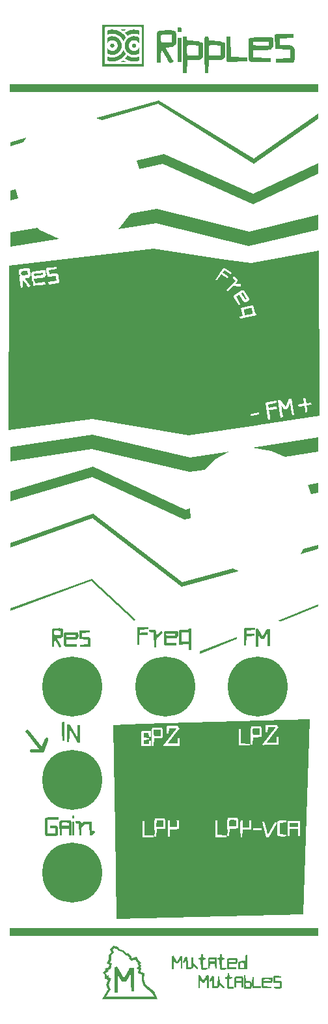
<source format=gbr>
G04 #@! TF.FileFunction,Copper,L1,Top,Signal*
%FSLAX46Y46*%
G04 Gerber Fmt 4.6, Leading zero omitted, Abs format (unit mm)*
G04 Created by KiCad (PCBNEW 4.0.1-stable) date Samstag, 17. Dezember 2016 'u05' 12:05:26*
%MOMM*%
G01*
G04 APERTURE LIST*
%ADD10C,0.150000*%
%ADD11C,0.282222*%
%ADD12C,7.800000*%
G04 APERTURE END LIST*
D10*
G36*
X101872192Y-153932979D02*
X101907339Y-153923256D01*
X101935086Y-153916310D01*
X101955435Y-153912143D01*
X101968384Y-153910754D01*
X101974335Y-153912603D01*
X101982947Y-153920001D01*
X101994218Y-153932950D01*
X102008149Y-153951448D01*
X102024740Y-153975496D01*
X102043991Y-154005093D01*
X102065902Y-154040241D01*
X102090473Y-154080938D01*
X102105706Y-154105212D01*
X102120749Y-154129410D01*
X102135604Y-154153534D01*
X102150270Y-154177581D01*
X102164747Y-154201553D01*
X102179036Y-154225450D01*
X102193136Y-154249271D01*
X102207047Y-154273016D01*
X102220770Y-154296686D01*
X102234303Y-154320281D01*
X102247648Y-154343800D01*
X102260804Y-154367243D01*
X102273772Y-154390611D01*
X102286551Y-154413903D01*
X102308287Y-154452229D01*
X102327248Y-154485814D01*
X102343435Y-154514660D01*
X102356846Y-154538765D01*
X102367483Y-154558130D01*
X102375344Y-154572755D01*
X102380431Y-154582639D01*
X102382743Y-154587784D01*
X102396153Y-154615531D01*
X102410489Y-154635879D01*
X102425751Y-154648828D01*
X102441939Y-154654378D01*
X102457895Y-154652530D01*
X102472463Y-154643282D01*
X102485641Y-154626634D01*
X102497431Y-154602587D01*
X102503778Y-154590354D01*
X102512239Y-154574800D01*
X102522811Y-154555924D01*
X102535496Y-154533726D01*
X102550293Y-154508205D01*
X102567203Y-154479363D01*
X102586225Y-154447199D01*
X102600172Y-154422966D01*
X102613897Y-154399104D01*
X102627401Y-154375612D01*
X102640682Y-154352489D01*
X102653741Y-154329737D01*
X102666579Y-154307354D01*
X102679194Y-154285342D01*
X102691587Y-154263699D01*
X102703759Y-154242426D01*
X102715708Y-154221523D01*
X102737019Y-154182159D01*
X102753594Y-154149898D01*
X102765433Y-154124741D01*
X102772537Y-154106687D01*
X102774904Y-154095737D01*
X102777864Y-154074278D01*
X102786743Y-154054300D01*
X102801541Y-154035802D01*
X102822259Y-154018784D01*
X102848896Y-154003245D01*
X102870490Y-153993580D01*
X102892989Y-153985727D01*
X102916395Y-153979687D01*
X102940707Y-153975459D01*
X102965925Y-153973043D01*
X102992049Y-153972439D01*
X103019080Y-153973647D01*
X103152264Y-153981056D01*
X103152264Y-155605192D01*
X102941387Y-155605192D01*
X102933979Y-155013252D01*
X102933300Y-154962583D01*
X102932551Y-154914166D01*
X102931732Y-154868001D01*
X102930843Y-154824088D01*
X102929884Y-154782427D01*
X102928856Y-154743018D01*
X102927757Y-154705861D01*
X102926589Y-154670955D01*
X102925351Y-154638302D01*
X102924043Y-154607901D01*
X102922665Y-154579751D01*
X102921217Y-154553854D01*
X102919699Y-154530209D01*
X102918111Y-154508815D01*
X102916454Y-154489673D01*
X102914726Y-154472784D01*
X102912929Y-154458146D01*
X102911061Y-154445760D01*
X102909124Y-154435627D01*
X102907117Y-154427745D01*
X102905040Y-154422115D01*
X102902894Y-154418737D01*
X102900677Y-154417611D01*
X102892037Y-154421208D01*
X102880933Y-154431999D01*
X102867367Y-154449983D01*
X102851337Y-154475161D01*
X102832843Y-154507533D01*
X102811886Y-154547098D01*
X102795653Y-154577450D01*
X102780780Y-154605084D01*
X102767265Y-154629999D01*
X102755109Y-154652197D01*
X102744313Y-154671677D01*
X102734875Y-154688439D01*
X102726796Y-154702483D01*
X102717316Y-154720684D01*
X102706657Y-154739774D01*
X102694818Y-154759752D01*
X102681799Y-154780618D01*
X102667600Y-154802372D01*
X102652106Y-154827576D01*
X102638926Y-154847693D01*
X102628061Y-154862723D01*
X102619509Y-154872666D01*
X102602872Y-154885604D01*
X102575112Y-154902264D01*
X102554145Y-154910888D01*
X102535647Y-154917050D01*
X102519617Y-154920750D01*
X102503575Y-154920750D01*
X102480145Y-154920750D01*
X102449326Y-154920750D01*
X102297638Y-154928158D01*
X102186651Y-154732077D01*
X102163768Y-154691701D01*
X102142803Y-154656075D01*
X102123757Y-154625199D01*
X102106629Y-154599074D01*
X102091419Y-154577698D01*
X102078127Y-154561072D01*
X102066754Y-154549197D01*
X102057299Y-154542072D01*
X102049763Y-154539697D01*
X102047339Y-154540972D01*
X102044998Y-154544797D01*
X102042742Y-154551173D01*
X102040569Y-154560099D01*
X102038480Y-154571576D01*
X102036475Y-154585602D01*
X102034554Y-154602179D01*
X102032717Y-154621307D01*
X102030963Y-154642984D01*
X102029294Y-154667212D01*
X102027708Y-154693990D01*
X102026206Y-154723319D01*
X102024788Y-154755198D01*
X102023453Y-154789627D01*
X102022203Y-154826606D01*
X102021036Y-154866136D01*
X102019953Y-154908216D01*
X102018954Y-154952846D01*
X102018039Y-155000027D01*
X102017208Y-155049758D01*
X102016460Y-155102039D01*
X102009052Y-155664384D01*
X101798176Y-155664384D01*
X101798176Y-153955155D01*
X101872164Y-153932930D01*
X101872192Y-153932979D01*
X101872192Y-153932979D01*
G37*
G36*
X103499161Y-154162359D02*
X103519472Y-154126041D01*
X103538121Y-154095311D01*
X103555110Y-154070169D01*
X103570437Y-154050613D01*
X103584103Y-154036645D01*
X103596108Y-154028264D01*
X103606451Y-154025470D01*
X103626429Y-154026950D01*
X103647886Y-154031390D01*
X103670824Y-154038789D01*
X103695242Y-154049148D01*
X103721139Y-154062466D01*
X103745853Y-154077264D01*
X103766719Y-154092063D01*
X103783737Y-154106861D01*
X103796907Y-154121659D01*
X103806229Y-154136458D01*
X103808368Y-154142007D01*
X103810468Y-154149407D01*
X103812529Y-154158656D01*
X103814552Y-154169755D01*
X103816537Y-154182703D01*
X103818483Y-154197502D01*
X103820390Y-154214150D01*
X103822259Y-154232649D01*
X103824090Y-154252996D01*
X103825882Y-154275194D01*
X103827635Y-154299242D01*
X103829350Y-154325139D01*
X103831027Y-154352886D01*
X103832665Y-154382483D01*
X103834264Y-154413930D01*
X103835825Y-154447227D01*
X103837347Y-154482373D01*
X103838831Y-154519369D01*
X103840276Y-154558215D01*
X103841683Y-154598911D01*
X103843052Y-154641457D01*
X103844381Y-154685852D01*
X103845673Y-154732098D01*
X103846926Y-154780193D01*
X103861707Y-155364735D01*
X104313065Y-155364735D01*
X104342663Y-154103163D01*
X104553543Y-154103163D01*
X104572064Y-154854188D01*
X104890231Y-155172354D01*
X104921692Y-155204437D01*
X104951332Y-155235017D01*
X104979152Y-155264094D01*
X105005150Y-155291668D01*
X105029328Y-155317739D01*
X105051685Y-155342307D01*
X105072221Y-155365371D01*
X105090936Y-155386933D01*
X105107830Y-155406992D01*
X105122903Y-155425548D01*
X105136155Y-155442601D01*
X105147586Y-155458151D01*
X105157197Y-155472198D01*
X105164986Y-155484741D01*
X105170955Y-155495782D01*
X105175102Y-155505320D01*
X105179177Y-155522535D01*
X105178723Y-155540354D01*
X105173739Y-155558777D01*
X105164226Y-155577804D01*
X105150183Y-155597435D01*
X105131610Y-155617669D01*
X105108508Y-155638508D01*
X105093727Y-155649585D01*
X105077772Y-155659064D01*
X105059506Y-155661606D01*
X105038928Y-155657212D01*
X105016038Y-155645881D01*
X105004985Y-155637933D01*
X104991556Y-155627245D01*
X104975753Y-155613817D01*
X104957574Y-155597648D01*
X104937020Y-155578739D01*
X104914092Y-155557089D01*
X104888788Y-155532699D01*
X104861109Y-155505568D01*
X104831056Y-155475697D01*
X104796037Y-155441424D01*
X104763742Y-155410131D01*
X104734170Y-155381818D01*
X104707322Y-155356486D01*
X104683197Y-155334134D01*
X104661796Y-155314762D01*
X104643117Y-155298370D01*
X104627163Y-155284959D01*
X104613931Y-155274528D01*
X104603423Y-155267077D01*
X104595639Y-155262607D01*
X104590578Y-155261117D01*
X104583626Y-155265556D01*
X104577562Y-155278875D01*
X104572383Y-155301074D01*
X104568090Y-155332151D01*
X104564684Y-155372108D01*
X104560517Y-155402861D01*
X104555423Y-155428528D01*
X104549404Y-155449107D01*
X104542459Y-155464599D01*
X104529723Y-155479396D01*
X104511226Y-155489262D01*
X104486967Y-155494197D01*
X104469293Y-155498721D01*
X104450795Y-155507352D01*
X104431475Y-155520091D01*
X104413387Y-155532829D01*
X104398588Y-155546394D01*
X104387078Y-155560787D01*
X104375290Y-155579284D01*
X104358412Y-155594083D01*
X104336444Y-155605182D01*
X104309386Y-155612582D01*
X104296733Y-155614798D01*
X104280972Y-155617016D01*
X104262104Y-155619235D01*
X104240128Y-155621455D01*
X104215044Y-155623677D01*
X104186853Y-155625900D01*
X104155553Y-155628125D01*
X104121147Y-155630351D01*
X104083632Y-155632578D01*
X104043010Y-155634807D01*
X104011181Y-155636822D01*
X103980270Y-155638838D01*
X103950275Y-155640855D01*
X103921198Y-155642873D01*
X103893039Y-155644892D01*
X103865796Y-155646913D01*
X103839471Y-155648934D01*
X103814063Y-155650957D01*
X103789572Y-155652981D01*
X103765999Y-155655006D01*
X103743343Y-155657032D01*
X103621254Y-155664441D01*
X103613845Y-155124292D01*
X103613089Y-155074351D01*
X103612233Y-155026709D01*
X103611276Y-154981366D01*
X103610218Y-154938321D01*
X103609060Y-154897575D01*
X103607801Y-154859128D01*
X103606442Y-154822979D01*
X103604982Y-154789128D01*
X103603422Y-154757577D01*
X103601760Y-154728324D01*
X103599999Y-154701369D01*
X103598136Y-154676713D01*
X103596174Y-154654356D01*
X103594110Y-154634298D01*
X103591946Y-154616538D01*
X103589681Y-154601077D01*
X103587316Y-154587914D01*
X103584850Y-154577050D01*
X103582284Y-154568484D01*
X103579617Y-154562218D01*
X103576850Y-154558249D01*
X103558329Y-154558249D01*
X103546317Y-154566575D01*
X103532435Y-154584143D01*
X103518571Y-154605411D01*
X103506541Y-154632241D01*
X103493705Y-154662442D01*
X103480567Y-154689622D01*
X103467127Y-154713783D01*
X103453386Y-154734923D01*
X103439342Y-154753044D01*
X103424997Y-154768144D01*
X103410349Y-154780224D01*
X103389039Y-154791029D01*
X103366545Y-154796802D01*
X103342868Y-154797543D01*
X103318006Y-154793252D01*
X103291960Y-154783928D01*
X103265240Y-154769545D01*
X103244276Y-154755979D01*
X103229067Y-154743232D01*
X103222086Y-154727190D01*
X103220851Y-154703760D01*
X103225363Y-154672941D01*
X103232165Y-154651630D01*
X103240745Y-154629136D01*
X103251104Y-154605458D01*
X103263242Y-154580597D01*
X103277158Y-154554552D01*
X103285927Y-154538064D01*
X103295793Y-154519839D01*
X103306755Y-154499879D01*
X103318813Y-154478184D01*
X103331967Y-154454753D01*
X103346218Y-154429586D01*
X103361564Y-154402684D01*
X103378007Y-154374046D01*
X103395546Y-154343672D01*
X103499136Y-154162390D01*
X103499161Y-154162359D01*
X103499161Y-154162359D01*
G37*
G36*
X105588815Y-153966274D02*
X105590553Y-153924665D01*
X105592474Y-153886985D01*
X105594577Y-153853232D01*
X105596864Y-153823407D01*
X105599333Y-153797510D01*
X105601986Y-153775541D01*
X105604821Y-153757499D01*
X105607839Y-153743386D01*
X105611040Y-153733201D01*
X105619371Y-153720971D01*
X105632015Y-153711413D01*
X105648974Y-153704527D01*
X105670246Y-153700313D01*
X105695832Y-153698770D01*
X105725732Y-153699899D01*
X105821920Y-153710976D01*
X105855222Y-154162331D01*
X106184491Y-154191929D01*
X106184491Y-154402809D01*
X105792329Y-154432407D01*
X105792329Y-155453504D01*
X106395368Y-155486806D01*
X106395368Y-155697683D01*
X106036504Y-155705091D01*
X106016774Y-155705091D01*
X105992109Y-155705091D01*
X105962509Y-155705091D01*
X105931729Y-155706573D01*
X105904501Y-155708055D01*
X105880824Y-155709536D01*
X105860698Y-155711018D01*
X105844124Y-155712500D01*
X105826086Y-155712268D01*
X105805274Y-155711574D01*
X105781689Y-155710416D01*
X105755330Y-155708795D01*
X105722446Y-155704680D01*
X105697782Y-155702210D01*
X105681338Y-155701387D01*
X105667367Y-155698918D01*
X105650103Y-155691509D01*
X105629543Y-155679162D01*
X105602718Y-155659724D01*
X105588847Y-155645860D01*
X105582677Y-155634771D01*
X105574046Y-155616274D01*
X105562953Y-155590368D01*
X105554741Y-155562825D01*
X105549814Y-155539394D01*
X105548172Y-155520073D01*
X105547709Y-155504120D01*
X105546320Y-155482154D01*
X105544005Y-155454176D01*
X105540763Y-155420184D01*
X105538096Y-155390291D01*
X105536022Y-155362766D01*
X105534540Y-155337608D01*
X105533651Y-155314817D01*
X105533355Y-155294394D01*
X105533355Y-155276616D01*
X105533355Y-155255343D01*
X105533355Y-155230577D01*
X105533355Y-155202316D01*
X105533355Y-155170562D01*
X105533355Y-155135313D01*
X105533124Y-155102247D01*
X105532429Y-155073343D01*
X105531271Y-155048602D01*
X105529651Y-155028022D01*
X105522243Y-154432382D01*
X105389058Y-154417601D01*
X105352358Y-154413020D01*
X105322169Y-154408140D01*
X105298492Y-154402962D01*
X105281325Y-154397484D01*
X105270670Y-154391707D01*
X105262582Y-154378763D01*
X105256806Y-154358417D01*
X105253339Y-154330669D01*
X105252184Y-154295518D01*
X105252184Y-154191929D01*
X105581449Y-154162331D01*
X105588858Y-153966250D01*
X105588815Y-153966274D01*
X105588815Y-153966274D01*
G37*
G36*
X106547482Y-154188256D02*
X107383615Y-154373249D01*
X107058047Y-154362172D01*
X107023928Y-154362172D01*
X106993099Y-154362172D01*
X106965557Y-154362172D01*
X106941304Y-154362172D01*
X106920339Y-154362172D01*
X106902662Y-154362172D01*
X106880003Y-154361015D01*
X106856418Y-154361246D01*
X106831908Y-154362867D01*
X106806474Y-154365876D01*
X106776054Y-154370811D01*
X106753856Y-154375738D01*
X106739880Y-154380658D01*
X106727868Y-154393611D01*
X106713986Y-154417653D01*
X106705678Y-154443549D01*
X106702909Y-154469448D01*
X106704761Y-154484477D01*
X106706613Y-154503668D01*
X106708465Y-154527022D01*
X106710317Y-154554538D01*
X106721394Y-154672930D01*
X107383629Y-154672930D01*
X107383615Y-154672920D01*
X107383615Y-154373249D01*
X106547482Y-154188256D01*
X106567830Y-154173251D01*
X106589412Y-154160302D01*
X106612226Y-154149408D01*
X106636274Y-154140570D01*
X106661554Y-154133787D01*
X106688067Y-154129060D01*
X106699988Y-154127632D01*
X106714047Y-154126303D01*
X106730243Y-154125072D01*
X106748577Y-154123940D01*
X106769048Y-154122906D01*
X106791657Y-154121971D01*
X106816403Y-154121134D01*
X106843287Y-154120395D01*
X106872308Y-154119755D01*
X106903467Y-154119214D01*
X106936763Y-154118771D01*
X106972197Y-154118426D01*
X107009769Y-154118180D01*
X107049478Y-154118032D01*
X107091324Y-154117983D01*
X107138383Y-154118060D01*
X107182932Y-154118290D01*
X107224972Y-154118674D01*
X107264504Y-154119211D01*
X107301526Y-154119902D01*
X107336039Y-154120747D01*
X107368043Y-154121745D01*
X107397537Y-154122897D01*
X107424523Y-154124202D01*
X107448999Y-154125661D01*
X107470967Y-154127273D01*
X107490425Y-154129039D01*
X107507374Y-154130959D01*
X107521814Y-154133032D01*
X107533745Y-154135259D01*
X107543167Y-154137639D01*
X107550080Y-154140173D01*
X107564875Y-154150440D01*
X107579674Y-154166473D01*
X107594477Y-154188270D01*
X107602405Y-154202843D01*
X107609276Y-154221190D01*
X107615091Y-154243312D01*
X107619848Y-154269210D01*
X107623549Y-154298882D01*
X107626192Y-154332330D01*
X107627779Y-154369552D01*
X107628492Y-154383574D01*
X107629150Y-154399001D01*
X107629752Y-154415835D01*
X107630298Y-154434074D01*
X107630789Y-154453719D01*
X107631224Y-154474770D01*
X107631604Y-154497227D01*
X107631928Y-154521089D01*
X107632196Y-154546358D01*
X107632409Y-154573032D01*
X107632567Y-154601112D01*
X107632669Y-154630598D01*
X107632715Y-154661489D01*
X107632706Y-154693787D01*
X107632641Y-154727490D01*
X107632520Y-154762600D01*
X107632344Y-154799115D01*
X107632113Y-154837036D01*
X107631826Y-154876362D01*
X107631483Y-154917095D01*
X107624075Y-155575629D01*
X107413198Y-155575629D01*
X107383600Y-154942996D01*
X106721366Y-154942996D01*
X106691768Y-155575629D01*
X106480891Y-155575629D01*
X106466110Y-154254864D01*
X106547499Y-154188270D01*
X106547482Y-154188256D01*
X106547482Y-154188256D01*
G37*
G36*
X108045602Y-153966274D02*
X108047340Y-153924665D01*
X108049260Y-153886985D01*
X108051364Y-153853232D01*
X108053651Y-153823407D01*
X108056120Y-153797510D01*
X108058772Y-153775541D01*
X108061608Y-153757499D01*
X108064626Y-153743386D01*
X108067827Y-153733201D01*
X108076157Y-153720971D01*
X108088802Y-153711413D01*
X108105759Y-153704527D01*
X108127031Y-153700313D01*
X108152616Y-153698770D01*
X108182515Y-153699899D01*
X108278703Y-153710976D01*
X108312006Y-154162331D01*
X108641271Y-154191929D01*
X108641271Y-154402809D01*
X108249112Y-154432407D01*
X108249112Y-155453504D01*
X108852151Y-155486806D01*
X108852151Y-155697683D01*
X108493288Y-155705091D01*
X108473558Y-155705091D01*
X108448894Y-155705091D01*
X108419296Y-155705091D01*
X108388515Y-155706573D01*
X108361285Y-155708055D01*
X108337606Y-155709536D01*
X108317479Y-155711018D01*
X108300904Y-155712500D01*
X108282866Y-155712268D01*
X108262056Y-155711574D01*
X108238473Y-155710416D01*
X108212117Y-155708795D01*
X108179230Y-155704680D01*
X108154565Y-155702210D01*
X108138122Y-155701387D01*
X108124151Y-155698918D01*
X108106887Y-155691509D01*
X108086330Y-155679162D01*
X108059505Y-155659724D01*
X108045634Y-155645860D01*
X108039464Y-155634771D01*
X108030833Y-155616274D01*
X108019740Y-155590368D01*
X108011528Y-155562825D01*
X108006601Y-155539394D01*
X108004959Y-155520073D01*
X108004495Y-155504120D01*
X108003106Y-155482154D01*
X108000791Y-155454176D01*
X107997550Y-155420184D01*
X107994883Y-155390291D01*
X107992809Y-155362766D01*
X107991327Y-155337608D01*
X107990438Y-155314817D01*
X107990142Y-155294394D01*
X107990142Y-155276616D01*
X107990142Y-155255343D01*
X107990142Y-155230577D01*
X107990142Y-155202316D01*
X107990142Y-155170562D01*
X107990142Y-155135313D01*
X107989910Y-155102247D01*
X107989216Y-155073343D01*
X107988058Y-155048602D01*
X107986438Y-155028022D01*
X107979029Y-154432382D01*
X107845842Y-154417601D01*
X107809142Y-154413020D01*
X107778953Y-154408140D01*
X107755275Y-154402962D01*
X107738108Y-154397484D01*
X107727453Y-154391707D01*
X107719365Y-154378763D01*
X107713589Y-154358417D01*
X107710123Y-154330669D01*
X107708967Y-154295518D01*
X107708967Y-154191929D01*
X108038233Y-154162331D01*
X108045641Y-153966250D01*
X108045602Y-153966274D01*
X108045602Y-153966274D01*
G37*
G36*
X109019064Y-154284445D02*
X110051274Y-154491638D01*
X109622120Y-154484230D01*
X109575788Y-154483448D01*
X109532057Y-154482956D01*
X109490927Y-154482754D01*
X109452399Y-154482841D01*
X109416472Y-154483217D01*
X109383146Y-154483882D01*
X109352422Y-154484837D01*
X109324299Y-154486082D01*
X109298777Y-154487615D01*
X109275857Y-154489439D01*
X109255538Y-154491551D01*
X109237820Y-154493953D01*
X109222704Y-154496644D01*
X109210189Y-154499625D01*
X109200275Y-154502895D01*
X109192962Y-154506455D01*
X109180939Y-154517244D01*
X109171998Y-154532350D01*
X109166141Y-154551773D01*
X109163367Y-154575513D01*
X109163676Y-154603569D01*
X109167068Y-154635942D01*
X109172852Y-154656058D01*
X109182796Y-154672011D01*
X109196900Y-154683804D01*
X109215163Y-154691434D01*
X109222924Y-154692861D01*
X109233381Y-154694191D01*
X109246535Y-154695421D01*
X109262386Y-154696554D01*
X109280933Y-154697588D01*
X109302177Y-154698523D01*
X109326118Y-154699360D01*
X109352755Y-154700099D01*
X109382089Y-154700739D01*
X109414120Y-154701280D01*
X109448847Y-154701723D01*
X109486271Y-154702068D01*
X109526391Y-154702314D01*
X109569209Y-154702462D01*
X109614722Y-154702511D01*
X110051278Y-154702511D01*
X110051274Y-154702518D01*
X110051274Y-154491638D01*
X109019064Y-154284445D01*
X109027902Y-154281117D01*
X109038385Y-154277919D01*
X109050511Y-154274848D01*
X109064282Y-154271907D01*
X109079697Y-154269093D01*
X109096757Y-154266409D01*
X109115461Y-154263852D01*
X109135809Y-154261424D01*
X109157801Y-154259125D01*
X109181438Y-154256954D01*
X109206719Y-154254911D01*
X109233644Y-154252997D01*
X109262213Y-154251211D01*
X109292427Y-154249554D01*
X109324285Y-154248025D01*
X109357787Y-154246625D01*
X109392934Y-154245353D01*
X109429725Y-154244210D01*
X109468160Y-154243195D01*
X109508239Y-154242309D01*
X109549963Y-154241551D01*
X109593331Y-154240921D01*
X109638343Y-154240420D01*
X109684999Y-154240047D01*
X109733856Y-154239494D01*
X109780700Y-154239123D01*
X109825529Y-154238933D01*
X109868343Y-154238926D01*
X109909144Y-154239100D01*
X109947931Y-154239457D01*
X109984703Y-154239995D01*
X110019461Y-154240715D01*
X110052205Y-154241618D01*
X110082935Y-154242702D01*
X110111651Y-154243968D01*
X110138353Y-154245416D01*
X110163040Y-154247045D01*
X110185713Y-154248857D01*
X110206372Y-154250851D01*
X110225017Y-154253026D01*
X110241648Y-154255384D01*
X110256265Y-154257923D01*
X110268867Y-154260645D01*
X110279456Y-154263548D01*
X110288030Y-154266633D01*
X110294590Y-154269901D01*
X110299136Y-154273350D01*
X110305557Y-154281727D01*
X110311366Y-154293407D01*
X110316564Y-154308389D01*
X110321150Y-154326673D01*
X110325125Y-154348259D01*
X110328488Y-154373147D01*
X110331240Y-154401337D01*
X110333380Y-154432829D01*
X110334909Y-154467624D01*
X110335826Y-154505721D01*
X110336132Y-154547119D01*
X110335906Y-154584494D01*
X110335227Y-154618395D01*
X110334097Y-154648823D01*
X110332515Y-154675778D01*
X110330480Y-154699259D01*
X110327993Y-154719267D01*
X110325054Y-154735803D01*
X110317651Y-154765811D01*
X110305319Y-154786775D01*
X110288059Y-154798696D01*
X110269709Y-154808163D01*
X110253135Y-154821775D01*
X110238336Y-154839533D01*
X110225314Y-154861437D01*
X110214067Y-154887486D01*
X110204824Y-154909223D01*
X110191878Y-154926334D01*
X110175228Y-154938821D01*
X110154874Y-154946683D01*
X110146694Y-154948383D01*
X110136081Y-154950007D01*
X110123037Y-154951554D01*
X110107559Y-154953025D01*
X110089650Y-154954419D01*
X110069308Y-154955737D01*
X110046534Y-154956977D01*
X110021328Y-154958141D01*
X109993690Y-154959229D01*
X109963619Y-154960239D01*
X109931116Y-154961173D01*
X109896181Y-154962031D01*
X109858813Y-154962812D01*
X109819013Y-154963516D01*
X109776781Y-154964143D01*
X109732117Y-154964694D01*
X109685020Y-154965168D01*
X109178174Y-154972576D01*
X109178174Y-155394336D01*
X110169674Y-155423934D01*
X110169674Y-155634811D01*
X109599927Y-155634811D01*
X109551049Y-155634776D01*
X109504142Y-155634671D01*
X109459209Y-155634496D01*
X109416247Y-155634252D01*
X109375257Y-155633937D01*
X109336240Y-155633553D01*
X109299195Y-155633099D01*
X109264122Y-155632574D01*
X109231021Y-155631980D01*
X109199893Y-155631316D01*
X109170736Y-155630583D01*
X109143552Y-155629779D01*
X109118340Y-155628905D01*
X109095101Y-155627962D01*
X109073833Y-155626948D01*
X109054538Y-155625865D01*
X109037215Y-155624712D01*
X109021864Y-155623489D01*
X109008485Y-155622196D01*
X108997078Y-155620833D01*
X108987644Y-155619400D01*
X108980182Y-155617898D01*
X108974692Y-155616325D01*
X108962259Y-155606860D01*
X108951604Y-155590288D01*
X108942725Y-155566610D01*
X108935623Y-155535826D01*
X108930298Y-155497937D01*
X108929576Y-155486403D01*
X108928891Y-155473261D01*
X108928242Y-155458508D01*
X108927631Y-155442147D01*
X108927057Y-155424176D01*
X108926520Y-155404596D01*
X108926020Y-155383407D01*
X108925557Y-155360608D01*
X108925131Y-155336200D01*
X108924742Y-155310182D01*
X108924390Y-155282555D01*
X108924075Y-155253319D01*
X108923797Y-155222473D01*
X108923557Y-155190018D01*
X108923353Y-155155954D01*
X108923186Y-155120280D01*
X108923056Y-155082997D01*
X108922964Y-155044105D01*
X108922908Y-155003603D01*
X108922890Y-154961492D01*
X108922890Y-154328856D01*
X109019078Y-154284459D01*
X109019064Y-154284445D01*
X109019064Y-154284445D01*
G37*
G36*
X111332775Y-154236347D02*
X111333871Y-154188761D01*
X111335043Y-154144310D01*
X111336290Y-154102991D01*
X111337613Y-154064806D01*
X111339011Y-154029754D01*
X111340485Y-153997836D01*
X111342035Y-153969051D01*
X111343660Y-153943399D01*
X111345361Y-153920881D01*
X111347138Y-153901496D01*
X111348990Y-153885244D01*
X111350918Y-153872126D01*
X111352921Y-153862142D01*
X111355000Y-153855290D01*
X111364169Y-153840935D01*
X111379853Y-153830428D01*
X111402050Y-153823767D01*
X111430762Y-153820954D01*
X111465987Y-153821988D01*
X111173743Y-155453543D01*
X111173743Y-154854202D01*
X110925867Y-154843125D01*
X110882695Y-154842206D01*
X110843314Y-154842143D01*
X110807725Y-154842937D01*
X110775926Y-154844588D01*
X110747919Y-154847095D01*
X110723704Y-154850458D01*
X110703279Y-154854678D01*
X110686646Y-154859754D01*
X110673805Y-154865686D01*
X110664754Y-154872475D01*
X110659495Y-154880120D01*
X110656990Y-154889384D01*
X110654852Y-154902378D01*
X110653080Y-154919103D01*
X110651674Y-154939558D01*
X110650635Y-154963743D01*
X110649961Y-154991658D01*
X110649654Y-155023303D01*
X110649713Y-155058679D01*
X110650138Y-155097786D01*
X110650929Y-155140622D01*
X110652087Y-155187189D01*
X110663164Y-155453561D01*
X111173711Y-155453561D01*
X111173743Y-155453543D01*
X111465987Y-153821988D01*
X111565880Y-153829396D01*
X111565880Y-155697711D01*
X110422693Y-155697711D01*
X110404207Y-154746904D01*
X110478199Y-154721011D01*
X110504244Y-154709765D01*
X110526145Y-154696743D01*
X110543903Y-154681945D01*
X110557518Y-154665370D01*
X110566989Y-154647019D01*
X110576462Y-154633607D01*
X110593801Y-154622970D01*
X110619007Y-154615108D01*
X110652079Y-154610020D01*
X110667429Y-154608036D01*
X110685224Y-154606113D01*
X110705466Y-154604250D01*
X110728153Y-154602449D01*
X110753286Y-154600707D01*
X110780866Y-154599027D01*
X110810891Y-154597407D01*
X110843362Y-154595848D01*
X110878279Y-154594349D01*
X110915642Y-154592911D01*
X110955451Y-154591534D01*
X111325416Y-154584126D01*
X111332824Y-154236361D01*
X111332775Y-154236347D01*
X111332775Y-154236347D01*
G37*
G36*
X105289730Y-156413222D02*
X105324877Y-156403514D01*
X105352624Y-156396580D01*
X105372973Y-156392419D01*
X105385922Y-156391032D01*
X105391873Y-156392881D01*
X105400485Y-156400280D01*
X105411756Y-156413228D01*
X105425686Y-156431726D01*
X105442277Y-156455774D01*
X105461528Y-156485372D01*
X105483438Y-156520519D01*
X105508008Y-156561216D01*
X105523241Y-156585490D01*
X105538285Y-156609688D01*
X105553140Y-156633811D01*
X105567807Y-156657858D01*
X105582284Y-156681830D01*
X105596573Y-156705726D01*
X105610673Y-156729547D01*
X105624585Y-156753293D01*
X105638307Y-156776963D01*
X105651841Y-156800558D01*
X105665186Y-156824077D01*
X105678343Y-156847521D01*
X105691310Y-156870889D01*
X105704089Y-156894182D01*
X105725824Y-156932507D01*
X105744785Y-156966093D01*
X105760971Y-156994938D01*
X105774383Y-157019043D01*
X105785019Y-157038408D01*
X105792881Y-157053033D01*
X105797968Y-157062918D01*
X105800281Y-157068062D01*
X105813691Y-157095809D01*
X105828026Y-157116157D01*
X105843287Y-157129106D01*
X105859473Y-157134656D01*
X105875430Y-157132808D01*
X105889998Y-157123560D01*
X105903176Y-157106911D01*
X105914965Y-157082861D01*
X105921313Y-157070630D01*
X105929773Y-157055077D01*
X105940346Y-157036201D01*
X105953031Y-157014003D01*
X105967828Y-156988483D01*
X105984738Y-156959641D01*
X106003760Y-156927477D01*
X106017707Y-156903245D01*
X106031433Y-156879382D01*
X106044937Y-156855890D01*
X106058219Y-156832768D01*
X106071279Y-156810015D01*
X106084116Y-156787632D01*
X106096732Y-156765620D01*
X106109126Y-156743977D01*
X106121297Y-156722704D01*
X106133247Y-156701801D01*
X106154556Y-156662437D01*
X106171130Y-156630176D01*
X106182968Y-156605018D01*
X106190071Y-156586963D01*
X106192439Y-156576011D01*
X106195399Y-156554554D01*
X106204278Y-156534577D01*
X106219076Y-156516078D01*
X106239794Y-156499060D01*
X106266431Y-156483520D01*
X106288025Y-156473856D01*
X106310525Y-156466004D01*
X106333932Y-156459963D01*
X106358243Y-156455735D01*
X106383461Y-156453319D01*
X106409585Y-156452714D01*
X106436614Y-156453922D01*
X106569802Y-156461330D01*
X106569802Y-158085466D01*
X106358922Y-158085466D01*
X106351514Y-157493526D01*
X106350835Y-157442858D01*
X106350086Y-157394441D01*
X106349267Y-157348276D01*
X106348378Y-157304363D01*
X106347419Y-157262702D01*
X106346391Y-157223292D01*
X106345292Y-157186135D01*
X106344124Y-157151230D01*
X106342885Y-157118577D01*
X106341577Y-157088176D01*
X106340199Y-157060026D01*
X106338751Y-157034129D01*
X106337234Y-157010483D01*
X106335646Y-156989090D01*
X106333988Y-156969948D01*
X106332261Y-156953059D01*
X106330463Y-156938421D01*
X106328596Y-156926035D01*
X106326659Y-156915901D01*
X106324652Y-156908020D01*
X106322575Y-156902390D01*
X106320428Y-156899012D01*
X106318212Y-156897886D01*
X106309572Y-156901483D01*
X106298468Y-156912273D01*
X106284901Y-156930258D01*
X106268871Y-156955436D01*
X106250378Y-156987807D01*
X106229421Y-157027373D01*
X106213188Y-157057725D01*
X106198314Y-157085358D01*
X106184799Y-157110274D01*
X106172643Y-157132472D01*
X106161846Y-157151952D01*
X106152407Y-157168714D01*
X106144327Y-157182757D01*
X106134848Y-157200959D01*
X106124189Y-157220049D01*
X106112350Y-157240026D01*
X106099332Y-157260892D01*
X106085135Y-157282646D01*
X106069641Y-157307851D01*
X106056460Y-157327968D01*
X106045593Y-157342998D01*
X106037041Y-157352941D01*
X106020403Y-157365879D01*
X105992644Y-157382539D01*
X105971677Y-157391162D01*
X105953179Y-157397324D01*
X105937152Y-157401025D01*
X105921110Y-157401025D01*
X105897678Y-157401025D01*
X105866857Y-157401025D01*
X105715173Y-157408433D01*
X105604182Y-157212355D01*
X105581299Y-157171979D01*
X105560334Y-157136352D01*
X105541288Y-157105476D01*
X105524160Y-157079349D01*
X105508951Y-157057973D01*
X105495660Y-157041348D01*
X105484287Y-157029472D01*
X105474833Y-157022347D01*
X105467297Y-157019972D01*
X105464873Y-157021247D01*
X105462533Y-157025072D01*
X105460276Y-157031448D01*
X105458104Y-157040374D01*
X105456015Y-157051851D01*
X105454010Y-157065877D01*
X105452089Y-157082454D01*
X105450251Y-157101582D01*
X105448498Y-157123260D01*
X105446828Y-157147488D01*
X105445242Y-157174266D01*
X105443741Y-157203595D01*
X105442322Y-157235474D01*
X105440988Y-157269903D01*
X105439738Y-157306883D01*
X105438571Y-157346412D01*
X105437488Y-157388493D01*
X105436489Y-157433123D01*
X105435574Y-157480304D01*
X105434743Y-157530035D01*
X105433995Y-157582317D01*
X105426587Y-158144662D01*
X105215710Y-158144662D01*
X105215710Y-156435433D01*
X105289702Y-156413208D01*
X105289730Y-156413222D01*
X105289730Y-156413222D01*
G37*
G36*
X106916699Y-156642602D02*
X106937009Y-156606284D01*
X106955658Y-156575554D01*
X106972646Y-156550412D01*
X106987972Y-156530856D01*
X107001638Y-156516888D01*
X107013642Y-156508507D01*
X107023986Y-156505713D01*
X107043963Y-156507193D01*
X107065421Y-156511633D01*
X107088359Y-156519032D01*
X107112776Y-156529391D01*
X107138674Y-156542709D01*
X107163389Y-156557507D01*
X107184256Y-156572306D01*
X107201274Y-156587104D01*
X107214445Y-156601902D01*
X107223767Y-156616701D01*
X107225906Y-156622250D01*
X107228006Y-156629650D01*
X107230068Y-156638899D01*
X107232091Y-156649998D01*
X107234075Y-156662946D01*
X107236021Y-156677745D01*
X107237929Y-156694393D01*
X107239798Y-156712891D01*
X107241628Y-156733239D01*
X107243420Y-156755437D01*
X107245174Y-156779485D01*
X107246888Y-156805382D01*
X107248565Y-156833129D01*
X107250203Y-156862726D01*
X107251802Y-156894173D01*
X107253363Y-156927470D01*
X107254885Y-156962616D01*
X107256369Y-156999612D01*
X107257815Y-157038458D01*
X107259222Y-157079154D01*
X107260590Y-157121700D01*
X107261920Y-157166095D01*
X107263211Y-157212340D01*
X107264464Y-157260436D01*
X107279245Y-157844978D01*
X107730600Y-157844978D01*
X107760198Y-156583406D01*
X107971074Y-156583406D01*
X107989595Y-157334427D01*
X108307762Y-157652597D01*
X108339224Y-157684680D01*
X108368864Y-157715259D01*
X108396684Y-157744336D01*
X108422683Y-157771910D01*
X108446861Y-157797980D01*
X108469218Y-157822548D01*
X108489754Y-157845613D01*
X108508469Y-157867175D01*
X108525363Y-157887233D01*
X108540436Y-157905789D01*
X108553688Y-157922842D01*
X108565119Y-157938392D01*
X108574729Y-157952440D01*
X108582518Y-157964984D01*
X108588486Y-157976025D01*
X108592633Y-157985563D01*
X108596709Y-158002778D01*
X108596254Y-158020597D01*
X108591271Y-158039020D01*
X108581758Y-158058047D01*
X108567716Y-158077678D01*
X108549144Y-158097912D01*
X108526043Y-158118751D01*
X108511262Y-158129828D01*
X108495307Y-158139307D01*
X108477040Y-158141849D01*
X108456460Y-158137455D01*
X108433569Y-158126124D01*
X108422516Y-158118176D01*
X108409087Y-158107488D01*
X108393284Y-158094060D01*
X108375105Y-158077891D01*
X108354552Y-158058982D01*
X108331623Y-158037332D01*
X108306319Y-158012942D01*
X108278641Y-157985811D01*
X108248587Y-157955940D01*
X108213569Y-157921667D01*
X108181274Y-157890374D01*
X108151703Y-157862061D01*
X108124855Y-157836729D01*
X108100731Y-157814377D01*
X108079329Y-157795005D01*
X108060651Y-157778613D01*
X108044697Y-157765202D01*
X108031466Y-157754771D01*
X108020958Y-157747320D01*
X108013173Y-157742850D01*
X108008112Y-157741360D01*
X108001161Y-157745799D01*
X107995096Y-157759118D01*
X107989917Y-157781317D01*
X107985625Y-157812394D01*
X107982218Y-157852351D01*
X107978051Y-157883104D01*
X107972958Y-157908770D01*
X107966939Y-157929348D01*
X107959993Y-157944839D01*
X107947258Y-157959636D01*
X107928759Y-157969502D01*
X107904498Y-157974437D01*
X107886824Y-157978960D01*
X107868326Y-157987591D01*
X107849006Y-158000330D01*
X107830918Y-158013068D01*
X107816119Y-158026634D01*
X107804609Y-158041027D01*
X107792821Y-158059524D01*
X107775943Y-158074321D01*
X107753975Y-158085419D01*
X107726917Y-158092818D01*
X107714264Y-158095034D01*
X107698504Y-158097251D01*
X107679637Y-158099468D01*
X107657661Y-158101686D01*
X107632578Y-158103904D01*
X107604387Y-158106124D01*
X107573088Y-158108344D01*
X107538681Y-158110564D01*
X107501167Y-158112786D01*
X107460545Y-158115008D01*
X107428715Y-158117023D01*
X107397803Y-158119038D01*
X107367808Y-158121055D01*
X107338731Y-158123073D01*
X107310571Y-158125093D01*
X107283328Y-158127113D01*
X107257003Y-158129135D01*
X107231594Y-158131158D01*
X107207104Y-158133182D01*
X107183530Y-158135207D01*
X107160874Y-158137233D01*
X107038785Y-158144641D01*
X107031377Y-157604496D01*
X107030621Y-157554555D01*
X107029764Y-157506913D01*
X107028807Y-157461569D01*
X107027750Y-157418524D01*
X107026591Y-157377778D01*
X107025333Y-157339330D01*
X107023973Y-157303181D01*
X107022513Y-157269331D01*
X107020953Y-157237779D01*
X107019292Y-157208526D01*
X107017530Y-157181572D01*
X107015668Y-157156916D01*
X107013705Y-157134559D01*
X107011641Y-157114500D01*
X107009477Y-157096741D01*
X107007213Y-157081279D01*
X107004847Y-157068117D01*
X107002382Y-157057253D01*
X106999815Y-157048688D01*
X106997148Y-157042421D01*
X106994381Y-157038454D01*
X106975860Y-157038454D01*
X106963848Y-157046779D01*
X106949966Y-157064348D01*
X106936102Y-157085631D01*
X106924072Y-157112442D01*
X106911236Y-157142643D01*
X106898099Y-157169824D01*
X106884659Y-157193985D01*
X106870918Y-157215126D01*
X106856875Y-157233246D01*
X106842530Y-157248346D01*
X106827884Y-157260425D01*
X106806573Y-157271230D01*
X106784078Y-157277003D01*
X106760399Y-157277744D01*
X106735537Y-157273452D01*
X106709491Y-157264129D01*
X106682773Y-157249746D01*
X106661808Y-157236181D01*
X106646598Y-157223436D01*
X106639617Y-157207410D01*
X106638382Y-157183980D01*
X106642894Y-157153145D01*
X106649696Y-157131834D01*
X106658276Y-157109339D01*
X106668635Y-157085661D01*
X106680773Y-157060799D01*
X106694689Y-157034753D01*
X106703458Y-157018265D01*
X106713324Y-157000041D01*
X106724286Y-156980082D01*
X106736344Y-156958387D01*
X106749498Y-156934956D01*
X106763749Y-156909790D01*
X106779095Y-156882888D01*
X106795538Y-156854250D01*
X106813078Y-156823877D01*
X106916667Y-156642595D01*
X106916699Y-156642602D01*
X106916699Y-156642602D01*
G37*
G36*
X109006354Y-156446517D02*
X109008091Y-156404908D01*
X109010012Y-156367227D01*
X109012116Y-156333474D01*
X109014402Y-156303649D01*
X109016872Y-156277752D01*
X109019524Y-156255782D01*
X109022359Y-156237740D01*
X109025377Y-156223626D01*
X109028579Y-156213440D01*
X109036909Y-156201211D01*
X109049553Y-156191653D01*
X109066511Y-156184767D01*
X109087782Y-156180552D01*
X109113368Y-156179009D01*
X109143267Y-156180138D01*
X109239458Y-156191215D01*
X109272761Y-156642570D01*
X109602029Y-156672168D01*
X109602029Y-156883044D01*
X109209867Y-156912643D01*
X109209867Y-157933740D01*
X109812906Y-157967042D01*
X109812906Y-158177922D01*
X109454043Y-158185331D01*
X109434313Y-158185331D01*
X109409649Y-158185331D01*
X109380051Y-158185331D01*
X109349271Y-158186812D01*
X109322042Y-158188294D01*
X109298364Y-158189776D01*
X109278238Y-158191257D01*
X109261662Y-158192739D01*
X109243625Y-158192507D01*
X109222814Y-158191813D01*
X109199229Y-158190655D01*
X109172872Y-158189035D01*
X109139985Y-158184919D01*
X109115320Y-158182450D01*
X109098877Y-158181627D01*
X109084906Y-158179161D01*
X109067642Y-158171764D01*
X109047085Y-158159437D01*
X109020260Y-158140016D01*
X109006389Y-158126135D01*
X109000219Y-158115045D01*
X108991588Y-158096547D01*
X108980495Y-158070639D01*
X108972283Y-158043099D01*
X108967356Y-158019668D01*
X108965714Y-158000348D01*
X108965250Y-157984395D01*
X108963861Y-157962429D01*
X108961546Y-157934450D01*
X108958305Y-157900459D01*
X108955638Y-157870565D01*
X108953564Y-157843039D01*
X108952082Y-157817881D01*
X108951193Y-157795091D01*
X108950897Y-157774669D01*
X108950897Y-157756891D01*
X108950897Y-157735618D01*
X108950897Y-157710851D01*
X108950897Y-157682589D01*
X108950897Y-157650834D01*
X108950897Y-157615584D01*
X108950665Y-157582519D01*
X108949971Y-157553617D01*
X108948813Y-157528876D01*
X108947193Y-157508297D01*
X108939784Y-156912657D01*
X108806597Y-156897875D01*
X108769897Y-156893295D01*
X108739708Y-156888415D01*
X108716030Y-156883236D01*
X108698863Y-156877758D01*
X108688208Y-156871981D01*
X108680120Y-156859024D01*
X108674344Y-156838674D01*
X108670878Y-156810930D01*
X108669722Y-156775793D01*
X108669722Y-156672203D01*
X108998988Y-156642605D01*
X109006396Y-156446524D01*
X109006354Y-156446517D01*
X109006354Y-156446517D01*
G37*
G36*
X109965017Y-156668496D02*
X110801146Y-156853531D01*
X110475574Y-156842454D01*
X110441456Y-156842454D01*
X110410627Y-156842454D01*
X110383086Y-156842454D01*
X110358833Y-156842454D01*
X110337869Y-156842454D01*
X110320193Y-156842454D01*
X110297532Y-156841296D01*
X110273947Y-156841528D01*
X110249436Y-156843148D01*
X110224001Y-156846158D01*
X110193582Y-156851093D01*
X110171386Y-156856020D01*
X110157411Y-156860939D01*
X110145399Y-156873893D01*
X110131517Y-156897935D01*
X110123209Y-156923831D01*
X110120440Y-156949730D01*
X110122292Y-156964758D01*
X110124144Y-156983949D01*
X110125996Y-157007303D01*
X110127848Y-157034820D01*
X110138925Y-157153209D01*
X110801160Y-157153209D01*
X110801146Y-157153202D01*
X110801146Y-156853531D01*
X109965017Y-156668496D01*
X109985365Y-156653492D01*
X110006947Y-156640543D01*
X110029761Y-156629650D01*
X110053808Y-156620813D01*
X110079089Y-156614030D01*
X110105602Y-156609303D01*
X110117523Y-156607875D01*
X110131582Y-156606546D01*
X110147778Y-156605315D01*
X110166112Y-156604183D01*
X110186583Y-156603149D01*
X110209192Y-156602214D01*
X110233939Y-156601377D01*
X110260823Y-156600638D01*
X110289844Y-156599998D01*
X110321003Y-156599457D01*
X110354300Y-156599013D01*
X110389734Y-156598669D01*
X110427306Y-156598423D01*
X110467015Y-156598275D01*
X110508862Y-156598226D01*
X110555920Y-156598303D01*
X110600470Y-156598533D01*
X110642510Y-156598918D01*
X110682041Y-156599456D01*
X110719062Y-156600148D01*
X110753575Y-156600994D01*
X110785579Y-156601994D01*
X110815074Y-156603148D01*
X110842059Y-156604455D01*
X110866536Y-156605916D01*
X110888503Y-156607531D01*
X110907962Y-156609300D01*
X110924911Y-156611222D01*
X110939352Y-156613299D01*
X110951283Y-156615529D01*
X110960705Y-156617913D01*
X110967618Y-156620451D01*
X110982413Y-156630718D01*
X110997211Y-156646751D01*
X111012012Y-156668549D01*
X111019940Y-156683120D01*
X111026811Y-156701467D01*
X111032625Y-156723588D01*
X111037383Y-156749485D01*
X111041083Y-156779157D01*
X111043727Y-156812605D01*
X111045314Y-156849827D01*
X111046027Y-156863849D01*
X111046684Y-156879277D01*
X111047286Y-156896110D01*
X111047833Y-156914350D01*
X111048323Y-156933995D01*
X111048759Y-156955046D01*
X111049138Y-156977503D01*
X111049462Y-157001366D01*
X111049731Y-157026635D01*
X111049944Y-157053309D01*
X111050101Y-157081389D01*
X111050203Y-157110875D01*
X111050250Y-157141767D01*
X111050240Y-157174065D01*
X111050176Y-157207768D01*
X111050055Y-157242878D01*
X111049879Y-157279393D01*
X111049648Y-157317314D01*
X111049361Y-157356641D01*
X111049018Y-157397373D01*
X111041610Y-158055907D01*
X110830730Y-158055907D01*
X110801132Y-157423271D01*
X110138897Y-157423271D01*
X110109299Y-158055907D01*
X109898419Y-158055907D01*
X109883638Y-156735142D01*
X109965027Y-156668549D01*
X109965017Y-156668496D01*
X109965017Y-156668496D01*
G37*
G36*
X111126470Y-157275235D02*
X111892270Y-157452841D01*
X111644398Y-157445432D01*
X111601225Y-157444483D01*
X111561844Y-157444329D01*
X111526254Y-157444970D01*
X111494455Y-157446407D01*
X111466448Y-157448639D01*
X111442232Y-157451667D01*
X111421807Y-157455490D01*
X111405174Y-157460108D01*
X111392332Y-157465521D01*
X111383281Y-157471730D01*
X111378022Y-157478734D01*
X111375057Y-157489833D01*
X111372730Y-157505043D01*
X111371041Y-157524363D01*
X111369991Y-157547795D01*
X111369579Y-157575336D01*
X111369806Y-157606989D01*
X111370672Y-157642752D01*
X111372176Y-157682626D01*
X111374318Y-157726610D01*
X111381726Y-157933790D01*
X111892277Y-157933790D01*
X111892270Y-157933790D01*
X111892270Y-157452841D01*
X111126470Y-157275235D01*
X111126490Y-157223082D01*
X111126547Y-157172600D01*
X111126643Y-157123789D01*
X111126778Y-157076648D01*
X111126951Y-157031179D01*
X111127163Y-156987380D01*
X111127413Y-156945252D01*
X111127701Y-156904795D01*
X111128028Y-156866009D01*
X111128394Y-156828893D01*
X111128798Y-156793449D01*
X111129240Y-156759675D01*
X111129721Y-156727572D01*
X111130241Y-156697139D01*
X111130798Y-156668378D01*
X111131395Y-156641287D01*
X111132029Y-156615867D01*
X111132703Y-156592118D01*
X111133414Y-156570040D01*
X111134165Y-156549632D01*
X111134953Y-156530895D01*
X111135780Y-156513829D01*
X111136646Y-156498434D01*
X111137550Y-156484710D01*
X111138493Y-156472657D01*
X111139474Y-156462274D01*
X111140493Y-156453562D01*
X111141551Y-156446521D01*
X111142648Y-156441151D01*
X111143783Y-156437451D01*
X111144956Y-156435422D01*
X111156656Y-156427867D01*
X111173975Y-156422982D01*
X111196913Y-156420767D01*
X111225471Y-156421221D01*
X111259647Y-156424345D01*
X111352135Y-156431753D01*
X111381733Y-157182775D01*
X111677703Y-157193852D01*
X111718325Y-157194704D01*
X111755839Y-157195777D01*
X111790245Y-157197072D01*
X111821544Y-157198588D01*
X111849735Y-157200326D01*
X111874819Y-157202285D01*
X111896795Y-157204466D01*
X111915664Y-157206868D01*
X111931425Y-157209492D01*
X111944079Y-157212338D01*
X111962782Y-157218499D01*
X111981896Y-157227129D01*
X112001421Y-157238227D01*
X112021357Y-157251794D01*
X112041705Y-157267829D01*
X112062464Y-157286333D01*
X112081990Y-157307092D01*
X112098638Y-157327439D01*
X112112408Y-157347376D01*
X112123302Y-157366901D01*
X112131317Y-157386015D01*
X112136455Y-157404718D01*
X112138378Y-157416276D01*
X112140117Y-157430769D01*
X112141674Y-157448197D01*
X112143047Y-157468560D01*
X112144237Y-157491859D01*
X112145244Y-157518093D01*
X112146068Y-157547262D01*
X112146709Y-157579366D01*
X112147167Y-157614406D01*
X112147441Y-157652380D01*
X112147533Y-157693290D01*
X112147422Y-157734060D01*
X112147090Y-157772019D01*
X112146536Y-157807166D01*
X112145760Y-157839501D01*
X112144763Y-157869024D01*
X112143545Y-157895736D01*
X112142105Y-157919635D01*
X112140443Y-157940724D01*
X112138560Y-157959000D01*
X112136455Y-157974465D01*
X112131940Y-157997587D01*
X112125778Y-158020092D01*
X112117969Y-158041981D01*
X112108514Y-158063253D01*
X112097412Y-158083909D01*
X112084664Y-158103948D01*
X112018070Y-158192739D01*
X111625908Y-158192739D01*
X111586908Y-158192662D01*
X111550066Y-158192431D01*
X111515383Y-158192047D01*
X111482857Y-158191508D01*
X111452489Y-158190816D01*
X111424280Y-158189970D01*
X111398229Y-158188970D01*
X111374336Y-158187816D01*
X111352600Y-158186508D01*
X111333023Y-158185046D01*
X111315605Y-158183431D01*
X111300344Y-158181662D01*
X111268378Y-158176489D01*
X111240556Y-158169834D01*
X111216878Y-158161695D01*
X111197343Y-158152074D01*
X111181952Y-158140969D01*
X111171910Y-158129416D01*
X111162925Y-158113786D01*
X111154998Y-158094079D01*
X111148127Y-158070296D01*
X111142314Y-158042436D01*
X111137557Y-158010499D01*
X111133858Y-157974486D01*
X111133277Y-157963138D01*
X111132720Y-157950406D01*
X111132186Y-157936288D01*
X111131676Y-157920785D01*
X111131191Y-157903897D01*
X111130728Y-157885623D01*
X111130290Y-157865965D01*
X111129875Y-157844921D01*
X111129484Y-157822493D01*
X111129116Y-157798679D01*
X111128772Y-157773480D01*
X111128452Y-157746896D01*
X111128156Y-157718927D01*
X111127883Y-157689572D01*
X111127635Y-157658833D01*
X111127409Y-157626708D01*
X111127208Y-157593199D01*
X111127030Y-157558304D01*
X111126876Y-157522024D01*
X111126746Y-157484359D01*
X111126639Y-157445308D01*
X111126556Y-157404873D01*
X111126497Y-157363052D01*
X111126461Y-157319847D01*
X111126449Y-157275256D01*
X111126470Y-157275235D01*
X111126470Y-157275235D01*
G37*
G36*
X112239766Y-156675897D02*
X112250121Y-156668342D01*
X112266398Y-156663457D01*
X112288596Y-156661241D01*
X112316716Y-156661695D01*
X112350757Y-156664820D01*
X112443249Y-156672228D01*
X112472847Y-157845009D01*
X113405150Y-157874608D01*
X113405150Y-158085488D01*
X112835407Y-158103973D01*
X112784415Y-158105592D01*
X112735701Y-158107090D01*
X112689265Y-158108465D01*
X112645106Y-158109718D01*
X112603225Y-158110849D01*
X112563623Y-158111857D01*
X112526298Y-158112744D01*
X112491251Y-158113508D01*
X112458482Y-158114150D01*
X112427990Y-158114670D01*
X112399777Y-158115068D01*
X112373841Y-158115344D01*
X112350183Y-158115497D01*
X112328803Y-158115528D01*
X112309701Y-158115438D01*
X112292877Y-158115225D01*
X112278331Y-158114889D01*
X112266062Y-158114432D01*
X112256071Y-158113853D01*
X112248359Y-158113151D01*
X112242924Y-158112327D01*
X112239766Y-158111381D01*
X112238090Y-158109232D01*
X112236479Y-158105057D01*
X112234933Y-158098858D01*
X112233454Y-158090633D01*
X112232040Y-158080383D01*
X112230692Y-158068108D01*
X112229410Y-158053808D01*
X112228194Y-158037484D01*
X112227043Y-158019134D01*
X112225958Y-157998759D01*
X112224939Y-157976359D01*
X112223985Y-157951934D01*
X112223098Y-157925483D01*
X112222276Y-157897008D01*
X112221520Y-157866508D01*
X112220829Y-157833983D01*
X112220204Y-157799432D01*
X112219646Y-157762857D01*
X112219152Y-157724257D01*
X112218725Y-157683631D01*
X112218363Y-157640980D01*
X112218067Y-157596305D01*
X112217837Y-157549604D01*
X112217673Y-157500879D01*
X112217574Y-157450128D01*
X112217541Y-157397352D01*
X112217574Y-157344567D01*
X112217673Y-157293784D01*
X112217837Y-157245005D01*
X112218067Y-157198229D01*
X112218363Y-157153456D01*
X112218725Y-157110685D01*
X112219152Y-157069918D01*
X112219646Y-157031154D01*
X112220204Y-156994393D01*
X112220829Y-156959636D01*
X112221520Y-156926881D01*
X112222276Y-156896129D01*
X112223098Y-156867380D01*
X112223985Y-156840635D01*
X112224939Y-156815892D01*
X112225958Y-156793152D01*
X112227043Y-156772416D01*
X112228194Y-156753682D01*
X112229410Y-156736952D01*
X112230692Y-156722225D01*
X112232040Y-156709501D01*
X112233454Y-156698779D01*
X112234933Y-156690061D01*
X112236479Y-156683346D01*
X112238090Y-156678634D01*
X112239766Y-156675925D01*
X112239766Y-156675897D01*
X112239766Y-156675897D01*
G37*
G36*
X113578283Y-156764688D02*
X114610493Y-156971881D01*
X114181339Y-156964473D01*
X114135007Y-156963691D01*
X114091276Y-156963199D01*
X114050146Y-156962995D01*
X114011618Y-156963081D01*
X113975690Y-156963456D01*
X113942365Y-156964120D01*
X113911640Y-156965074D01*
X113883517Y-156966316D01*
X113857995Y-156967847D01*
X113835074Y-156969668D01*
X113814755Y-156971777D01*
X113797037Y-156974176D01*
X113781920Y-156976864D01*
X113769405Y-156979841D01*
X113759491Y-156983107D01*
X113752178Y-156986662D01*
X113740154Y-156997452D01*
X113731213Y-157012558D01*
X113725356Y-157031981D01*
X113722582Y-157055721D01*
X113722891Y-157083777D01*
X113726284Y-157116149D01*
X113732068Y-157136265D01*
X113742012Y-157152220D01*
X113756117Y-157164013D01*
X113774382Y-157171645D01*
X113782142Y-157173073D01*
X113792600Y-157174402D01*
X113805754Y-157175633D01*
X113821605Y-157176765D01*
X113840152Y-157177799D01*
X113861396Y-157178734D01*
X113885337Y-157179571D01*
X113911974Y-157180310D01*
X113941308Y-157180950D01*
X113973339Y-157181491D01*
X114008066Y-157181934D01*
X114045490Y-157182279D01*
X114085610Y-157182525D01*
X114128427Y-157182673D01*
X114173941Y-157182722D01*
X114610497Y-157182722D01*
X114610493Y-157182761D01*
X114610493Y-156971881D01*
X113578283Y-156764688D01*
X113587121Y-156761360D01*
X113597603Y-156758162D01*
X113609730Y-156755091D01*
X113623501Y-156752150D01*
X113638916Y-156749336D01*
X113655976Y-156746652D01*
X113674680Y-156744095D01*
X113695028Y-156741667D01*
X113717020Y-156739368D01*
X113740657Y-156737197D01*
X113765938Y-156735154D01*
X113792863Y-156733240D01*
X113821432Y-156731454D01*
X113851646Y-156729797D01*
X113883504Y-156728268D01*
X113917006Y-156726868D01*
X113952153Y-156725596D01*
X113988943Y-156724453D01*
X114027378Y-156723438D01*
X114067458Y-156722552D01*
X114109181Y-156721794D01*
X114152549Y-156721164D01*
X114197562Y-156720663D01*
X114244218Y-156720290D01*
X114293075Y-156719737D01*
X114339918Y-156719366D01*
X114384747Y-156719176D01*
X114427562Y-156719169D01*
X114468363Y-156719343D01*
X114507149Y-156719700D01*
X114543922Y-156720238D01*
X114578680Y-156720958D01*
X114611424Y-156721861D01*
X114642154Y-156722945D01*
X114670870Y-156724211D01*
X114697571Y-156725659D01*
X114722259Y-156727288D01*
X114744932Y-156729100D01*
X114765591Y-156731094D01*
X114784236Y-156733269D01*
X114800867Y-156735627D01*
X114815484Y-156738166D01*
X114828086Y-156740888D01*
X114838675Y-156743791D01*
X114847249Y-156746876D01*
X114853809Y-156750144D01*
X114858355Y-156753593D01*
X114864776Y-156761971D01*
X114870585Y-156773651D01*
X114875783Y-156788633D01*
X114880369Y-156806918D01*
X114884344Y-156828504D01*
X114887707Y-156853393D01*
X114890459Y-156881583D01*
X114892599Y-156913076D01*
X114894128Y-156947870D01*
X114895045Y-156985967D01*
X114895351Y-157027366D01*
X114895124Y-157064740D01*
X114894446Y-157098641D01*
X114893316Y-157129069D01*
X114891734Y-157156024D01*
X114889699Y-157179506D01*
X114887212Y-157199514D01*
X114884273Y-157216049D01*
X114876870Y-157246057D01*
X114864538Y-157267021D01*
X114847278Y-157278942D01*
X114828928Y-157288409D01*
X114812354Y-157302022D01*
X114797555Y-157319780D01*
X114784533Y-157341684D01*
X114773286Y-157367733D01*
X114764043Y-157389468D01*
X114751096Y-157406579D01*
X114734445Y-157419066D01*
X114714090Y-157426929D01*
X114705910Y-157428630D01*
X114695298Y-157430254D01*
X114682253Y-157431801D01*
X114666776Y-157433272D01*
X114648867Y-157434666D01*
X114628526Y-157435983D01*
X114605752Y-157437224D01*
X114580546Y-157438388D01*
X114552908Y-157439475D01*
X114522837Y-157440486D01*
X114490334Y-157441420D01*
X114455399Y-157442277D01*
X114418032Y-157443058D01*
X114378232Y-157443762D01*
X114336000Y-157444390D01*
X114291336Y-157444940D01*
X114244239Y-157445415D01*
X113737389Y-157452823D01*
X113737389Y-157874579D01*
X114728892Y-157904177D01*
X114728892Y-158115054D01*
X114159146Y-158115054D01*
X114110267Y-158115019D01*
X114063361Y-158114914D01*
X114018427Y-158114739D01*
X113975466Y-158114495D01*
X113934476Y-158114180D01*
X113895459Y-158113796D01*
X113858414Y-158113342D01*
X113823341Y-158112817D01*
X113790240Y-158112223D01*
X113759112Y-158111559D01*
X113729955Y-158110826D01*
X113702771Y-158110022D01*
X113677559Y-158109148D01*
X113654320Y-158108205D01*
X113633052Y-158107191D01*
X113613757Y-158106108D01*
X113596433Y-158104955D01*
X113581082Y-158103732D01*
X113567704Y-158102439D01*
X113556297Y-158101076D01*
X113546863Y-158099643D01*
X113539401Y-158098141D01*
X113533911Y-158096568D01*
X113521478Y-158087103D01*
X113510822Y-158070531D01*
X113501943Y-158046853D01*
X113494840Y-158016069D01*
X113489513Y-157978180D01*
X113488791Y-157966646D01*
X113488106Y-157953503D01*
X113487458Y-157938751D01*
X113486846Y-157922390D01*
X113486272Y-157904419D01*
X113485735Y-157884839D01*
X113485235Y-157863650D01*
X113484772Y-157840851D01*
X113484346Y-157816443D01*
X113483957Y-157790425D01*
X113483605Y-157762798D01*
X113483290Y-157733562D01*
X113483013Y-157702716D01*
X113482772Y-157670261D01*
X113482568Y-157636197D01*
X113482401Y-157600523D01*
X113482272Y-157563240D01*
X113482179Y-157524348D01*
X113482124Y-157483846D01*
X113482105Y-157441735D01*
X113482105Y-156809099D01*
X113578297Y-156764702D01*
X113578283Y-156764688D01*
X113578283Y-156764688D01*
G37*
G36*
X114974486Y-156986662D02*
X114971856Y-156937744D01*
X114969516Y-156891802D01*
X114967464Y-156848838D01*
X114965702Y-156808850D01*
X114964228Y-156771840D01*
X114963042Y-156737806D01*
X114962146Y-156706750D01*
X114961539Y-156678671D01*
X114961220Y-156653568D01*
X114961190Y-156631443D01*
X114961449Y-156612295D01*
X114961997Y-156596123D01*
X114962834Y-156582929D01*
X114963960Y-156572712D01*
X114965374Y-156565472D01*
X114967077Y-156561209D01*
X114969813Y-156558703D01*
X114975065Y-156556363D01*
X114982833Y-156554189D01*
X114993117Y-156552182D01*
X115005917Y-156550341D01*
X115021233Y-156548666D01*
X115039064Y-156547158D01*
X115059412Y-156545816D01*
X115082275Y-156544641D01*
X115107655Y-156543632D01*
X115135550Y-156542789D01*
X115165961Y-156542112D01*
X115198889Y-156541602D01*
X115234332Y-156541258D01*
X115272291Y-156541081D01*
X115312766Y-156541069D01*
X115355757Y-156541225D01*
X115401263Y-156541546D01*
X115449286Y-156542034D01*
X115499825Y-156542688D01*
X116014076Y-156550096D01*
X116014076Y-156760973D01*
X115233453Y-156794275D01*
X115233453Y-157153138D01*
X115573820Y-157164215D01*
X115617328Y-157164980D01*
X115657718Y-157165929D01*
X115694989Y-157167060D01*
X115729142Y-157168374D01*
X115760176Y-157169871D01*
X115788091Y-157171552D01*
X115812888Y-157173416D01*
X115834566Y-157175462D01*
X115853125Y-157177692D01*
X115868566Y-157180105D01*
X115880888Y-157182701D01*
X115900722Y-157187833D01*
X115920761Y-157195846D01*
X115941006Y-157206738D01*
X115961456Y-157220511D01*
X115982112Y-157237163D01*
X116002974Y-157256696D01*
X116023630Y-157277558D01*
X116041204Y-157298214D01*
X116055694Y-157318664D01*
X116067101Y-157338909D01*
X116075425Y-157358948D01*
X116080666Y-157378782D01*
X116082305Y-157389202D01*
X116083812Y-157402249D01*
X116085189Y-157417923D01*
X116086434Y-157436224D01*
X116087549Y-157457152D01*
X116088532Y-157480707D01*
X116089384Y-157506889D01*
X116090105Y-157535698D01*
X116090695Y-157567135D01*
X116091154Y-157601198D01*
X116091481Y-157637888D01*
X116091678Y-157677205D01*
X116091743Y-157719149D01*
X116091570Y-157764975D01*
X116091050Y-157808113D01*
X116090183Y-157848563D01*
X116088969Y-157886325D01*
X116087408Y-157921399D01*
X116085501Y-157953785D01*
X116083246Y-157983483D01*
X116080645Y-158010493D01*
X116077697Y-158034815D01*
X116074402Y-158056449D01*
X116070761Y-158075396D01*
X116066772Y-158091654D01*
X116062437Y-158105224D01*
X116057755Y-158116106D01*
X116052726Y-158124301D01*
X116047350Y-158129807D01*
X116042152Y-158133035D01*
X116034697Y-158136060D01*
X116024986Y-158138882D01*
X116013017Y-158141499D01*
X115998792Y-158143914D01*
X115982310Y-158146124D01*
X115963571Y-158148131D01*
X115942576Y-158149935D01*
X115919324Y-158151535D01*
X115893815Y-158152932D01*
X115866049Y-158154124D01*
X115836027Y-158155114D01*
X115803747Y-158155900D01*
X115769211Y-158156482D01*
X115732418Y-158156861D01*
X115693369Y-158157036D01*
X115652062Y-158157007D01*
X115608499Y-158156775D01*
X115562679Y-158156340D01*
X115514603Y-158155701D01*
X115022555Y-158144624D01*
X115022555Y-157933744D01*
X115836473Y-157904146D01*
X115836473Y-157423197D01*
X114992957Y-157393599D01*
X114974436Y-156986638D01*
X114974486Y-156986662D01*
X114974486Y-156986662D01*
G37*
G36*
X94153912Y-152618007D02*
X94261975Y-152928349D01*
X94624122Y-153003311D01*
X94741530Y-153239235D01*
X95426141Y-153491139D01*
X95732613Y-153893524D01*
X96022004Y-153857146D01*
X96232020Y-154092516D01*
X96212723Y-154343866D01*
X96555027Y-154572071D01*
X97021903Y-154385212D01*
X97088599Y-154551127D01*
X97376336Y-154798071D01*
X97260028Y-154928158D01*
X97441377Y-155217545D01*
X97155299Y-155598986D01*
X97475554Y-155667887D01*
X97358697Y-156134768D01*
X97892273Y-156373993D01*
X97876292Y-157065773D01*
X98163475Y-157830856D01*
X99244407Y-158753038D01*
X99485291Y-159246927D01*
X93219626Y-159246927D01*
X93784620Y-158285057D01*
X93516731Y-157695255D01*
X93893212Y-156882215D01*
X93537676Y-156777483D01*
X93537676Y-156400452D01*
X93290731Y-156488646D01*
X93290731Y-156345330D01*
X93151275Y-156142483D01*
X93538226Y-155873493D01*
X93473185Y-155729623D01*
X93779110Y-155660172D01*
X93947230Y-154916580D01*
X93679891Y-154790906D01*
X93854072Y-154468993D01*
X93871181Y-153874235D01*
X94253176Y-153492243D01*
X94091117Y-153131196D01*
X94261996Y-152928349D01*
X94261975Y-152928349D01*
X94153912Y-152618007D01*
X93760346Y-153085438D01*
X93915787Y-153430500D01*
X93592226Y-153754061D01*
X93574058Y-154393474D01*
X93289627Y-154918778D01*
X93622014Y-155075323D01*
X93543190Y-155424795D01*
X93073004Y-155531733D01*
X93184348Y-155775918D01*
X92759910Y-156071370D01*
X93008509Y-156432967D01*
X93008509Y-156889377D01*
X93255454Y-156801182D01*
X93255454Y-156988592D01*
X93499643Y-157060248D01*
X93205846Y-157694148D01*
X93467120Y-158268512D01*
X92726837Y-159529142D01*
X92973231Y-159529142D01*
X99937287Y-159529142D01*
X99472612Y-158576092D01*
X98401603Y-157663833D01*
X98159615Y-157017806D01*
X98178912Y-156193191D01*
X97689436Y-155973806D01*
X97820074Y-155452908D01*
X97645890Y-155415425D01*
X97783141Y-155232422D01*
X97611712Y-154957365D01*
X97778181Y-154770502D01*
X97324530Y-154381896D01*
X97179560Y-154018644D01*
X96588107Y-154255115D01*
X96507077Y-154201097D01*
X96523058Y-153993840D01*
X96133351Y-153558929D01*
X95858294Y-153593113D01*
X95600322Y-153254669D01*
X94944381Y-153012684D01*
X94814841Y-152754715D01*
X94153933Y-152618014D01*
X94153912Y-152618007D01*
X94153912Y-152618007D01*
G37*
G36*
X94441182Y-155379590D02*
X94481212Y-155368359D01*
X94516633Y-155358856D01*
X94547447Y-155351080D01*
X94573654Y-155345032D01*
X94595252Y-155340713D01*
X94612243Y-155338121D01*
X94624627Y-155337257D01*
X94630051Y-155337821D01*
X94636919Y-155341396D01*
X94645229Y-155347981D01*
X94654981Y-155357577D01*
X94666176Y-155370183D01*
X94678813Y-155385799D01*
X94692893Y-155404426D01*
X94708415Y-155426063D01*
X94725380Y-155450710D01*
X94743787Y-155478368D01*
X94763637Y-155509036D01*
X94784929Y-155542715D01*
X94807663Y-155579404D01*
X94831840Y-155619103D01*
X94857460Y-155661812D01*
X94872568Y-155685834D01*
X94887579Y-155709817D01*
X94902493Y-155733762D01*
X94917311Y-155757667D01*
X94932032Y-155781534D01*
X94946656Y-155805363D01*
X94961183Y-155829152D01*
X94975614Y-155852903D01*
X94989948Y-155876615D01*
X95004184Y-155900288D01*
X95018325Y-155923923D01*
X95032368Y-155947519D01*
X95046315Y-155971076D01*
X95060164Y-155994595D01*
X95073917Y-156018074D01*
X95087574Y-156041516D01*
X95101133Y-156064918D01*
X95114596Y-156088282D01*
X95127962Y-156111607D01*
X95141231Y-156134893D01*
X95154403Y-156158140D01*
X95167478Y-156181349D01*
X95180457Y-156204519D01*
X95193339Y-156227651D01*
X95206124Y-156250743D01*
X95218813Y-156273797D01*
X95231404Y-156296812D01*
X95255739Y-156339686D01*
X95278345Y-156379607D01*
X95299224Y-156416577D01*
X95318375Y-156450595D01*
X95335798Y-156481661D01*
X95351493Y-156509775D01*
X95365460Y-156534937D01*
X95377699Y-156557148D01*
X95388210Y-156576407D01*
X95396994Y-156592714D01*
X95404049Y-156606069D01*
X95409377Y-156616472D01*
X95412977Y-156623924D01*
X95414849Y-156628424D01*
X95429248Y-156660390D01*
X95444223Y-156687748D01*
X95459774Y-156710498D01*
X95475901Y-156728641D01*
X95492604Y-156742176D01*
X95509883Y-156751104D01*
X95527738Y-156755424D01*
X95545449Y-156755136D01*
X95562295Y-156750240D01*
X95578278Y-156740736D01*
X95593398Y-156726625D01*
X95607653Y-156707907D01*
X95621044Y-156684580D01*
X95633571Y-156656646D01*
X95639583Y-156644873D01*
X95646764Y-156631262D01*
X95655113Y-156615815D01*
X95664632Y-156598531D01*
X95675320Y-156579410D01*
X95687177Y-156558452D01*
X95700202Y-156535658D01*
X95714397Y-156511026D01*
X95729760Y-156484557D01*
X95746293Y-156456251D01*
X95763994Y-156426109D01*
X95782865Y-156394129D01*
X95802904Y-156360312D01*
X95817734Y-156334551D01*
X95832433Y-156309007D01*
X95847002Y-156283681D01*
X95861439Y-156258573D01*
X95875746Y-156233683D01*
X95889923Y-156209010D01*
X95903969Y-156184555D01*
X95917884Y-156160318D01*
X95931668Y-156136299D01*
X95945322Y-156112497D01*
X95958845Y-156088913D01*
X95972238Y-156065547D01*
X95985499Y-156042399D01*
X95998631Y-156019468D01*
X96011631Y-155996755D01*
X96024501Y-155974260D01*
X96037240Y-155951983D01*
X96049849Y-155929924D01*
X96071298Y-155890695D01*
X96090489Y-155854852D01*
X96107422Y-155822397D01*
X96122098Y-155793328D01*
X96134515Y-155767646D01*
X96144675Y-155745350D01*
X96152578Y-155726441D01*
X96158222Y-155710919D01*
X96161609Y-155698784D01*
X96162738Y-155690035D01*
X96164149Y-155669221D01*
X96168382Y-155649112D01*
X96175438Y-155629710D01*
X96185315Y-155611012D01*
X96198015Y-155593021D01*
X96213538Y-155575735D01*
X96231882Y-155559154D01*
X96253049Y-155543279D01*
X96277038Y-155528110D01*
X96303849Y-155513646D01*
X96325809Y-155503292D01*
X96348270Y-155493940D01*
X96371231Y-155485591D01*
X96394694Y-155478243D01*
X96418658Y-155471897D01*
X96443123Y-155466553D01*
X96468089Y-155462211D01*
X96493556Y-155458871D01*
X96519523Y-155456533D01*
X96545992Y-155455197D01*
X96572962Y-155454863D01*
X96600433Y-155455531D01*
X96628404Y-155457201D01*
X96882404Y-155471312D01*
X96882404Y-158568701D01*
X96480238Y-158568701D01*
X96466127Y-157439812D01*
X96465451Y-157387592D01*
X96464738Y-157336601D01*
X96463986Y-157286838D01*
X96463196Y-157238304D01*
X96462368Y-157190998D01*
X96461502Y-157144922D01*
X96460597Y-157100074D01*
X96459655Y-157056454D01*
X96458674Y-157014064D01*
X96457655Y-156972902D01*
X96456598Y-156932969D01*
X96455503Y-156894264D01*
X96454370Y-156856788D01*
X96453198Y-156820541D01*
X96451989Y-156785523D01*
X96450741Y-156751734D01*
X96449455Y-156719173D01*
X96448131Y-156687841D01*
X96446769Y-156657737D01*
X96445368Y-156628862D01*
X96443930Y-156601216D01*
X96442453Y-156574799D01*
X96440938Y-156549610D01*
X96439385Y-156525651D01*
X96437794Y-156502919D01*
X96436164Y-156481417D01*
X96434497Y-156461143D01*
X96432791Y-156442098D01*
X96431047Y-156424282D01*
X96429265Y-156407694D01*
X96427445Y-156392335D01*
X96425587Y-156378205D01*
X96423690Y-156365304D01*
X96421756Y-156353631D01*
X96419783Y-156343187D01*
X96417772Y-156333971D01*
X96415723Y-156325985D01*
X96413635Y-156319227D01*
X96411510Y-156313698D01*
X96409346Y-156309397D01*
X96407145Y-156306325D01*
X96404905Y-156304482D01*
X96402627Y-156303868D01*
X96394983Y-156305583D01*
X96386164Y-156310728D01*
X96376168Y-156319302D01*
X96364997Y-156331306D01*
X96352650Y-156346740D01*
X96339127Y-156365604D01*
X96324427Y-156387898D01*
X96308552Y-156413621D01*
X96291502Y-156442774D01*
X96273275Y-156475357D01*
X96253872Y-156511370D01*
X96233293Y-156550812D01*
X96214919Y-156585208D01*
X96197427Y-156617840D01*
X96180818Y-156648708D01*
X96165090Y-156677812D01*
X96150243Y-156705153D01*
X96136279Y-156730729D01*
X96123197Y-156754542D01*
X96110997Y-156776590D01*
X96099679Y-156796875D01*
X96089242Y-156815396D01*
X96079688Y-156832153D01*
X96071015Y-156847146D01*
X96059991Y-156868643D01*
X96048085Y-156890802D01*
X96035297Y-156913622D01*
X96021627Y-156937104D01*
X96007074Y-156961247D01*
X95991640Y-156986052D01*
X95975324Y-157011518D01*
X95958127Y-157037646D01*
X95937940Y-157070768D01*
X95919713Y-157099578D01*
X95903446Y-157124076D01*
X95889139Y-157144263D01*
X95876792Y-157160138D01*
X95866404Y-157171701D01*
X95853175Y-157183167D01*
X95834654Y-157196396D01*
X95810842Y-157211389D01*
X95781738Y-157228146D01*
X95751311Y-157240934D01*
X95723529Y-157251076D01*
X95698394Y-157258573D01*
X95675904Y-157263424D01*
X95659253Y-157263424D01*
X95637522Y-157263424D01*
X95610711Y-157263424D01*
X95578820Y-157263424D01*
X95541849Y-157263424D01*
X95252571Y-157277535D01*
X95040904Y-156903590D01*
X95017345Y-156861696D01*
X94994811Y-156822341D01*
X94973303Y-156785526D01*
X94952820Y-156751249D01*
X94933362Y-156719511D01*
X94914930Y-156690312D01*
X94897523Y-156663653D01*
X94881141Y-156639532D01*
X94865785Y-156617950D01*
X94851454Y-156598907D01*
X94838149Y-156582404D01*
X94825869Y-156568439D01*
X94814614Y-156557014D01*
X94804385Y-156548127D01*
X94795181Y-156541779D01*
X94787002Y-156537971D01*
X94779849Y-156536701D01*
X94777401Y-156537372D01*
X94774998Y-156539382D01*
X94772639Y-156542734D01*
X94770324Y-156547426D01*
X94768053Y-156553458D01*
X94765826Y-156560831D01*
X94763643Y-156569545D01*
X94761504Y-156579599D01*
X94759410Y-156590994D01*
X94757359Y-156603729D01*
X94755353Y-156617805D01*
X94753390Y-156633221D01*
X94751472Y-156649978D01*
X94749598Y-156668076D01*
X94747768Y-156687514D01*
X94745982Y-156708292D01*
X94744240Y-156730412D01*
X94742543Y-156753871D01*
X94740889Y-156778672D01*
X94739279Y-156804812D01*
X94737714Y-156832294D01*
X94736193Y-156861116D01*
X94734715Y-156891278D01*
X94733282Y-156922781D01*
X94731893Y-156955625D01*
X94730548Y-156989809D01*
X94729247Y-157025334D01*
X94727990Y-157062199D01*
X94726778Y-157100405D01*
X94725609Y-157139951D01*
X94724485Y-157180838D01*
X94723404Y-157223066D01*
X94722368Y-157266634D01*
X94721376Y-157311542D01*
X94720428Y-157357792D01*
X94719524Y-157405381D01*
X94718664Y-157454312D01*
X94717848Y-157504582D01*
X94717076Y-157556194D01*
X94716349Y-157609146D01*
X94702238Y-158681590D01*
X94300071Y-158681590D01*
X94300071Y-155421924D01*
X94441182Y-155379590D01*
X94441182Y-155379590D01*
G37*
G36*
X80720448Y-150337630D02*
X80720448Y-151337533D01*
X120776015Y-151337533D01*
X120776015Y-150337630D01*
X80720448Y-150337630D01*
X80720448Y-150337630D01*
G37*
G36*
X80720448Y-40835408D02*
X80720448Y-41835311D01*
X120776015Y-41835311D01*
X120776015Y-40835408D01*
X80720448Y-40835408D01*
X80720448Y-40835408D01*
G37*
G36*
X94832615Y-38243454D02*
X96067337Y-38541904D01*
X95633421Y-38539435D01*
X93795448Y-38539082D01*
X93771610Y-38539221D01*
X93747732Y-38539605D01*
X93723835Y-38540185D01*
X93699937Y-38540911D01*
X93676059Y-38541736D01*
X93652221Y-38542610D01*
X93412332Y-38546491D01*
X92721240Y-38540493D01*
X92721240Y-33128529D01*
X93223243Y-33123943D01*
X93250706Y-33125300D01*
X93277708Y-33126490D01*
X93304295Y-33127521D01*
X93330513Y-33128401D01*
X93356408Y-33129138D01*
X93382026Y-33129740D01*
X93407414Y-33130214D01*
X93432617Y-33130570D01*
X93457682Y-33130813D01*
X93482655Y-33130954D01*
X93507582Y-33130999D01*
X93965487Y-33126413D01*
X93992122Y-33126472D01*
X94018757Y-33126648D01*
X94045392Y-33126942D01*
X94072026Y-33127354D01*
X94098661Y-33127883D01*
X94125296Y-33128529D01*
X94153069Y-33129287D01*
X94180827Y-33129972D01*
X94208572Y-33130590D01*
X94236305Y-33131142D01*
X94264028Y-33131633D01*
X94291741Y-33132064D01*
X94319448Y-33132440D01*
X94347149Y-33132763D01*
X94374846Y-33133036D01*
X94402540Y-33133263D01*
X94430233Y-33133446D01*
X94457927Y-33133590D01*
X94485622Y-33133696D01*
X94513322Y-33133767D01*
X94541026Y-33133808D01*
X94568737Y-33133821D01*
X95458090Y-33126766D01*
X95469191Y-33126720D01*
X95482137Y-33126676D01*
X95496869Y-33126636D01*
X95513324Y-33126598D01*
X95531441Y-33126563D01*
X95551158Y-33126530D01*
X95572414Y-33126500D01*
X95595148Y-33126472D01*
X95619298Y-33126446D01*
X95644802Y-33126423D01*
X95671599Y-33126401D01*
X95699628Y-33126382D01*
X95728827Y-33126365D01*
X95759134Y-33126350D01*
X95790489Y-33126337D01*
X95822830Y-33126326D01*
X95856094Y-33126317D01*
X95890221Y-33126309D01*
X95925150Y-33126303D01*
X95960818Y-33126299D01*
X95997165Y-33126296D01*
X96034128Y-33126295D01*
X96071647Y-33126295D01*
X96109660Y-33126297D01*
X96148105Y-33126300D01*
X96186921Y-33126304D01*
X96226046Y-33126310D01*
X96265420Y-33126316D01*
X96304980Y-33126323D01*
X96344665Y-33126332D01*
X96384413Y-33126341D01*
X96424164Y-33126352D01*
X96463855Y-33126363D01*
X96503426Y-33126375D01*
X96542814Y-33126387D01*
X96581958Y-33126400D01*
X96620797Y-33126414D01*
X96659269Y-33126428D01*
X96697313Y-33126443D01*
X96734867Y-33126458D01*
X96771871Y-33126473D01*
X96808261Y-33126488D01*
X96843977Y-33126504D01*
X96878958Y-33126520D01*
X96913142Y-33126536D01*
X96946467Y-33126551D01*
X96978872Y-33126567D01*
X97010296Y-33126583D01*
X97040677Y-33126598D01*
X97069953Y-33126613D01*
X97098063Y-33126628D01*
X97124946Y-33126642D01*
X97150540Y-33126656D01*
X97174784Y-33126669D01*
X97197616Y-33126682D01*
X97218974Y-33126694D01*
X97238798Y-33126705D01*
X97257026Y-33126716D01*
X97273596Y-33126726D01*
X97288447Y-33126735D01*
X97301517Y-33126742D01*
X97312745Y-33126749D01*
X97322069Y-33126755D01*
X97329429Y-33126759D01*
X97334761Y-33126763D01*
X97338006Y-33126765D01*
X97339101Y-33126766D01*
X98112037Y-33128177D01*
X98142018Y-33129026D01*
X98157413Y-33134968D01*
X98163085Y-33151096D01*
X98163896Y-33182504D01*
X98161426Y-33999185D01*
X98164601Y-34525529D01*
X98165660Y-35069866D01*
X98161426Y-37001324D01*
X98164601Y-37565063D01*
X98164248Y-38499571D01*
X98162485Y-38545785D01*
X98121210Y-38541904D01*
X97632260Y-38546138D01*
X96883312Y-38542610D01*
X96449043Y-38547196D01*
X96067337Y-38541904D01*
X94832615Y-38243454D01*
X95490546Y-38242043D01*
X95490546Y-38235693D01*
X95492957Y-38235710D01*
X95500000Y-38235760D01*
X95511384Y-38235841D01*
X95526820Y-38235950D01*
X95546018Y-38236086D01*
X95568690Y-38236246D01*
X95594546Y-38236429D01*
X95623298Y-38236632D01*
X95654654Y-38236854D01*
X95688327Y-38237092D01*
X95724027Y-38237344D01*
X95761464Y-38237609D01*
X95800350Y-38237884D01*
X95840395Y-38238167D01*
X95881310Y-38238456D01*
X95922805Y-38238749D01*
X95964591Y-38239045D01*
X96006379Y-38239340D01*
X96047879Y-38239633D01*
X96088803Y-38239923D01*
X96128861Y-38240206D01*
X96167763Y-38240481D01*
X96205221Y-38240745D01*
X96240944Y-38240998D01*
X96274645Y-38241236D01*
X96306032Y-38241457D01*
X96334818Y-38241661D01*
X96360713Y-38241844D01*
X96383427Y-38242004D01*
X96402672Y-38242140D01*
X96418157Y-38242249D01*
X96429594Y-38242329D01*
X96436693Y-38242379D01*
X96439165Y-38242396D01*
X96466770Y-38242283D01*
X96492670Y-38241965D01*
X96517217Y-38241470D01*
X96540765Y-38240828D01*
X96563666Y-38240069D01*
X96586273Y-38239221D01*
X96748198Y-38233929D01*
X97724335Y-38241691D01*
X97759117Y-38240357D01*
X97787454Y-38236195D01*
X97809981Y-38228964D01*
X97827334Y-38218424D01*
X97840149Y-38204332D01*
X97849061Y-38186448D01*
X97854707Y-38164531D01*
X97857722Y-38138341D01*
X97858743Y-38107635D01*
X97856273Y-37023902D01*
X97859448Y-34238368D01*
X97859432Y-34213363D01*
X97859386Y-34185583D01*
X97859312Y-34155370D01*
X97859213Y-34123064D01*
X97859093Y-34089007D01*
X97858952Y-34053540D01*
X97858796Y-34017005D01*
X97858625Y-33979743D01*
X97858444Y-33942095D01*
X97858254Y-33904402D01*
X97858059Y-33867006D01*
X97857861Y-33830249D01*
X97857663Y-33794470D01*
X97857468Y-33760012D01*
X97857278Y-33727216D01*
X97857097Y-33696423D01*
X97856926Y-33667975D01*
X97856770Y-33642212D01*
X97856629Y-33619477D01*
X97856509Y-33600110D01*
X97856410Y-33584453D01*
X97856336Y-33572846D01*
X97856290Y-33565632D01*
X97856273Y-33563152D01*
X97854259Y-33533919D01*
X97848496Y-33508416D01*
X97839003Y-33486666D01*
X97825802Y-33468695D01*
X97808914Y-33454528D01*
X97788358Y-33444188D01*
X97764156Y-33437702D01*
X97736329Y-33435093D01*
X97709635Y-33434389D01*
X97682994Y-33433695D01*
X97656403Y-33433021D01*
X97629855Y-33432376D01*
X97603347Y-33431770D01*
X97576873Y-33431213D01*
X97550429Y-33430715D01*
X97524009Y-33430285D01*
X97497609Y-33429934D01*
X97471223Y-33429671D01*
X97444847Y-33429506D01*
X97418476Y-33429449D01*
X96478323Y-33436152D01*
X95810515Y-33433682D01*
X95452798Y-33429096D01*
X95067918Y-33430507D01*
X94406107Y-33426627D01*
X94362010Y-33428391D01*
X93817673Y-33429802D01*
X93186907Y-33426274D01*
X93150699Y-33428839D01*
X93120091Y-33432588D01*
X93094629Y-33437955D01*
X93073860Y-33445372D01*
X93057331Y-33455271D01*
X93044588Y-33468086D01*
X93035178Y-33484247D01*
X93028648Y-33504189D01*
X93024545Y-33528344D01*
X93022416Y-33557144D01*
X93021807Y-33591021D01*
X93021826Y-33593616D01*
X93021883Y-33601149D01*
X93021974Y-33613240D01*
X93022094Y-33629508D01*
X93022242Y-33649574D01*
X93022413Y-33673058D01*
X93022605Y-33699581D01*
X93022813Y-33728761D01*
X93023035Y-33760220D01*
X93023267Y-33793577D01*
X93023505Y-33828453D01*
X93023747Y-33864468D01*
X93023989Y-33901241D01*
X93024228Y-33938394D01*
X93024460Y-33975545D01*
X93024681Y-34012316D01*
X93024890Y-34048326D01*
X93025081Y-34083196D01*
X93025252Y-34116545D01*
X93025400Y-34147994D01*
X93025521Y-34177162D01*
X93025611Y-34203671D01*
X93025668Y-34227139D01*
X93025687Y-34247188D01*
X93023218Y-35237435D01*
X93023218Y-37082463D01*
X93024982Y-38128449D01*
X93027663Y-38160581D01*
X93034793Y-38185814D01*
X93045793Y-38204953D01*
X93060083Y-38218804D01*
X93077085Y-38228174D01*
X93096221Y-38233869D01*
X93116911Y-38236694D01*
X93138576Y-38237457D01*
X93373526Y-38240279D01*
X93395718Y-38240189D01*
X93423268Y-38239940D01*
X93454786Y-38239563D01*
X93488885Y-38239090D01*
X93524173Y-38238554D01*
X93559264Y-38237986D01*
X93592767Y-38237418D01*
X93623293Y-38236882D01*
X93649454Y-38236410D01*
X93669860Y-38236033D01*
X93683122Y-38235784D01*
X93687851Y-38235693D01*
X93733712Y-38234282D01*
X94832615Y-38243454D01*
X94832615Y-38243454D01*
G37*
G36*
X96806475Y-37041117D02*
X96779529Y-37038607D01*
X96752578Y-37036048D01*
X96725635Y-37033391D01*
X96698713Y-37030585D01*
X96671824Y-37027583D01*
X96644981Y-37024333D01*
X96618198Y-37020788D01*
X96591485Y-37016898D01*
X96564857Y-37012614D01*
X96538326Y-37007886D01*
X96511905Y-37002664D01*
X96485147Y-36996361D01*
X96458835Y-36988880D01*
X96432956Y-36980301D01*
X96407494Y-36970705D01*
X96382432Y-36960170D01*
X96357756Y-36948776D01*
X96333450Y-36936603D01*
X96309499Y-36923730D01*
X96285886Y-36910238D01*
X96262597Y-36896204D01*
X96239616Y-36881710D01*
X96216928Y-36866834D01*
X96194516Y-36851656D01*
X96172366Y-36836257D01*
X96150462Y-36820714D01*
X96128788Y-36805109D01*
X96106181Y-36788359D01*
X96084101Y-36771273D01*
X96062550Y-36753851D01*
X96041528Y-36736094D01*
X96021037Y-36718003D01*
X96001076Y-36699579D01*
X95981647Y-36680824D01*
X95962750Y-36661739D01*
X95944385Y-36642324D01*
X95926553Y-36622581D01*
X95909256Y-36602511D01*
X95892493Y-36582114D01*
X95876265Y-36561393D01*
X95860573Y-36540347D01*
X95845417Y-36518979D01*
X95830798Y-36497289D01*
X95816717Y-36475279D01*
X95803175Y-36452948D01*
X95790171Y-36430300D01*
X95777707Y-36407334D01*
X95765783Y-36384051D01*
X95754400Y-36360454D01*
X95743559Y-36336542D01*
X95733259Y-36312318D01*
X95723503Y-36287781D01*
X95714290Y-36262933D01*
X95705620Y-36237776D01*
X95697496Y-36212310D01*
X95689917Y-36186537D01*
X95682884Y-36160456D01*
X95676397Y-36134071D01*
X95670458Y-36107381D01*
X95665067Y-36080388D01*
X95660224Y-36053093D01*
X95655930Y-36025497D01*
X95652186Y-35997601D01*
X95648976Y-35969812D01*
X95646307Y-35942211D01*
X95644178Y-35914799D01*
X95642590Y-35887577D01*
X95641542Y-35860544D01*
X95641034Y-35833702D01*
X95641066Y-35807051D01*
X95641637Y-35780591D01*
X95642748Y-35754323D01*
X95644398Y-35728247D01*
X95646587Y-35702364D01*
X95649316Y-35676674D01*
X95652583Y-35651178D01*
X95656388Y-35625877D01*
X95660732Y-35600770D01*
X95665614Y-35575859D01*
X95671034Y-35551143D01*
X95676992Y-35526624D01*
X95683488Y-35502302D01*
X95690521Y-35478177D01*
X95698091Y-35454249D01*
X95706199Y-35430520D01*
X95714843Y-35406990D01*
X95724024Y-35383659D01*
X95733742Y-35360528D01*
X95743996Y-35337597D01*
X95754786Y-35314867D01*
X95766113Y-35292339D01*
X95777975Y-35270012D01*
X95790373Y-35247887D01*
X95803306Y-35225965D01*
X95816775Y-35204247D01*
X95830779Y-35182732D01*
X95845318Y-35161421D01*
X95860391Y-35140315D01*
X95875999Y-35119415D01*
X95892142Y-35098720D01*
X95908819Y-35078231D01*
X95926029Y-35057949D01*
X95943774Y-35037875D01*
X95962052Y-35018008D01*
X95980864Y-34998349D01*
X96000209Y-34978899D01*
X96020088Y-34959659D01*
X96040499Y-34940628D01*
X96061443Y-34921807D01*
X96082920Y-34903197D01*
X96104929Y-34884798D01*
X96127470Y-34866611D01*
X96150543Y-34848637D01*
X96174149Y-34830874D01*
X96198286Y-34813326D01*
X96221115Y-34797889D01*
X96245198Y-34783569D01*
X96270144Y-34770273D01*
X96295566Y-34757910D01*
X96321074Y-34746385D01*
X96346280Y-34735607D01*
X96370794Y-34725484D01*
X96393707Y-34716528D01*
X96416774Y-34708047D01*
X96439978Y-34699954D01*
X96463298Y-34692164D01*
X96486717Y-34684590D01*
X96510216Y-34677146D01*
X96533777Y-34669745D01*
X96597277Y-34649637D01*
X96620680Y-34642590D01*
X96644665Y-34636523D01*
X96669354Y-34631424D01*
X96694864Y-34627279D01*
X96721318Y-34624078D01*
X96748834Y-34621806D01*
X96777532Y-34620452D01*
X96807533Y-34620003D01*
X96834010Y-34620313D01*
X96860511Y-34621184D01*
X96887019Y-34622530D01*
X96913514Y-34624265D01*
X96939979Y-34626303D01*
X96966394Y-34628556D01*
X96992741Y-34630939D01*
X97022054Y-34633910D01*
X97051039Y-34637531D01*
X97079693Y-34641800D01*
X97108012Y-34646716D01*
X97135991Y-34652277D01*
X97163626Y-34658483D01*
X97190913Y-34665331D01*
X97217847Y-34672821D01*
X97244425Y-34680952D01*
X97270642Y-34689721D01*
X97296494Y-34699128D01*
X97321976Y-34709171D01*
X97347085Y-34719850D01*
X97371816Y-34731162D01*
X97396165Y-34743106D01*
X97420127Y-34755682D01*
X97443699Y-34768887D01*
X97466877Y-34782720D01*
X97489655Y-34797181D01*
X97512030Y-34812267D01*
X97531538Y-34827861D01*
X97544530Y-34844414D01*
X97551767Y-34863414D01*
X97554011Y-34886351D01*
X97555422Y-35763003D01*
X97552088Y-35735436D01*
X97547695Y-35708157D01*
X97542256Y-35681190D01*
X97535781Y-35654561D01*
X97528281Y-35628294D01*
X97519768Y-35602413D01*
X97510254Y-35576943D01*
X97499748Y-35551909D01*
X97488262Y-35527335D01*
X97475808Y-35503245D01*
X97462397Y-35479665D01*
X97448039Y-35456619D01*
X97432747Y-35434131D01*
X97416531Y-35412226D01*
X97399402Y-35390928D01*
X97381372Y-35370262D01*
X97362452Y-35350253D01*
X97343178Y-35331466D01*
X97323268Y-35313513D01*
X97302743Y-35296403D01*
X97281627Y-35280143D01*
X97259939Y-35264743D01*
X97237703Y-35250210D01*
X97214939Y-35236554D01*
X97191670Y-35223783D01*
X97167916Y-35211905D01*
X97143701Y-35200928D01*
X97119045Y-35190862D01*
X97093971Y-35181714D01*
X97068500Y-35173493D01*
X97042653Y-35166208D01*
X97016452Y-35159866D01*
X96989920Y-35154477D01*
X96963078Y-35150049D01*
X96935947Y-35146591D01*
X96908550Y-35144109D01*
X96880907Y-35142615D01*
X96853041Y-35142114D01*
X96836461Y-35142114D01*
X96810847Y-35142665D01*
X96785250Y-35144308D01*
X96759704Y-35147029D01*
X96734243Y-35150815D01*
X96708898Y-35155652D01*
X96683705Y-35161526D01*
X96658696Y-35168424D01*
X96633904Y-35176331D01*
X96609363Y-35185234D01*
X96585107Y-35195119D01*
X96561167Y-35205973D01*
X96537579Y-35217781D01*
X96514375Y-35230530D01*
X96491588Y-35244206D01*
X96469252Y-35258796D01*
X96447400Y-35274285D01*
X96426066Y-35290660D01*
X96405283Y-35307907D01*
X96385084Y-35326012D01*
X96365502Y-35344962D01*
X96346399Y-35364813D01*
X96328151Y-35385293D01*
X96310772Y-35406369D01*
X96294275Y-35428008D01*
X96278675Y-35450178D01*
X96263985Y-35472844D01*
X96250219Y-35495976D01*
X96237390Y-35519539D01*
X96225513Y-35543501D01*
X96214602Y-35567829D01*
X96204669Y-35592491D01*
X96195729Y-35617453D01*
X96187795Y-35642683D01*
X96180882Y-35668148D01*
X96175002Y-35693815D01*
X96170171Y-35719651D01*
X96166401Y-35745624D01*
X96163706Y-35771701D01*
X96162100Y-35797848D01*
X96161597Y-35824034D01*
X96161959Y-35847257D01*
X96163001Y-35870487D01*
X96164725Y-35893701D01*
X96167136Y-35916873D01*
X96170236Y-35939980D01*
X96174030Y-35962998D01*
X96178521Y-35985901D01*
X96183712Y-36008666D01*
X96189607Y-36031269D01*
X96196209Y-36053685D01*
X96203522Y-36075890D01*
X96211550Y-36097859D01*
X96220296Y-36119569D01*
X96229763Y-36140995D01*
X96239955Y-36162113D01*
X96250876Y-36182898D01*
X96262529Y-36203327D01*
X96274918Y-36223375D01*
X96288046Y-36243017D01*
X96301917Y-36262230D01*
X96316534Y-36280989D01*
X96331900Y-36299270D01*
X96348020Y-36317048D01*
X96364897Y-36334300D01*
X96382534Y-36351001D01*
X96400935Y-36367127D01*
X96420104Y-36382653D01*
X96440043Y-36397555D01*
X96460757Y-36411810D01*
X96482249Y-36425392D01*
X96504522Y-36438277D01*
X96527580Y-36450442D01*
X96551427Y-36461862D01*
X96576066Y-36472512D01*
X96601501Y-36482368D01*
X96627735Y-36491406D01*
X96654772Y-36499603D01*
X96682614Y-36506932D01*
X96711267Y-36513371D01*
X96740733Y-36518895D01*
X96771015Y-36523479D01*
X96802118Y-36527100D01*
X96834045Y-36529733D01*
X96866800Y-36531353D01*
X96867152Y-36531353D01*
X96893533Y-36530821D01*
X96919693Y-36529237D01*
X96945613Y-36526623D01*
X96971273Y-36523003D01*
X96996652Y-36518396D01*
X97021732Y-36512826D01*
X97046493Y-36506314D01*
X97070914Y-36498881D01*
X97094977Y-36490550D01*
X97118661Y-36481342D01*
X97141947Y-36471279D01*
X97164815Y-36460383D01*
X97187245Y-36448675D01*
X97209219Y-36436178D01*
X97230715Y-36422913D01*
X97251714Y-36408903D01*
X97272197Y-36394168D01*
X97292144Y-36378731D01*
X97311534Y-36362613D01*
X97330350Y-36345836D01*
X97348569Y-36328423D01*
X97366174Y-36310394D01*
X97383144Y-36291772D01*
X97399460Y-36272578D01*
X97415102Y-36252835D01*
X97430049Y-36232563D01*
X97444283Y-36211785D01*
X97457784Y-36190523D01*
X97470532Y-36168798D01*
X97482507Y-36146633D01*
X97493690Y-36124048D01*
X97504060Y-36101066D01*
X97513599Y-36077709D01*
X97522286Y-36053998D01*
X97530102Y-36029955D01*
X97537027Y-36005602D01*
X97543041Y-35980961D01*
X97548124Y-35956053D01*
X97552258Y-35930901D01*
X97555422Y-35905526D01*
X97555775Y-36164464D01*
X97555775Y-36191705D01*
X97555775Y-36218946D01*
X97555778Y-36246187D01*
X97555782Y-36273429D01*
X97555789Y-36300671D01*
X97555800Y-36327914D01*
X97555814Y-36355158D01*
X97555834Y-36382404D01*
X97555859Y-36409651D01*
X97555891Y-36436899D01*
X97555929Y-36464149D01*
X97555975Y-36491402D01*
X97556029Y-36518656D01*
X97556093Y-36545912D01*
X97556166Y-36573171D01*
X97556250Y-36600432D01*
X97556344Y-36627697D01*
X97556451Y-36654964D01*
X97556570Y-36682234D01*
X97556702Y-36709508D01*
X97556849Y-36736785D01*
X97557010Y-36764066D01*
X97557186Y-36791351D01*
X97555389Y-36816850D01*
X97549425Y-36834478D01*
X97538433Y-36847211D01*
X97521555Y-36858026D01*
X97492741Y-36873633D01*
X97464438Y-36888511D01*
X97436621Y-36902669D01*
X97409264Y-36916115D01*
X97382342Y-36928860D01*
X97355828Y-36940913D01*
X97329696Y-36952283D01*
X97303922Y-36962979D01*
X97278478Y-36973011D01*
X97253339Y-36982388D01*
X97228480Y-36991119D01*
X97203874Y-36999215D01*
X97179496Y-37006684D01*
X97155320Y-37013535D01*
X97131319Y-37019779D01*
X97107469Y-37025424D01*
X97083743Y-37030480D01*
X97060116Y-37034955D01*
X97036561Y-37038861D01*
X97013053Y-37042205D01*
X96989566Y-37044998D01*
X96957620Y-37049022D01*
X96936493Y-37051322D01*
X96920775Y-37052053D01*
X96806475Y-37041117D01*
X96806475Y-37041117D01*
G37*
G36*
X94034383Y-37051593D02*
X94008123Y-37051247D01*
X93981726Y-37050210D01*
X93955188Y-37048487D01*
X93928506Y-37046081D01*
X93901675Y-37042998D01*
X93874691Y-37039241D01*
X93847550Y-37034814D01*
X93820247Y-37029721D01*
X93648797Y-36993032D01*
X93622654Y-36986825D01*
X93597121Y-36979348D01*
X93572171Y-36970706D01*
X93547776Y-36961008D01*
X93523908Y-36950359D01*
X93500539Y-36938868D01*
X93477641Y-36926640D01*
X93455187Y-36913784D01*
X93433147Y-36900405D01*
X93411495Y-36886611D01*
X93390203Y-36872509D01*
X93369241Y-36858205D01*
X93348583Y-36843807D01*
X93345408Y-36008782D01*
X93352551Y-36035063D01*
X93360515Y-36060732D01*
X93369300Y-36085791D01*
X93378905Y-36110237D01*
X93389328Y-36134069D01*
X93400569Y-36157287D01*
X93412626Y-36179890D01*
X93425499Y-36201877D01*
X93439186Y-36223246D01*
X93453686Y-36243997D01*
X93468998Y-36264130D01*
X93485121Y-36283642D01*
X93502055Y-36302533D01*
X93519797Y-36320802D01*
X93538347Y-36338449D01*
X93557704Y-36355471D01*
X93577866Y-36371869D01*
X93598833Y-36387641D01*
X93620603Y-36402787D01*
X93643175Y-36417305D01*
X93666549Y-36431194D01*
X93690724Y-36444453D01*
X93715697Y-36457083D01*
X93741468Y-36469081D01*
X93768036Y-36480446D01*
X93793920Y-36490415D01*
X93819914Y-36499361D01*
X93846002Y-36507278D01*
X93872165Y-36514160D01*
X93898388Y-36520001D01*
X93924653Y-36524794D01*
X93950943Y-36528534D01*
X93977242Y-36531212D01*
X94003532Y-36532824D01*
X94029797Y-36533363D01*
X94059011Y-36532709D01*
X94087812Y-36530774D01*
X94116181Y-36527599D01*
X94144104Y-36523226D01*
X94171563Y-36517696D01*
X94198543Y-36511050D01*
X94225026Y-36503329D01*
X94250995Y-36494574D01*
X94276436Y-36484827D01*
X94301330Y-36474129D01*
X94325661Y-36462521D01*
X94349413Y-36450044D01*
X94372570Y-36436739D01*
X94395114Y-36422648D01*
X94417029Y-36407812D01*
X94438299Y-36392271D01*
X94458907Y-36376068D01*
X94478837Y-36359243D01*
X94498072Y-36341838D01*
X94516596Y-36323893D01*
X94534391Y-36305451D01*
X94551442Y-36286551D01*
X94567732Y-36267236D01*
X94583244Y-36247547D01*
X94597962Y-36227524D01*
X94611869Y-36207209D01*
X94624950Y-36186644D01*
X94637186Y-36165868D01*
X94648562Y-36144925D01*
X94659062Y-36123854D01*
X94668668Y-36102697D01*
X94677364Y-36081495D01*
X94685134Y-36060289D01*
X94691961Y-36039121D01*
X94699183Y-36013127D01*
X94705333Y-35986853D01*
X94710417Y-35960341D01*
X94714443Y-35933629D01*
X94717418Y-35906759D01*
X94719351Y-35879770D01*
X94720249Y-35852704D01*
X94720118Y-35825599D01*
X94718967Y-35798497D01*
X94716804Y-35771438D01*
X94713635Y-35744461D01*
X94709468Y-35717608D01*
X94704311Y-35690919D01*
X94698171Y-35664433D01*
X94691055Y-35638191D01*
X94682972Y-35612234D01*
X94673928Y-35586601D01*
X94663932Y-35561333D01*
X94652990Y-35536470D01*
X94641111Y-35512053D01*
X94628301Y-35488121D01*
X94614568Y-35464716D01*
X94599920Y-35441876D01*
X94584364Y-35419643D01*
X94568647Y-35398974D01*
X94552241Y-35379050D01*
X94535158Y-35359878D01*
X94517415Y-35341465D01*
X94499026Y-35323818D01*
X94480004Y-35306943D01*
X94460365Y-35290849D01*
X94440123Y-35275541D01*
X94419293Y-35261027D01*
X94397889Y-35247313D01*
X94375925Y-35234406D01*
X94353416Y-35222314D01*
X94330377Y-35211043D01*
X94306821Y-35200600D01*
X94282764Y-35190993D01*
X94258221Y-35182227D01*
X94233204Y-35174310D01*
X94207730Y-35167248D01*
X94181812Y-35161050D01*
X94155465Y-35155720D01*
X94128704Y-35151268D01*
X94101542Y-35147698D01*
X94073995Y-35145019D01*
X94046077Y-35143238D01*
X94017803Y-35142360D01*
X94016745Y-35142360D01*
X93990014Y-35143017D01*
X93963500Y-35144669D01*
X93937224Y-35147298D01*
X93911207Y-35150889D01*
X93885468Y-35155428D01*
X93860030Y-35160899D01*
X93834913Y-35167287D01*
X93810138Y-35174575D01*
X93785725Y-35182750D01*
X93761696Y-35191794D01*
X93738071Y-35201693D01*
X93714871Y-35212432D01*
X93692117Y-35223995D01*
X93669830Y-35236367D01*
X93648031Y-35249532D01*
X93626740Y-35263474D01*
X93605979Y-35278179D01*
X93585768Y-35293632D01*
X93566128Y-35309816D01*
X93547080Y-35326716D01*
X93528644Y-35344317D01*
X93510843Y-35362603D01*
X93493695Y-35381560D01*
X93477223Y-35401171D01*
X93461447Y-35421421D01*
X93446388Y-35442295D01*
X93432067Y-35463778D01*
X93418505Y-35485854D01*
X93405722Y-35508507D01*
X93393739Y-35531722D01*
X93382577Y-35555485D01*
X93372258Y-35579779D01*
X93362801Y-35604588D01*
X93354228Y-35629899D01*
X93348363Y-35648728D01*
X93343292Y-35667293D01*
X93343645Y-35588271D01*
X93343645Y-35560102D01*
X93343644Y-35531929D01*
X93343642Y-35503754D01*
X93343639Y-35475577D01*
X93343635Y-35447397D01*
X93343627Y-35419216D01*
X93343617Y-35391033D01*
X93343603Y-35362848D01*
X93343586Y-35334662D01*
X93343564Y-35306475D01*
X93343538Y-35278288D01*
X93343506Y-35250100D01*
X93343468Y-35221911D01*
X93343424Y-35193723D01*
X93343374Y-35165535D01*
X93343316Y-35137348D01*
X93343250Y-35109161D01*
X93343176Y-35080975D01*
X93343094Y-35052790D01*
X93343002Y-35024607D01*
X93342901Y-34996426D01*
X93342790Y-34968246D01*
X93342668Y-34940068D01*
X93342535Y-34911893D01*
X93342390Y-34883721D01*
X93342233Y-34855552D01*
X93345212Y-34828022D01*
X93353836Y-34814055D01*
X93367633Y-34806516D01*
X93482286Y-34756421D01*
X93506525Y-34745539D01*
X93530780Y-34734727D01*
X93555070Y-34724033D01*
X93579410Y-34713506D01*
X93603818Y-34703196D01*
X93628311Y-34693150D01*
X93652905Y-34683417D01*
X93677618Y-34674046D01*
X93702466Y-34665086D01*
X93727467Y-34656585D01*
X93749311Y-34649864D01*
X93771708Y-34643877D01*
X93794723Y-34638618D01*
X93818421Y-34634081D01*
X93842869Y-34630259D01*
X93868132Y-34627146D01*
X93894275Y-34624737D01*
X93921365Y-34623023D01*
X93949466Y-34622000D01*
X93978645Y-34621660D01*
X94005255Y-34621908D01*
X94031872Y-34622606D01*
X94058501Y-34623687D01*
X94085149Y-34625083D01*
X94111821Y-34626725D01*
X94138524Y-34628547D01*
X94165264Y-34630479D01*
X94190503Y-34632698D01*
X94215643Y-34635560D01*
X94240686Y-34639068D01*
X94265636Y-34643221D01*
X94290495Y-34648023D01*
X94315268Y-34653474D01*
X94339958Y-34659577D01*
X94364567Y-34666332D01*
X94389100Y-34673741D01*
X94413559Y-34681807D01*
X94437948Y-34690529D01*
X94462270Y-34699911D01*
X94486529Y-34709953D01*
X94510727Y-34720658D01*
X94534868Y-34732026D01*
X94558955Y-34744059D01*
X94582992Y-34756759D01*
X94606982Y-34770127D01*
X94630928Y-34784166D01*
X94654833Y-34798875D01*
X94678702Y-34814258D01*
X94702536Y-34830316D01*
X94726340Y-34847049D01*
X94750116Y-34864461D01*
X94773868Y-34882551D01*
X94797600Y-34901323D01*
X94821314Y-34920777D01*
X94845014Y-34940914D01*
X94868703Y-34961738D01*
X94888877Y-34980196D01*
X94908503Y-34999058D01*
X94927578Y-35018321D01*
X94946102Y-35037984D01*
X94964075Y-35058045D01*
X94981494Y-35078502D01*
X94998360Y-35099354D01*
X95014671Y-35120599D01*
X95030426Y-35142235D01*
X95045624Y-35164260D01*
X95060265Y-35186672D01*
X95074347Y-35209471D01*
X95087869Y-35232654D01*
X95100831Y-35256219D01*
X95113231Y-35280165D01*
X95125068Y-35304490D01*
X95136343Y-35329192D01*
X95147052Y-35354269D01*
X95157197Y-35379720D01*
X95166774Y-35405544D01*
X95175785Y-35431737D01*
X95184227Y-35458299D01*
X95192100Y-35485228D01*
X95199403Y-35512522D01*
X95206134Y-35540179D01*
X95212294Y-35568197D01*
X95217880Y-35596576D01*
X95222892Y-35625313D01*
X95227257Y-35653640D01*
X95231071Y-35681758D01*
X95234335Y-35709667D01*
X95237047Y-35737369D01*
X95239207Y-35764864D01*
X95240815Y-35792153D01*
X95241870Y-35819238D01*
X95242372Y-35846120D01*
X95242320Y-35872798D01*
X95241715Y-35899275D01*
X95240556Y-35925551D01*
X95238842Y-35951628D01*
X95236573Y-35977506D01*
X95233749Y-36003187D01*
X95230368Y-36028670D01*
X95226432Y-36053958D01*
X95221939Y-36079052D01*
X95216889Y-36103952D01*
X95211282Y-36128659D01*
X95205117Y-36153174D01*
X95198394Y-36177499D01*
X95191113Y-36201634D01*
X95183272Y-36225580D01*
X95174872Y-36249338D01*
X95165913Y-36272910D01*
X95156393Y-36296296D01*
X95146313Y-36319497D01*
X95135672Y-36342515D01*
X95124470Y-36365350D01*
X95112706Y-36388003D01*
X95100380Y-36410475D01*
X95087492Y-36432768D01*
X95074041Y-36454881D01*
X95060026Y-36476817D01*
X95045448Y-36498576D01*
X95030306Y-36520160D01*
X95014600Y-36541568D01*
X94998329Y-36562803D01*
X94981493Y-36583865D01*
X94964091Y-36604755D01*
X94946123Y-36625475D01*
X94927589Y-36646024D01*
X94908488Y-36666405D01*
X94888820Y-36686617D01*
X94868584Y-36706663D01*
X94847780Y-36726543D01*
X94826409Y-36746258D01*
X94804468Y-36765810D01*
X94781959Y-36785198D01*
X94758879Y-36804425D01*
X94735230Y-36823490D01*
X94711011Y-36842396D01*
X94684152Y-36858204D01*
X94657383Y-36873389D01*
X94630702Y-36887951D01*
X94604106Y-36901891D01*
X94577592Y-36915208D01*
X94551157Y-36927904D01*
X94524798Y-36939978D01*
X94498512Y-36951431D01*
X94472295Y-36962263D01*
X94446145Y-36972473D01*
X94420059Y-36982063D01*
X94394034Y-36991033D01*
X94368067Y-36999382D01*
X94342155Y-37007112D01*
X94316294Y-37014221D01*
X94290482Y-37020711D01*
X94264716Y-37026582D01*
X94238993Y-37031834D01*
X94213309Y-37036467D01*
X94187662Y-37040482D01*
X94162049Y-37043878D01*
X94136466Y-37046656D01*
X94110912Y-37048816D01*
X94085382Y-37050359D01*
X94059873Y-37051285D01*
X94034383Y-37051593D01*
X94034383Y-37051593D01*
G37*
G36*
X95469447Y-35280296D02*
X95458381Y-35254529D01*
X95446999Y-35229082D01*
X95435299Y-35203951D01*
X95423278Y-35179129D01*
X95410933Y-35154613D01*
X95398261Y-35130396D01*
X95385261Y-35106474D01*
X95371929Y-35082841D01*
X95358263Y-35059493D01*
X95344260Y-35036423D01*
X95329917Y-35013628D01*
X95315232Y-34991101D01*
X95300202Y-34968837D01*
X95284824Y-34946832D01*
X95269096Y-34925080D01*
X95253016Y-34903576D01*
X95236579Y-34882315D01*
X95219785Y-34861291D01*
X95202630Y-34840500D01*
X95185111Y-34819936D01*
X95167227Y-34799594D01*
X95148973Y-34779470D01*
X95130348Y-34759556D01*
X95111350Y-34739850D01*
X95091974Y-34720344D01*
X95072219Y-34701035D01*
X95051874Y-34681676D01*
X95031060Y-34662670D01*
X95009784Y-34644107D01*
X94988050Y-34626082D01*
X94965866Y-34608685D01*
X94943238Y-34592011D01*
X94920172Y-34576152D01*
X94894594Y-34559441D01*
X94869153Y-34543296D01*
X94843837Y-34527712D01*
X94818637Y-34512684D01*
X94793542Y-34498207D01*
X94768542Y-34484275D01*
X94743626Y-34470883D01*
X94718785Y-34458027D01*
X94694007Y-34445700D01*
X94669282Y-34433898D01*
X94644601Y-34422616D01*
X94619952Y-34411848D01*
X94595326Y-34401589D01*
X94570712Y-34391834D01*
X94546100Y-34382579D01*
X94521478Y-34373817D01*
X94496838Y-34365543D01*
X94473192Y-34358083D01*
X94448982Y-34351043D01*
X94424188Y-34344421D01*
X94398792Y-34338210D01*
X94372774Y-34332405D01*
X94346114Y-34327002D01*
X94318793Y-34321996D01*
X94290790Y-34317383D01*
X94262087Y-34313156D01*
X94232663Y-34309311D01*
X94202500Y-34305844D01*
X94171577Y-34302749D01*
X94144081Y-34300183D01*
X94116622Y-34297944D01*
X94089194Y-34296056D01*
X94061790Y-34294545D01*
X94034405Y-34293436D01*
X94007033Y-34292752D01*
X93979666Y-34292518D01*
X93949618Y-34292812D01*
X93920054Y-34293696D01*
X93890965Y-34295172D01*
X93862340Y-34297242D01*
X93834167Y-34299910D01*
X93806436Y-34303178D01*
X93779137Y-34307049D01*
X93752257Y-34311524D01*
X93725786Y-34316608D01*
X93699714Y-34322301D01*
X93674030Y-34328608D01*
X93648722Y-34335530D01*
X93623780Y-34343070D01*
X93599193Y-34351230D01*
X93574951Y-34360014D01*
X93551041Y-34369424D01*
X93527132Y-34378995D01*
X93503179Y-34388369D01*
X93479183Y-34397564D01*
X93455143Y-34406598D01*
X93431061Y-34415491D01*
X93406935Y-34424260D01*
X93382766Y-34432924D01*
X93344313Y-34447035D01*
X93346783Y-33906579D01*
X93468491Y-33854016D01*
X93494653Y-33847184D01*
X93520804Y-33840386D01*
X93546950Y-33833673D01*
X93573098Y-33827094D01*
X93599254Y-33820702D01*
X93625424Y-33814546D01*
X93651614Y-33808679D01*
X93677832Y-33803150D01*
X93704083Y-33798011D01*
X93730374Y-33793312D01*
X93756711Y-33789104D01*
X93783794Y-33785235D01*
X93810945Y-33781854D01*
X93838150Y-33778952D01*
X93865399Y-33776521D01*
X93892680Y-33774551D01*
X93919981Y-33773033D01*
X93947291Y-33771961D01*
X93974599Y-33771323D01*
X94001891Y-33771113D01*
X94028172Y-33771302D01*
X94054449Y-33771861D01*
X94080715Y-33772777D01*
X94106967Y-33774040D01*
X94133199Y-33775635D01*
X94159407Y-33777551D01*
X94185585Y-33779776D01*
X94211729Y-33782297D01*
X94237833Y-33785103D01*
X94263894Y-33788180D01*
X94289906Y-33791517D01*
X94315863Y-33795102D01*
X94344071Y-33799282D01*
X94372119Y-33803807D01*
X94400007Y-33808674D01*
X94427734Y-33813884D01*
X94455297Y-33819435D01*
X94482695Y-33825328D01*
X94509927Y-33831562D01*
X94536991Y-33838136D01*
X94563886Y-33845050D01*
X94590610Y-33852303D01*
X94617162Y-33859895D01*
X94643540Y-33867825D01*
X94669743Y-33876093D01*
X94695770Y-33884698D01*
X94721619Y-33893640D01*
X94747288Y-33902917D01*
X94772776Y-33912530D01*
X94798082Y-33922479D01*
X94823204Y-33932761D01*
X94848140Y-33943378D01*
X94872889Y-33954328D01*
X94897450Y-33965611D01*
X94921822Y-33977226D01*
X94946001Y-33989173D01*
X94969989Y-34001452D01*
X94993781Y-34014061D01*
X95017379Y-34027001D01*
X95040779Y-34040270D01*
X95063980Y-34053868D01*
X95086981Y-34067795D01*
X95109781Y-34082051D01*
X95132377Y-34096633D01*
X95154769Y-34111543D01*
X95180629Y-34129247D01*
X95205950Y-34146948D01*
X95230739Y-34164656D01*
X95255005Y-34182377D01*
X95278756Y-34200120D01*
X95302001Y-34217892D01*
X95324748Y-34235701D01*
X95347005Y-34253554D01*
X95368781Y-34271460D01*
X95390083Y-34289426D01*
X95410921Y-34307459D01*
X95431302Y-34325568D01*
X95451235Y-34343759D01*
X95470728Y-34362042D01*
X95489789Y-34380423D01*
X95508427Y-34398910D01*
X95526650Y-34417512D01*
X95544466Y-34436234D01*
X95561884Y-34455087D01*
X95578912Y-34474076D01*
X95595558Y-34493210D01*
X95611830Y-34512496D01*
X95627738Y-34531943D01*
X95643288Y-34551558D01*
X95658490Y-34571348D01*
X95673352Y-34591321D01*
X95688101Y-34611892D01*
X95702705Y-34632591D01*
X95717151Y-34653413D01*
X95731428Y-34674356D01*
X95745524Y-34695415D01*
X95759425Y-34716585D01*
X95773119Y-34737862D01*
X95786594Y-34759243D01*
X95778127Y-34809691D01*
X95761835Y-34829896D01*
X95745595Y-34850126D01*
X95729416Y-34870390D01*
X95713308Y-34890699D01*
X95697277Y-34911061D01*
X95681334Y-34931487D01*
X95665486Y-34951987D01*
X95649742Y-34972569D01*
X95634111Y-34993245D01*
X95618602Y-35014024D01*
X95603222Y-35034915D01*
X95587980Y-35055929D01*
X95573955Y-35076147D01*
X95560447Y-35096806D01*
X95547442Y-35117928D01*
X95534928Y-35139529D01*
X95522893Y-35161630D01*
X95511323Y-35184250D01*
X95500206Y-35207408D01*
X95489530Y-35231122D01*
X95479281Y-35255411D01*
X95469447Y-35280296D01*
X95469447Y-35280296D01*
G37*
G36*
X93952045Y-37895297D02*
X93924689Y-37893425D01*
X93897263Y-37891514D01*
X93869780Y-37889522D01*
X93842257Y-37887409D01*
X93814709Y-37885135D01*
X93787151Y-37882660D01*
X93759598Y-37879944D01*
X93732067Y-37876947D01*
X93704571Y-37873627D01*
X93677127Y-37869945D01*
X93649749Y-37865862D01*
X93622454Y-37861335D01*
X93595256Y-37856326D01*
X93568171Y-37850794D01*
X93541213Y-37844699D01*
X93514399Y-37838001D01*
X93487744Y-37830659D01*
X93461262Y-37822633D01*
X93434970Y-37813883D01*
X93408882Y-37804368D01*
X93383015Y-37794049D01*
X93361539Y-37785054D01*
X93344562Y-37776058D01*
X93344582Y-37771658D01*
X93344641Y-37759956D01*
X93344733Y-37741764D01*
X93344855Y-37717897D01*
X93345003Y-37689170D01*
X93345171Y-37656395D01*
X93345357Y-37620388D01*
X93345555Y-37581962D01*
X93345762Y-37541932D01*
X93345973Y-37501112D01*
X93346184Y-37460315D01*
X93346391Y-37420356D01*
X93346589Y-37382049D01*
X93346774Y-37346209D01*
X93346943Y-37313649D01*
X93347091Y-37285183D01*
X93347213Y-37261626D01*
X93347305Y-37243791D01*
X93347364Y-37232493D01*
X93347384Y-37228547D01*
X93374295Y-37241732D01*
X93401064Y-37253943D01*
X93427705Y-37265240D01*
X93454232Y-37275681D01*
X93480659Y-37285327D01*
X93507002Y-37294236D01*
X93533275Y-37302468D01*
X93559492Y-37310082D01*
X93585667Y-37317139D01*
X93611816Y-37323697D01*
X93637952Y-37329815D01*
X93664090Y-37335554D01*
X93690245Y-37340972D01*
X93716431Y-37346130D01*
X93742662Y-37351086D01*
X93768953Y-37355899D01*
X93795503Y-37360318D01*
X93821997Y-37364173D01*
X93848433Y-37367476D01*
X93874808Y-37370239D01*
X93901119Y-37372474D01*
X93927364Y-37374192D01*
X93953539Y-37375404D01*
X93979641Y-37376123D01*
X94005667Y-37376361D01*
X94030028Y-37376162D01*
X94054567Y-37375563D01*
X94079310Y-37374559D01*
X94104282Y-37373146D01*
X94129508Y-37371318D01*
X94155012Y-37369071D01*
X94180820Y-37366400D01*
X94206957Y-37363300D01*
X94233447Y-37359767D01*
X94260316Y-37355796D01*
X94287589Y-37351381D01*
X94315291Y-37346520D01*
X94343446Y-37341205D01*
X94372080Y-37335434D01*
X94401218Y-37329201D01*
X94430884Y-37322501D01*
X94461103Y-37315330D01*
X94484468Y-37309400D01*
X94507984Y-37302744D01*
X94531631Y-37295379D01*
X94555391Y-37287321D01*
X94579245Y-37278585D01*
X94603173Y-37269187D01*
X94627157Y-37259145D01*
X94651178Y-37248473D01*
X94675216Y-37237188D01*
X94699253Y-37225306D01*
X94723271Y-37212843D01*
X94747248Y-37199816D01*
X94771168Y-37186239D01*
X94795011Y-37172129D01*
X94818757Y-37157503D01*
X94842388Y-37142376D01*
X94865886Y-37126765D01*
X94889230Y-37110685D01*
X94912402Y-37094152D01*
X94935383Y-37077183D01*
X94958154Y-37059794D01*
X94980696Y-37042000D01*
X95002990Y-37023818D01*
X95025018Y-37005264D01*
X95046759Y-36986354D01*
X95068195Y-36967104D01*
X95089308Y-36947530D01*
X95110077Y-36927648D01*
X95130485Y-36907475D01*
X95150512Y-36887025D01*
X95170139Y-36866316D01*
X95189347Y-36845363D01*
X95208118Y-36824183D01*
X95226431Y-36802791D01*
X95244269Y-36781204D01*
X95261613Y-36759437D01*
X95278442Y-36737507D01*
X95294739Y-36715430D01*
X95310484Y-36693222D01*
X95325659Y-36670898D01*
X95340244Y-36648476D01*
X95354220Y-36625970D01*
X95367569Y-36603398D01*
X95380271Y-36580775D01*
X95392308Y-36558117D01*
X95403660Y-36535440D01*
X95414309Y-36512761D01*
X95424048Y-36491158D01*
X95433542Y-36469408D01*
X95442840Y-36447541D01*
X95451991Y-36425585D01*
X95461044Y-36403571D01*
X95470048Y-36381527D01*
X95481433Y-36408709D01*
X95493115Y-36435425D01*
X95505096Y-36461680D01*
X95517381Y-36487479D01*
X95529972Y-36512827D01*
X95542872Y-36537729D01*
X95556086Y-36562189D01*
X95569617Y-36586212D01*
X95583469Y-36609803D01*
X95597643Y-36632967D01*
X95612145Y-36655709D01*
X95626977Y-36678033D01*
X95642144Y-36699945D01*
X95657647Y-36721448D01*
X95673492Y-36742548D01*
X95689680Y-36763250D01*
X95706216Y-36783559D01*
X95723104Y-36803478D01*
X95740346Y-36823014D01*
X95757945Y-36842170D01*
X95775906Y-36860952D01*
X95791847Y-36880133D01*
X95793833Y-36898216D01*
X95780845Y-36923747D01*
X95767088Y-36945282D01*
X95753553Y-36966347D01*
X95740116Y-36986950D01*
X95726655Y-37007097D01*
X95713046Y-37026793D01*
X95699165Y-37046044D01*
X95684890Y-37064858D01*
X95665008Y-37089698D01*
X95645142Y-37114045D01*
X95625286Y-37137902D01*
X95605435Y-37161273D01*
X95585584Y-37184163D01*
X95565727Y-37206577D01*
X95545861Y-37228517D01*
X95525979Y-37249989D01*
X95506076Y-37270996D01*
X95486149Y-37291543D01*
X95466190Y-37311634D01*
X95446197Y-37331273D01*
X95426162Y-37350465D01*
X95406082Y-37369213D01*
X95385951Y-37387522D01*
X95365765Y-37405396D01*
X95345517Y-37422839D01*
X95325204Y-37439855D01*
X95304820Y-37456449D01*
X95284359Y-37472625D01*
X95263818Y-37488387D01*
X95243190Y-37503739D01*
X95222471Y-37518685D01*
X95201656Y-37533230D01*
X95180740Y-37547378D01*
X95159717Y-37561132D01*
X95138582Y-37574498D01*
X95117332Y-37587479D01*
X95095959Y-37600080D01*
X95074460Y-37612305D01*
X95052829Y-37624157D01*
X95031061Y-37635642D01*
X95009152Y-37646763D01*
X94987095Y-37657524D01*
X94822701Y-37736547D01*
X94800532Y-37747087D01*
X94777934Y-37757191D01*
X94754890Y-37766863D01*
X94731384Y-37776110D01*
X94707397Y-37784935D01*
X94682913Y-37793344D01*
X94657914Y-37801341D01*
X94632384Y-37808931D01*
X94606305Y-37816120D01*
X94579660Y-37822912D01*
X94552432Y-37829312D01*
X94524603Y-37835324D01*
X94495421Y-37841438D01*
X94466626Y-37847432D01*
X94438197Y-37853273D01*
X94410113Y-37858930D01*
X94382351Y-37864369D01*
X94354889Y-37869559D01*
X94327706Y-37874467D01*
X94300779Y-37879061D01*
X94274086Y-37883308D01*
X94247606Y-37887177D01*
X94221316Y-37890635D01*
X94195194Y-37893649D01*
X94169220Y-37896188D01*
X94143369Y-37898219D01*
X94117621Y-37899710D01*
X94091954Y-37900628D01*
X94066345Y-37900941D01*
X94045788Y-37900354D01*
X94016358Y-37898954D01*
X93985776Y-37897283D01*
X93961765Y-37895884D01*
X93952045Y-37895297D01*
X93952045Y-37895297D01*
G37*
G36*
X95991208Y-34560807D02*
X95974403Y-34538099D01*
X95957619Y-34515540D01*
X95940837Y-34493132D01*
X95924035Y-34470878D01*
X95907193Y-34448781D01*
X95890293Y-34426842D01*
X95873313Y-34405066D01*
X95856234Y-34383452D01*
X95839036Y-34362006D01*
X95821698Y-34340728D01*
X95804200Y-34319621D01*
X95786523Y-34298688D01*
X95768646Y-34277931D01*
X95750550Y-34257353D01*
X95732213Y-34236956D01*
X95713617Y-34216743D01*
X95694741Y-34196716D01*
X95675565Y-34176877D01*
X95656069Y-34157229D01*
X95669827Y-34147352D01*
X95692443Y-34132413D01*
X95715262Y-34117711D01*
X95738282Y-34103249D01*
X95761499Y-34089027D01*
X95784911Y-34075047D01*
X95808516Y-34061309D01*
X95832311Y-34047817D01*
X95856293Y-34034570D01*
X95880461Y-34021570D01*
X95904810Y-34008819D01*
X95929340Y-33996319D01*
X95954046Y-33984069D01*
X95978927Y-33972073D01*
X96003980Y-33960331D01*
X96029202Y-33948844D01*
X96054591Y-33937615D01*
X96080144Y-33926643D01*
X96105859Y-33915932D01*
X96131733Y-33905482D01*
X96157763Y-33895294D01*
X96183947Y-33885371D01*
X96210283Y-33875713D01*
X96234109Y-33867694D01*
X96258248Y-33860478D01*
X96282602Y-33853929D01*
X96307075Y-33847909D01*
X96331567Y-33842281D01*
X96355980Y-33836907D01*
X96381487Y-33831329D01*
X96406979Y-33825884D01*
X96432468Y-33820575D01*
X96457965Y-33815406D01*
X96483483Y-33810379D01*
X96509033Y-33805497D01*
X96534627Y-33800763D01*
X96560276Y-33796181D01*
X96585991Y-33791752D01*
X96611597Y-33787554D01*
X96637262Y-33783572D01*
X96662985Y-33780022D01*
X96688767Y-33777118D01*
X96714608Y-33775076D01*
X96740508Y-33774113D01*
X96793777Y-33774113D01*
X96826779Y-33774237D01*
X96858963Y-33774611D01*
X96890363Y-33775240D01*
X96921012Y-33776129D01*
X96950943Y-33777281D01*
X96980189Y-33778701D01*
X97008783Y-33780393D01*
X97036758Y-33782362D01*
X97064146Y-33784611D01*
X97090982Y-33787146D01*
X97117298Y-33789970D01*
X97143126Y-33793088D01*
X97168501Y-33796504D01*
X97193455Y-33800222D01*
X97218021Y-33804247D01*
X97242232Y-33808583D01*
X97266121Y-33813235D01*
X97289722Y-33818206D01*
X97313066Y-33823502D01*
X97338962Y-33829826D01*
X97364787Y-33836593D01*
X97390538Y-33843748D01*
X97416210Y-33851239D01*
X97441799Y-33859010D01*
X97467302Y-33867009D01*
X97492714Y-33875182D01*
X97518030Y-33883474D01*
X97537760Y-33893391D01*
X97550747Y-33911304D01*
X97555425Y-33941682D01*
X97554013Y-34457796D01*
X97532035Y-34446332D01*
X97509800Y-34435309D01*
X97487287Y-34424723D01*
X97464477Y-34414567D01*
X97441347Y-34404836D01*
X97417878Y-34395524D01*
X97394048Y-34386624D01*
X97369837Y-34378130D01*
X97345225Y-34370038D01*
X97320191Y-34362341D01*
X97294713Y-34355032D01*
X97268771Y-34348107D01*
X97242345Y-34341558D01*
X97215414Y-34335381D01*
X97187957Y-34329570D01*
X97159953Y-34324117D01*
X97131382Y-34319019D01*
X97102223Y-34314267D01*
X97072455Y-34309858D01*
X97042058Y-34305784D01*
X97011011Y-34302040D01*
X96979293Y-34298620D01*
X96946883Y-34295518D01*
X96920904Y-34293462D01*
X96894892Y-34292035D01*
X96868947Y-34291202D01*
X96843166Y-34290932D01*
X96812744Y-34291326D01*
X96782585Y-34292479D01*
X96752707Y-34294350D01*
X96723127Y-34296900D01*
X96693864Y-34300087D01*
X96664935Y-34303871D01*
X96636358Y-34308210D01*
X96608151Y-34313065D01*
X96580332Y-34318394D01*
X96552920Y-34324156D01*
X96525931Y-34330311D01*
X96499384Y-34336818D01*
X96473296Y-34343637D01*
X96447686Y-34350726D01*
X96422571Y-34358045D01*
X96397970Y-34365553D01*
X96373899Y-34373209D01*
X96350378Y-34380972D01*
X96327424Y-34388803D01*
X96305054Y-34396660D01*
X96283287Y-34404501D01*
X96262141Y-34412288D01*
X96237361Y-34422018D01*
X96212989Y-34432848D01*
X96188974Y-34444621D01*
X96165260Y-34457179D01*
X96141794Y-34470365D01*
X96118522Y-34484023D01*
X96095391Y-34497995D01*
X96072347Y-34512124D01*
X95991208Y-34560807D01*
X95991208Y-34560807D01*
G37*
G36*
X96783053Y-37893076D02*
X96756792Y-37891919D01*
X96730422Y-37890706D01*
X96703981Y-37889377D01*
X96677507Y-37887875D01*
X96651038Y-37886144D01*
X96624612Y-37884124D01*
X96598266Y-37881759D01*
X96572040Y-37878991D01*
X96545970Y-37875762D01*
X96520095Y-37872015D01*
X96494452Y-37867693D01*
X96469081Y-37862737D01*
X96438375Y-37856084D01*
X96408050Y-37849165D01*
X96378102Y-37841979D01*
X96348529Y-37834525D01*
X96319327Y-37826801D01*
X96290493Y-37818806D01*
X96262024Y-37810539D01*
X96233918Y-37801998D01*
X96206171Y-37793182D01*
X96178781Y-37784089D01*
X96151744Y-37774719D01*
X96125057Y-37765069D01*
X96098718Y-37755139D01*
X96072723Y-37744927D01*
X96047070Y-37734432D01*
X96021755Y-37723652D01*
X95996776Y-37712587D01*
X95972129Y-37701234D01*
X95947812Y-37689593D01*
X95923821Y-37677661D01*
X95900154Y-37665438D01*
X95876807Y-37652923D01*
X95853779Y-37640114D01*
X95831064Y-37627009D01*
X95808661Y-37613607D01*
X95786567Y-37599908D01*
X95764779Y-37585909D01*
X95743293Y-37571609D01*
X95722107Y-37557008D01*
X95701218Y-37542102D01*
X95680622Y-37526892D01*
X95677095Y-37487028D01*
X95693472Y-37470822D01*
X95710314Y-37453961D01*
X95727559Y-37436456D01*
X95745143Y-37418320D01*
X95763005Y-37399565D01*
X95781082Y-37380200D01*
X95799311Y-37360239D01*
X95817631Y-37339693D01*
X95835978Y-37318574D01*
X95854290Y-37296892D01*
X95872505Y-37274661D01*
X95890560Y-37251891D01*
X95908392Y-37228594D01*
X95925940Y-37204782D01*
X95943141Y-37180466D01*
X95959931Y-37155658D01*
X95976250Y-37130370D01*
X96013997Y-37126489D01*
X96038927Y-37139246D01*
X96063892Y-37151955D01*
X96088888Y-37164617D01*
X96113913Y-37177235D01*
X96138965Y-37189810D01*
X96164039Y-37202345D01*
X96189133Y-37214842D01*
X96214245Y-37227302D01*
X96239372Y-37239727D01*
X96264510Y-37252120D01*
X96289656Y-37264481D01*
X96314809Y-37276814D01*
X96339964Y-37289120D01*
X96366066Y-37300901D01*
X96392388Y-37311135D01*
X96418891Y-37319975D01*
X96445531Y-37327572D01*
X96472269Y-37334076D01*
X96499062Y-37339639D01*
X96525870Y-37344411D01*
X96552651Y-37348544D01*
X96579363Y-37352188D01*
X96605965Y-37355496D01*
X96632417Y-37358617D01*
X96708970Y-37368142D01*
X96733872Y-37371492D01*
X96758681Y-37374293D01*
X96783392Y-37376556D01*
X96807998Y-37378296D01*
X96832493Y-37379523D01*
X96856871Y-37380250D01*
X96881125Y-37380489D01*
X96906415Y-37380238D01*
X96931749Y-37379483D01*
X96957137Y-37378222D01*
X96982592Y-37376451D01*
X97008128Y-37374168D01*
X97033756Y-37371370D01*
X97059488Y-37368055D01*
X97085336Y-37364219D01*
X97111314Y-37359861D01*
X97137434Y-37354977D01*
X97163707Y-37349564D01*
X97190146Y-37343621D01*
X97216764Y-37337144D01*
X97243572Y-37330130D01*
X97270583Y-37322577D01*
X97297810Y-37314483D01*
X97325265Y-37305844D01*
X97352959Y-37296657D01*
X97380906Y-37286921D01*
X97409118Y-37276632D01*
X97437606Y-37265787D01*
X97466384Y-37254384D01*
X97495464Y-37242421D01*
X97524858Y-37229894D01*
X97554578Y-37216801D01*
X97555989Y-37216448D01*
X97553872Y-37738912D01*
X97552329Y-37768589D01*
X97549992Y-37778423D01*
X97540511Y-37782788D01*
X97511186Y-37792181D01*
X97484864Y-37799659D01*
X97458587Y-37807036D01*
X97432347Y-37814288D01*
X97406135Y-37821390D01*
X97379944Y-37828319D01*
X97353766Y-37835050D01*
X97327592Y-37841558D01*
X97301415Y-37847820D01*
X97275226Y-37853810D01*
X97249018Y-37859504D01*
X97222783Y-37864879D01*
X97196512Y-37869909D01*
X97170197Y-37874570D01*
X97143831Y-37878838D01*
X97117406Y-37882689D01*
X97090913Y-37886097D01*
X97064344Y-37889040D01*
X97037691Y-37891492D01*
X97010947Y-37893428D01*
X96978431Y-37896559D01*
X96955076Y-37898632D01*
X96937873Y-37899778D01*
X96923811Y-37900131D01*
X96783053Y-37893076D01*
X96783053Y-37893076D01*
G37*
G36*
X95152689Y-37950615D02*
X95172278Y-37929275D01*
X95192253Y-37909457D01*
X95212635Y-37891139D01*
X95233444Y-37874303D01*
X95254699Y-37858927D01*
X95276423Y-37844991D01*
X95298634Y-37832475D01*
X95321353Y-37821358D01*
X95344600Y-37811621D01*
X95370684Y-37802878D01*
X95396635Y-37796716D01*
X95422586Y-37793067D01*
X95448670Y-37791865D01*
X95469601Y-37792688D01*
X95490768Y-37795158D01*
X95512170Y-37799273D01*
X95530529Y-37804292D01*
X95551008Y-37811292D01*
X95573299Y-37820093D01*
X95597098Y-37830514D01*
X95622096Y-37842375D01*
X95647989Y-37855497D01*
X95674470Y-37869700D01*
X95701232Y-37884802D01*
X95727970Y-37900625D01*
X95754378Y-37916988D01*
X95780148Y-37933712D01*
X95804975Y-37950615D01*
X95152689Y-37950615D01*
X95152689Y-37950615D01*
G37*
G36*
X95482889Y-33919138D02*
X95460065Y-33918256D01*
X95436976Y-33915621D01*
X95413659Y-33911252D01*
X95390151Y-33905167D01*
X95366488Y-33897385D01*
X95342708Y-33887925D01*
X95318847Y-33876805D01*
X95294732Y-33864105D01*
X95271024Y-33850584D01*
X95247655Y-33836372D01*
X95224558Y-33821599D01*
X95201664Y-33806393D01*
X95178907Y-33790886D01*
X95156217Y-33775205D01*
X95607772Y-33772736D01*
X95760525Y-33773441D01*
X95746271Y-33789647D01*
X95730332Y-33806282D01*
X95712729Y-33822995D01*
X95693484Y-33839437D01*
X95672618Y-33855256D01*
X95650150Y-33870102D01*
X95626102Y-33883626D01*
X95600495Y-33895476D01*
X95573349Y-33905303D01*
X95544686Y-33912756D01*
X95514525Y-33917484D01*
X95482889Y-33919138D01*
X95482889Y-33919138D01*
G37*
G36*
X96868493Y-36112287D02*
X96842299Y-36110426D01*
X96816096Y-36106096D01*
X96790137Y-36099417D01*
X96764675Y-36090509D01*
X96739961Y-36079490D01*
X96716250Y-36066478D01*
X96693792Y-36051594D01*
X96672842Y-36034957D01*
X96653651Y-36016684D01*
X96641174Y-36002591D01*
X96628709Y-35986219D01*
X96616798Y-35967540D01*
X96605982Y-35946526D01*
X96596804Y-35923147D01*
X96589804Y-35897374D01*
X96585524Y-35869179D01*
X96584507Y-35838532D01*
X96585859Y-35811454D01*
X96589476Y-35785199D01*
X96595255Y-35759873D01*
X96603095Y-35735582D01*
X96612893Y-35712431D01*
X96624549Y-35690525D01*
X96637961Y-35669970D01*
X96653027Y-35650872D01*
X96669644Y-35633336D01*
X96687713Y-35617468D01*
X96707130Y-35603373D01*
X96727795Y-35591157D01*
X96749605Y-35580925D01*
X96772459Y-35572784D01*
X96796255Y-35566837D01*
X96820892Y-35563192D01*
X96846268Y-35561954D01*
X96874263Y-35563188D01*
X96901498Y-35566626D01*
X96927864Y-35572224D01*
X96953255Y-35579938D01*
X96977563Y-35589726D01*
X97000680Y-35601543D01*
X97022500Y-35615347D01*
X97042914Y-35631093D01*
X97061815Y-35648737D01*
X97079484Y-35668540D01*
X97094888Y-35689753D01*
X97107977Y-35712231D01*
X97118701Y-35735829D01*
X97127010Y-35760403D01*
X97132856Y-35785808D01*
X97136188Y-35811899D01*
X97136957Y-35838532D01*
X97135239Y-35864092D01*
X97131165Y-35889139D01*
X97124864Y-35913537D01*
X97116462Y-35937154D01*
X97106087Y-35959856D01*
X97093868Y-35981509D01*
X97079930Y-36001980D01*
X97064403Y-36021136D01*
X97047412Y-36038842D01*
X97029087Y-36054965D01*
X97009554Y-36069371D01*
X96988941Y-36081928D01*
X96967375Y-36092501D01*
X96944984Y-36100957D01*
X96921896Y-36107163D01*
X96898238Y-36110984D01*
X96874137Y-36112287D01*
X96868493Y-36112287D01*
X96868493Y-36112287D01*
G37*
G36*
X94020272Y-36112640D02*
X93994767Y-36111198D01*
X93969761Y-36107212D01*
X93945389Y-36100818D01*
X93921786Y-36092154D01*
X93899085Y-36081355D01*
X93877420Y-36068558D01*
X93856925Y-36053901D01*
X93837734Y-36037518D01*
X93819982Y-36019548D01*
X93803801Y-36000126D01*
X93789327Y-35979389D01*
X93776692Y-35957474D01*
X93766032Y-35934517D01*
X93757480Y-35910655D01*
X93751170Y-35886025D01*
X93747235Y-35860762D01*
X93745811Y-35835004D01*
X93746958Y-35807163D01*
X93750623Y-35780092D01*
X93756744Y-35753930D01*
X93765258Y-35728818D01*
X93776104Y-35704896D01*
X93789219Y-35682306D01*
X93804543Y-35661188D01*
X93822011Y-35641682D01*
X93839790Y-35625475D01*
X93858953Y-35610990D01*
X93879396Y-35598277D01*
X93901016Y-35587384D01*
X93923707Y-35578361D01*
X93947365Y-35571257D01*
X93971885Y-35566121D01*
X93997163Y-35563004D01*
X94023095Y-35561954D01*
X94050262Y-35563492D01*
X94077119Y-35567780D01*
X94103456Y-35574722D01*
X94129060Y-35584223D01*
X94153722Y-35596188D01*
X94177231Y-35610521D01*
X94199375Y-35627129D01*
X94219945Y-35645915D01*
X94238158Y-35666297D01*
X94254131Y-35687923D01*
X94267805Y-35710649D01*
X94279123Y-35734330D01*
X94288027Y-35758821D01*
X94294458Y-35783978D01*
X94298359Y-35809656D01*
X94299672Y-35835709D01*
X94298310Y-35860887D01*
X94294761Y-35885438D01*
X94289123Y-35909262D01*
X94281496Y-35932262D01*
X94271979Y-35954340D01*
X94260671Y-35975396D01*
X94247670Y-35995334D01*
X94233077Y-36014053D01*
X94216990Y-36031457D01*
X94199508Y-36047446D01*
X94180731Y-36061923D01*
X94160756Y-36074788D01*
X94139685Y-36085944D01*
X94117614Y-36095292D01*
X94094645Y-36102734D01*
X94070875Y-36108172D01*
X94046404Y-36111507D01*
X94021331Y-36112640D01*
X94020272Y-36112640D01*
X94020272Y-36112640D01*
G37*
G36*
X99935594Y-34023577D02*
X101755927Y-34446911D01*
X101078594Y-34421511D01*
X101042441Y-34421511D01*
X101008490Y-34421511D01*
X100976740Y-34421511D01*
X100947191Y-34421511D01*
X100919844Y-34421511D01*
X100894698Y-34421511D01*
X100871753Y-34421511D01*
X100851010Y-34421511D01*
X100832468Y-34421511D01*
X100816127Y-34421511D01*
X100795911Y-34419437D01*
X100773966Y-34418055D01*
X100750294Y-34417364D01*
X100724894Y-34417364D01*
X100697766Y-34418055D01*
X100668911Y-34419437D01*
X100638327Y-34421511D01*
X100603755Y-34424333D01*
X100573416Y-34427155D01*
X100547310Y-34429977D01*
X100525438Y-34432800D01*
X100507799Y-34435622D01*
X100494394Y-34438444D01*
X100480106Y-34441090D01*
X100462644Y-34449027D01*
X100442006Y-34462257D01*
X100418194Y-34480777D01*
X100395440Y-34500886D01*
X100377977Y-34518877D01*
X100365806Y-34534752D01*
X100358927Y-34548511D01*
X100357869Y-34561740D01*
X100354694Y-34584494D01*
X100349402Y-34616773D01*
X100341994Y-34658577D01*
X100339407Y-34686094D01*
X100337290Y-34712200D01*
X100335644Y-34736894D01*
X100334468Y-34760177D01*
X100333762Y-34782050D01*
X100333527Y-34802511D01*
X100335946Y-34818926D01*
X100338365Y-34839142D01*
X100340784Y-34863160D01*
X100343203Y-34890979D01*
X100345622Y-34922599D01*
X100348041Y-34958021D01*
X100350460Y-34997244D01*
X100375860Y-35403644D01*
X101755927Y-35403644D01*
X101755927Y-34446911D01*
X99935594Y-34023577D01*
X99954291Y-34004527D01*
X99973694Y-33986889D01*
X99993802Y-33970661D01*
X100014616Y-33955844D01*
X100036135Y-33942439D01*
X100058360Y-33930444D01*
X100081291Y-33919861D01*
X100104927Y-33910689D01*
X100129269Y-33902927D01*
X100154316Y-33896577D01*
X100180069Y-33891639D01*
X100206527Y-33888111D01*
X100217656Y-33886548D01*
X100229877Y-33885035D01*
X100243188Y-33883572D01*
X100257592Y-33882158D01*
X100273086Y-33880793D01*
X100289672Y-33879479D01*
X100307350Y-33878214D01*
X100326119Y-33876998D01*
X100345979Y-33875832D01*
X100366931Y-33874716D01*
X100388974Y-33873650D01*
X100412108Y-33872633D01*
X100436334Y-33871665D01*
X100461652Y-33870748D01*
X100488060Y-33869879D01*
X100515560Y-33869061D01*
X100544152Y-33868292D01*
X100573835Y-33867573D01*
X100604609Y-33866903D01*
X100636475Y-33866283D01*
X100669432Y-33865712D01*
X100703481Y-33865191D01*
X100738621Y-33864720D01*
X100774852Y-33864298D01*
X100812175Y-33863926D01*
X100850589Y-33863604D01*
X100890095Y-33863331D01*
X100930692Y-33863108D01*
X100972380Y-33862934D01*
X101015160Y-33862810D01*
X101059031Y-33862736D01*
X101103994Y-33862711D01*
X101123044Y-33862711D01*
X101146327Y-33862711D01*
X101173844Y-33862711D01*
X101205594Y-33862711D01*
X101242311Y-33861544D01*
X101277474Y-33860465D01*
X101311081Y-33859471D01*
X101343134Y-33858564D01*
X101373631Y-33857743D01*
X101402573Y-33857009D01*
X101429960Y-33856361D01*
X101455792Y-33855799D01*
X101480069Y-33855324D01*
X101502791Y-33854935D01*
X101523958Y-33854633D01*
X101543569Y-33854417D01*
X101561626Y-33854287D01*
X101578127Y-33854244D01*
X101602257Y-33854498D01*
X101627234Y-33855260D01*
X101653057Y-33856530D01*
X101679727Y-33858308D01*
X101707244Y-33860594D01*
X101735607Y-33863388D01*
X101764817Y-33866690D01*
X101794874Y-33870500D01*
X101825777Y-33874818D01*
X101857527Y-33879644D01*
X101895892Y-33883745D01*
X101930552Y-33887582D01*
X101961508Y-33891154D01*
X101988760Y-33894461D01*
X102012308Y-33897504D01*
X102032152Y-33900282D01*
X102048292Y-33902795D01*
X102060727Y-33905044D01*
X102078366Y-33909748D01*
X102097416Y-33918215D01*
X102117877Y-33930444D01*
X102139749Y-33946437D01*
X102163033Y-33966192D01*
X102187727Y-33989711D01*
X102213833Y-34011583D01*
X102235705Y-34032044D01*
X102253344Y-34051094D01*
X102266749Y-34068733D01*
X102275921Y-34084961D01*
X102280860Y-34099777D01*
X102283625Y-34113946D01*
X102287081Y-34132262D01*
X102291228Y-34154724D01*
X102296066Y-34181334D01*
X102301595Y-34212090D01*
X102307815Y-34246994D01*
X102314727Y-34286044D01*
X102320058Y-34315730D01*
X102324762Y-34344579D01*
X102328838Y-34372592D01*
X102332288Y-34399769D01*
X102335110Y-34426110D01*
X102337305Y-34451615D01*
X102338873Y-34476283D01*
X102339813Y-34500115D01*
X102340127Y-34523111D01*
X102340127Y-34539633D01*
X102340127Y-34558153D01*
X102340127Y-34578673D01*
X102340127Y-34601192D01*
X102340127Y-34625710D01*
X102340127Y-34652227D01*
X102340127Y-34680744D01*
X102340127Y-34711259D01*
X102340127Y-34743773D01*
X102340127Y-34778287D01*
X102340127Y-34814799D01*
X102340127Y-34853311D01*
X102340127Y-34880827D01*
X102340127Y-34904111D01*
X102340127Y-34923161D01*
X102340127Y-34937977D01*
X102340057Y-34985133D01*
X102339845Y-35030839D01*
X102339493Y-35075095D01*
X102338999Y-35117902D01*
X102338365Y-35159258D01*
X102337590Y-35199166D01*
X102336674Y-35237623D01*
X102335617Y-35274631D01*
X102334419Y-35310189D01*
X102333080Y-35344297D01*
X102331600Y-35376956D01*
X102329979Y-35408164D01*
X102328217Y-35437924D01*
X102326315Y-35466233D01*
X102324271Y-35493093D01*
X102322086Y-35518503D01*
X102319761Y-35542463D01*
X102317294Y-35564974D01*
X102314687Y-35586035D01*
X102311938Y-35605646D01*
X102309049Y-35623808D01*
X102306019Y-35640520D01*
X102302848Y-35655782D01*
X102299535Y-35669594D01*
X102296082Y-35681957D01*
X102292488Y-35692870D01*
X102288753Y-35702333D01*
X102284877Y-35710347D01*
X102280860Y-35716911D01*
X102268668Y-35730119D01*
X102252412Y-35742649D01*
X102232092Y-35754503D01*
X102207708Y-35765679D01*
X102179260Y-35776177D01*
X102150685Y-35787025D01*
X102124227Y-35798402D01*
X102099885Y-35810309D01*
X102077660Y-35822744D01*
X102057552Y-35835709D01*
X102039560Y-35849202D01*
X102023685Y-35863225D01*
X102009927Y-35877777D01*
X101994348Y-35900807D01*
X101981479Y-35922481D01*
X101971319Y-35942801D01*
X101963868Y-35961767D01*
X101959127Y-35979377D01*
X101953483Y-35990431D01*
X101942194Y-36001015D01*
X101925260Y-36011127D01*
X101902683Y-36020770D01*
X101874460Y-36029942D01*
X101840594Y-36038644D01*
X101822909Y-36042402D01*
X101803721Y-36045858D01*
X101783030Y-36049015D01*
X101760837Y-36051870D01*
X101737140Y-36054425D01*
X101711940Y-36056680D01*
X101685238Y-36058633D01*
X101657032Y-36060287D01*
X101627324Y-36061639D01*
X101596112Y-36062691D01*
X101563398Y-36063443D01*
X101529181Y-36063894D01*
X101493460Y-36064044D01*
X101445770Y-36064175D01*
X101400536Y-36064567D01*
X101357759Y-36065220D01*
X101317437Y-36066135D01*
X101279573Y-36067311D01*
X101244164Y-36068748D01*
X101211212Y-36070446D01*
X101180716Y-36072406D01*
X101152677Y-36074627D01*
X101127094Y-36077110D01*
X101103968Y-36079854D01*
X101083297Y-36082859D01*
X101065084Y-36086125D01*
X101049326Y-36089653D01*
X101036025Y-36093442D01*
X101025181Y-36097493D01*
X101016792Y-36101804D01*
X101010860Y-36106377D01*
X101004981Y-36113433D01*
X101001453Y-36123311D01*
X101000277Y-36136011D01*
X101001453Y-36151533D01*
X101004981Y-36169877D01*
X101010860Y-36191044D01*
X101019092Y-36215033D01*
X101029675Y-36241844D01*
X101042610Y-36271477D01*
X101057897Y-36303933D01*
X101075536Y-36339211D01*
X101095527Y-36377311D01*
X101106948Y-36396567D01*
X101118634Y-36416234D01*
X101130584Y-36436313D01*
X101142799Y-36456803D01*
X101155279Y-36477705D01*
X101168023Y-36499019D01*
X101181032Y-36520744D01*
X101194305Y-36542881D01*
X101207843Y-36565430D01*
X101221645Y-36588390D01*
X101235712Y-36611761D01*
X101250044Y-36635544D01*
X101264640Y-36659739D01*
X101279501Y-36684345D01*
X101294626Y-36709363D01*
X101310016Y-36734792D01*
X101325670Y-36760633D01*
X101341590Y-36786886D01*
X101357773Y-36813550D01*
X101374221Y-36840626D01*
X101390934Y-36868113D01*
X101407912Y-36896012D01*
X101425154Y-36924322D01*
X101442660Y-36953044D01*
X101461640Y-36983535D01*
X101480096Y-37013430D01*
X101498026Y-37042731D01*
X101515432Y-37071438D01*
X101532313Y-37099549D01*
X101548669Y-37127066D01*
X101564500Y-37153988D01*
X101579806Y-37180315D01*
X101594588Y-37206047D01*
X101608845Y-37231185D01*
X101622577Y-37255727D01*
X101635784Y-37279676D01*
X101648467Y-37303029D01*
X101660625Y-37325787D01*
X101672257Y-37347951D01*
X101683366Y-37369520D01*
X101693949Y-37390494D01*
X101704007Y-37410874D01*
X101713541Y-37430659D01*
X101722550Y-37449849D01*
X101731034Y-37468444D01*
X101738994Y-37486444D01*
X101755751Y-37520605D01*
X101772155Y-37552531D01*
X101788206Y-37582223D01*
X101803905Y-37609681D01*
X101819251Y-37634905D01*
X101834244Y-37657894D01*
X101848884Y-37678649D01*
X101863171Y-37697170D01*
X101877106Y-37713457D01*
X101890688Y-37727509D01*
X101903917Y-37739327D01*
X101916794Y-37748911D01*
X101933401Y-37759509D01*
X101947742Y-37770337D01*
X101959818Y-37781395D01*
X101969629Y-37792684D01*
X101977174Y-37804203D01*
X101982454Y-37815953D01*
X101985468Y-37827933D01*
X101986217Y-37840143D01*
X101984700Y-37852584D01*
X101980918Y-37865255D01*
X101974870Y-37878157D01*
X101966557Y-37891289D01*
X101955978Y-37904651D01*
X101943134Y-37918244D01*
X101928025Y-37932067D01*
X101910650Y-37946121D01*
X101891010Y-37960405D01*
X101869104Y-37974919D01*
X101844933Y-37989664D01*
X101818496Y-38004639D01*
X101789794Y-38019844D01*
X101752811Y-38038541D01*
X101718062Y-38055122D01*
X101685548Y-38069586D01*
X101655268Y-38081933D01*
X101627222Y-38092164D01*
X101601410Y-38100277D01*
X101577833Y-38106275D01*
X101556490Y-38110155D01*
X101537381Y-38111919D01*
X101520507Y-38111566D01*
X101505866Y-38109097D01*
X101493460Y-38104511D01*
X101486183Y-38100557D01*
X101478206Y-38094855D01*
X101469530Y-38087403D01*
X101460153Y-38078201D01*
X101450077Y-38067250D01*
X101439302Y-38054550D01*
X101427826Y-38040101D01*
X101415651Y-38023903D01*
X101402776Y-38005955D01*
X101389201Y-37986257D01*
X101374927Y-37964811D01*
X101359953Y-37941615D01*
X101344279Y-37916670D01*
X101327906Y-37889975D01*
X101310832Y-37861531D01*
X101293059Y-37831338D01*
X101274587Y-37799396D01*
X101255414Y-37765704D01*
X101235542Y-37730263D01*
X101214970Y-37693073D01*
X101193698Y-37654133D01*
X101171727Y-37613444D01*
X101156381Y-37589632D01*
X101144210Y-37568994D01*
X101135215Y-37551532D01*
X101129394Y-37537244D01*
X100587527Y-36580511D01*
X100571883Y-36552093D01*
X100556824Y-36526605D01*
X100542352Y-36504047D01*
X100528465Y-36484419D01*
X100515165Y-36467720D01*
X100502450Y-36453950D01*
X100490321Y-36443111D01*
X100478779Y-36435201D01*
X100467822Y-36430220D01*
X100457451Y-36428169D01*
X100447666Y-36429048D01*
X100438467Y-36432857D01*
X100429854Y-36439595D01*
X100421826Y-36449263D01*
X100414385Y-36461860D01*
X100407530Y-36477387D01*
X100401260Y-36495844D01*
X100398668Y-36507530D01*
X100396100Y-36520443D01*
X100393558Y-36534583D01*
X100391040Y-36549951D01*
X100388548Y-36566546D01*
X100386080Y-36584368D01*
X100383638Y-36603418D01*
X100381221Y-36623696D01*
X100378829Y-36645201D01*
X100376462Y-36667933D01*
X100374119Y-36691893D01*
X100371802Y-36717080D01*
X100369510Y-36743494D01*
X100367243Y-36771136D01*
X100365001Y-36800005D01*
X100362785Y-36830102D01*
X100360593Y-36861426D01*
X100358426Y-36893978D01*
X100356284Y-36927757D01*
X100354168Y-36962763D01*
X100352076Y-36998997D01*
X100350009Y-37036458D01*
X100347968Y-37075147D01*
X100345951Y-37115063D01*
X100343960Y-37156207D01*
X100341994Y-37198577D01*
X100308127Y-38019844D01*
X99825527Y-38019844D01*
X99808594Y-36106377D01*
X99808117Y-36056150D01*
X99807669Y-36006577D01*
X99807249Y-35957659D01*
X99806858Y-35909395D01*
X99806495Y-35861785D01*
X99806161Y-35814830D01*
X99805855Y-35768529D01*
X99805578Y-35722882D01*
X99805329Y-35677891D01*
X99805108Y-35633553D01*
X99804916Y-35589870D01*
X99804752Y-35546841D01*
X99804617Y-35504467D01*
X99804511Y-35462747D01*
X99804432Y-35421682D01*
X99804383Y-35381271D01*
X99804361Y-35341514D01*
X99804368Y-35302412D01*
X99804404Y-35263965D01*
X99804468Y-35226171D01*
X99804560Y-35189033D01*
X99804681Y-35152548D01*
X99804831Y-35116718D01*
X99805009Y-35081543D01*
X99805215Y-35047022D01*
X99805450Y-35013155D01*
X99805713Y-34979943D01*
X99806004Y-34947385D01*
X99806325Y-34915481D01*
X99806673Y-34884233D01*
X99807050Y-34853638D01*
X99807456Y-34823698D01*
X99807889Y-34794412D01*
X99808352Y-34765781D01*
X99808843Y-34737804D01*
X99809362Y-34710482D01*
X99809910Y-34683814D01*
X99810486Y-34657800D01*
X99811090Y-34632441D01*
X99811724Y-34607737D01*
X99812385Y-34583686D01*
X99813075Y-34560291D01*
X99813794Y-34537549D01*
X99814540Y-34515462D01*
X99815316Y-34494030D01*
X99816120Y-34473252D01*
X99816952Y-34453128D01*
X99817813Y-34433659D01*
X99818702Y-34414844D01*
X99819619Y-34396683D01*
X99820565Y-34379177D01*
X99821540Y-34362326D01*
X99822543Y-34346129D01*
X99823574Y-34330586D01*
X99824634Y-34315698D01*
X99825723Y-34301464D01*
X99826839Y-34287885D01*
X99827985Y-34274960D01*
X99829158Y-34262689D01*
X99830361Y-34251073D01*
X99831591Y-34240111D01*
X99832850Y-34229804D01*
X99834138Y-34220151D01*
X99835454Y-34211153D01*
X99836798Y-34202809D01*
X99838171Y-34195119D01*
X99839572Y-34188084D01*
X99841002Y-34181704D01*
X99842460Y-34175977D01*
X99850581Y-34154206D01*
X99860430Y-34132435D01*
X99872007Y-34110663D01*
X99885312Y-34088892D01*
X99900345Y-34067120D01*
X99917105Y-34045349D01*
X99935594Y-34023577D01*
X99935594Y-34023577D01*
G37*
G36*
X102520574Y-36470444D02*
X102519986Y-36418273D01*
X102519430Y-36366987D01*
X102518906Y-36316586D01*
X102518414Y-36267071D01*
X102517955Y-36218442D01*
X102517529Y-36170698D01*
X102517135Y-36123840D01*
X102516773Y-36077867D01*
X102516444Y-36032780D01*
X102516147Y-35988578D01*
X102515882Y-35945262D01*
X102515650Y-35902832D01*
X102515450Y-35861287D01*
X102515283Y-35820627D01*
X102515148Y-35780854D01*
X102515045Y-35741965D01*
X102510226Y-33729126D01*
X102509697Y-33698610D01*
X102509991Y-33670094D01*
X102511108Y-33643577D01*
X102513048Y-33619059D01*
X102515812Y-33596540D01*
X102519398Y-33576020D01*
X102523808Y-33557499D01*
X102529041Y-33540977D01*
X102536656Y-33526048D01*
X102546475Y-33512521D01*
X102558499Y-33500398D01*
X102572727Y-33489676D01*
X102589159Y-33480358D01*
X102607796Y-33472443D01*
X102628637Y-33465930D01*
X102651682Y-33460820D01*
X102676932Y-33457112D01*
X102704386Y-33454808D01*
X102734044Y-33453906D01*
X102765907Y-33454407D01*
X102799974Y-33456311D01*
X102836222Y-33461073D01*
X102868766Y-33466894D01*
X102897606Y-33473773D01*
X102922741Y-33481711D01*
X102944172Y-33490707D01*
X102961899Y-33500761D01*
X102975922Y-33511873D01*
X102986241Y-33524044D01*
X102992676Y-33534289D01*
X102998433Y-33548089D01*
X103003513Y-33565446D01*
X103007916Y-33586359D01*
X103011641Y-33610827D01*
X103014689Y-33638852D01*
X103017060Y-33670433D01*
X103018753Y-33705569D01*
X103019769Y-33744262D01*
X103020108Y-33786511D01*
X103019828Y-33828004D01*
X103018988Y-33866279D01*
X103017589Y-33901336D01*
X103015629Y-33933173D01*
X103013110Y-33961792D01*
X103010032Y-33987192D01*
X103006393Y-34009373D01*
X103002195Y-34028336D01*
X102997437Y-34044079D01*
X102992119Y-34056604D01*
X102986241Y-34065911D01*
X102978610Y-34073019D01*
X102967008Y-34079290D01*
X102951434Y-34084726D01*
X102931887Y-34089325D01*
X102908369Y-34093088D01*
X102880878Y-34096015D01*
X102849415Y-34098105D01*
X102813981Y-34099359D01*
X102774574Y-34099777D01*
X102736210Y-34099248D01*
X102701549Y-34097661D01*
X102670593Y-34095015D01*
X102643341Y-34091311D01*
X102619793Y-34086548D01*
X102599949Y-34080727D01*
X102583810Y-34073848D01*
X102571374Y-34065911D01*
X102561320Y-34053608D01*
X102552324Y-34037865D01*
X102544387Y-34018683D01*
X102537508Y-33996061D01*
X102531687Y-33969999D01*
X102526924Y-33940498D01*
X102523220Y-33907558D01*
X102520574Y-33871177D01*
X102516753Y-33832666D01*
X102513754Y-33796153D01*
X102511578Y-33761640D01*
X102510226Y-33729126D01*
X102515045Y-35741965D01*
X102514975Y-35703962D01*
X102514937Y-35666845D01*
X102514932Y-35630613D01*
X102514959Y-35595267D01*
X102515018Y-35560807D01*
X102515110Y-35527232D01*
X102515234Y-35494542D01*
X102515391Y-35462738D01*
X102515580Y-35431820D01*
X102515801Y-35401787D01*
X102516055Y-35372639D01*
X102516341Y-35344377D01*
X102516660Y-35317001D01*
X102517010Y-35290510D01*
X102517394Y-35264905D01*
X102517810Y-35240186D01*
X102518258Y-35216352D01*
X102518738Y-35193403D01*
X102519251Y-35171340D01*
X102519797Y-35150163D01*
X102520374Y-35129871D01*
X102520985Y-35110464D01*
X102521627Y-35091943D01*
X102522302Y-35074308D01*
X102523010Y-35057558D01*
X102523749Y-35041694D01*
X102524521Y-35026715D01*
X102525326Y-35012622D01*
X102526163Y-34999415D01*
X102527032Y-34987093D01*
X102527934Y-34975656D01*
X102528868Y-34965105D01*
X102529835Y-34955440D01*
X102530834Y-34946660D01*
X102531865Y-34938766D01*
X102532929Y-34931757D01*
X102534025Y-34925634D01*
X102535153Y-34920396D01*
X102536314Y-34916044D01*
X102537508Y-34912577D01*
X102544504Y-34897820D01*
X102554206Y-34884590D01*
X102566612Y-34872890D01*
X102581722Y-34862718D01*
X102599538Y-34854075D01*
X102620058Y-34846961D01*
X102643282Y-34841375D01*
X102669211Y-34837318D01*
X102697845Y-34834790D01*
X102729184Y-34833790D01*
X102763227Y-34834320D01*
X102799974Y-34836377D01*
X103020108Y-34853311D01*
X103020108Y-37952111D01*
X102537508Y-37952111D01*
X102520574Y-36470444D01*
X102520574Y-36470444D01*
G37*
G36*
X103190101Y-37096977D02*
X103757368Y-35877777D01*
X103754634Y-35886376D01*
X103752076Y-35896651D01*
X103749695Y-35908601D01*
X103747490Y-35922227D01*
X103745462Y-35937529D01*
X103743610Y-35954507D01*
X103741934Y-35973160D01*
X103740435Y-35993489D01*
X103739112Y-36015493D01*
X103737965Y-36039173D01*
X103736995Y-36064529D01*
X103736201Y-36091561D01*
X103735584Y-36120268D01*
X103735143Y-36150651D01*
X103734878Y-36182710D01*
X103734790Y-36216444D01*
X103734878Y-36251854D01*
X103735143Y-36288940D01*
X103735584Y-36327701D01*
X103736201Y-36368139D01*
X103736995Y-36410251D01*
X103737965Y-36454040D01*
X103739112Y-36499504D01*
X103740435Y-36546644D01*
X103765835Y-37130844D01*
X105272901Y-37130844D01*
X105272901Y-35818511D01*
X104536301Y-35801577D01*
X104497607Y-35800108D01*
X104460031Y-35798779D01*
X104423576Y-35797589D01*
X104388240Y-35796539D01*
X104354023Y-35795630D01*
X104320926Y-35794860D01*
X104288949Y-35794230D01*
X104258091Y-35793741D01*
X104228353Y-35793391D01*
X104199734Y-35793181D01*
X104172235Y-35793111D01*
X104145855Y-35793181D01*
X104120595Y-35793391D01*
X104096455Y-35793741D01*
X104073434Y-35794230D01*
X104051532Y-35794860D01*
X104030750Y-35795630D01*
X104011088Y-35796539D01*
X103992545Y-35797589D01*
X103975122Y-35798779D01*
X103958819Y-35800108D01*
X103943635Y-35801577D01*
X103909559Y-35805863D01*
X103878828Y-35811194D01*
X103851442Y-35817570D01*
X103827401Y-35824991D01*
X103806705Y-35833458D01*
X103789353Y-35842970D01*
X103775347Y-35853527D01*
X103764685Y-35865130D01*
X103757368Y-35877777D01*
X103190101Y-37096977D01*
X103189714Y-37043525D01*
X103189341Y-36990675D01*
X103188982Y-36938427D01*
X103188636Y-36886781D01*
X103188304Y-36835737D01*
X103187986Y-36785295D01*
X103187681Y-36735456D01*
X103187391Y-36686218D01*
X103187114Y-36637583D01*
X103186850Y-36589550D01*
X103186601Y-36542119D01*
X103186365Y-36495290D01*
X103186143Y-36449063D01*
X103185934Y-36403439D01*
X103185740Y-36358416D01*
X103185559Y-36313996D01*
X103185392Y-36270178D01*
X103185238Y-36226962D01*
X103185099Y-36184348D01*
X103184973Y-36142337D01*
X103184861Y-36100927D01*
X103184762Y-36060120D01*
X103184677Y-36019915D01*
X103184606Y-35980312D01*
X103184549Y-35941311D01*
X103184506Y-35902912D01*
X103184476Y-35865115D01*
X103184460Y-35827921D01*
X103184458Y-35791328D01*
X103184469Y-35755338D01*
X103184494Y-35719950D01*
X103184533Y-35685164D01*
X103184586Y-35650980D01*
X103184652Y-35617399D01*
X103184732Y-35584419D01*
X103184826Y-35552042D01*
X103184934Y-35520267D01*
X103185055Y-35489094D01*
X103185190Y-35458523D01*
X103185339Y-35428554D01*
X103185502Y-35399188D01*
X103185678Y-35370423D01*
X103185868Y-35342261D01*
X103186072Y-35314701D01*
X103186289Y-35287743D01*
X103186521Y-35261387D01*
X103186766Y-35235633D01*
X103187024Y-35210481D01*
X103187297Y-35185932D01*
X103187583Y-35161985D01*
X103187883Y-35138640D01*
X103188196Y-35115897D01*
X103188524Y-35093756D01*
X103188865Y-35072217D01*
X103189220Y-35051280D01*
X103189588Y-35030946D01*
X103189971Y-35011214D01*
X103190367Y-34992084D01*
X103190777Y-34973556D01*
X103191200Y-34955630D01*
X103191638Y-34938306D01*
X103192089Y-34921584D01*
X103192553Y-34905465D01*
X103193032Y-34889948D01*
X103193524Y-34875033D01*
X103194030Y-34860720D01*
X103194550Y-34847009D01*
X103195083Y-34833900D01*
X103195631Y-34821394D01*
X103196191Y-34809489D01*
X103196766Y-34798187D01*
X103197355Y-34787487D01*
X103197957Y-34777389D01*
X103198573Y-34767893D01*
X103199202Y-34759000D01*
X103199846Y-34750708D01*
X103200503Y-34743019D01*
X103201173Y-34735931D01*
X103201858Y-34729446D01*
X103202556Y-34723563D01*
X103203268Y-34718283D01*
X103203994Y-34713604D01*
X103204734Y-34709527D01*
X103205487Y-34706053D01*
X103206254Y-34703181D01*
X103207035Y-34700911D01*
X103215325Y-34686212D01*
X103226085Y-34673159D01*
X103239314Y-34661752D01*
X103255012Y-34651992D01*
X103273181Y-34643878D01*
X103293818Y-34637411D01*
X103316925Y-34632590D01*
X103342501Y-34629415D01*
X103370547Y-34627886D01*
X103401062Y-34628003D01*
X103434047Y-34629767D01*
X103469501Y-34633177D01*
X103505882Y-34635956D01*
X103538822Y-34640057D01*
X103568323Y-34645481D01*
X103594385Y-34652227D01*
X103617007Y-34660297D01*
X103636189Y-34669690D01*
X103651932Y-34680406D01*
X103664235Y-34692444D01*
X103672447Y-34702435D01*
X103680152Y-34715473D01*
X103687349Y-34731560D01*
X103694037Y-34750695D01*
X103700218Y-34772877D01*
X103705891Y-34798108D01*
X103711055Y-34826387D01*
X103715712Y-34857713D01*
X103719861Y-34892088D01*
X103723501Y-34929511D01*
X103765835Y-35200444D01*
X104519368Y-35217377D01*
X104555141Y-35218952D01*
X104590110Y-35220596D01*
X104624274Y-35222311D01*
X104657634Y-35224095D01*
X104690188Y-35225949D01*
X104721938Y-35227873D01*
X104752884Y-35229868D01*
X104783024Y-35231932D01*
X104812360Y-35234066D01*
X104840891Y-35236270D01*
X104868618Y-35238544D01*
X104895540Y-35240888D01*
X104921657Y-35243302D01*
X104946970Y-35245786D01*
X104971478Y-35248340D01*
X104995181Y-35250964D01*
X105018079Y-35253658D01*
X105040173Y-35256422D01*
X105061462Y-35259256D01*
X105081947Y-35262160D01*
X105101626Y-35265134D01*
X105120501Y-35268177D01*
X105161057Y-35273342D01*
X105198056Y-35278676D01*
X105231499Y-35284179D01*
X105261387Y-35289852D01*
X105287718Y-35295694D01*
X105310493Y-35301705D01*
X105329713Y-35307886D01*
X105345376Y-35314236D01*
X105357483Y-35320755D01*
X105366035Y-35327444D01*
X105380597Y-35341329D01*
X105397192Y-35355892D01*
X105415819Y-35371132D01*
X105436477Y-35387049D01*
X105459168Y-35403644D01*
X105477027Y-35411846D01*
X105496739Y-35419519D01*
X105518302Y-35426663D01*
X105541718Y-35433277D01*
X105566986Y-35439363D01*
X105594106Y-35444919D01*
X105623077Y-35449946D01*
X105653901Y-35454444D01*
X105823235Y-35479844D01*
X105865568Y-37308644D01*
X105662368Y-37503377D01*
X105640224Y-37526122D01*
X105618081Y-37547464D01*
X105595937Y-37567404D01*
X105573794Y-37585940D01*
X105551650Y-37603074D01*
X105529506Y-37618805D01*
X105507363Y-37633133D01*
X105485219Y-37646058D01*
X105463076Y-37657581D01*
X105440932Y-37667701D01*
X105418789Y-37676418D01*
X105396645Y-37683732D01*
X105374501Y-37689644D01*
X105364199Y-37691437D01*
X105352644Y-37693186D01*
X105339836Y-37694893D01*
X105325775Y-37696556D01*
X105310461Y-37698176D01*
X105293895Y-37699752D01*
X105276076Y-37701286D01*
X105257005Y-37702776D01*
X105236680Y-37704223D01*
X105215103Y-37705627D01*
X105192274Y-37706988D01*
X105168191Y-37708305D01*
X105142856Y-37709580D01*
X105116268Y-37710811D01*
X105088427Y-37711999D01*
X105059334Y-37713143D01*
X105028988Y-37714245D01*
X104997389Y-37715303D01*
X104964538Y-37716318D01*
X104930433Y-37717290D01*
X104895076Y-37718219D01*
X104858467Y-37719105D01*
X104820604Y-37719947D01*
X104781489Y-37720746D01*
X104741121Y-37721502D01*
X104699501Y-37722215D01*
X104656627Y-37722884D01*
X104612501Y-37723511D01*
X103765835Y-37748911D01*
X103689635Y-39399911D01*
X103215501Y-39399911D01*
X103190101Y-37096977D01*
X103190101Y-37096977D01*
G37*
G36*
X106034374Y-37096977D02*
X106601640Y-35877777D01*
X106598906Y-35886376D01*
X106596349Y-35896651D01*
X106593967Y-35908601D01*
X106591762Y-35922227D01*
X106589734Y-35937529D01*
X106587882Y-35954507D01*
X106586206Y-35973160D01*
X106584707Y-35993489D01*
X106583384Y-36015493D01*
X106582237Y-36039173D01*
X106581267Y-36064529D01*
X106580474Y-36091561D01*
X106579856Y-36120268D01*
X106579415Y-36150651D01*
X106579151Y-36182710D01*
X106579062Y-36216444D01*
X106579151Y-36251854D01*
X106579415Y-36288940D01*
X106579856Y-36327701D01*
X106580474Y-36368139D01*
X106581267Y-36410251D01*
X106582237Y-36454040D01*
X106583384Y-36499504D01*
X106584707Y-36546644D01*
X106610107Y-37130844D01*
X108117174Y-37130844D01*
X108117174Y-35818511D01*
X107380574Y-35801577D01*
X107341879Y-35800108D01*
X107304304Y-35798779D01*
X107267848Y-35797589D01*
X107232512Y-35796539D01*
X107198295Y-35795630D01*
X107165198Y-35794860D01*
X107133221Y-35794230D01*
X107102363Y-35793741D01*
X107072625Y-35793391D01*
X107044006Y-35793181D01*
X107016507Y-35793111D01*
X106990127Y-35793181D01*
X106964867Y-35793391D01*
X106940727Y-35793741D01*
X106917706Y-35794230D01*
X106895804Y-35794860D01*
X106875023Y-35795630D01*
X106855360Y-35796539D01*
X106836818Y-35797589D01*
X106819395Y-35798779D01*
X106803091Y-35800108D01*
X106787907Y-35801577D01*
X106753831Y-35805863D01*
X106723100Y-35811194D01*
X106695714Y-35817570D01*
X106671673Y-35824991D01*
X106650977Y-35833458D01*
X106633625Y-35842970D01*
X106619619Y-35853527D01*
X106608957Y-35865130D01*
X106601640Y-35877777D01*
X106034374Y-37096977D01*
X106033987Y-37043525D01*
X106033613Y-36990675D01*
X106033254Y-36938427D01*
X106032908Y-36886781D01*
X106032576Y-36835737D01*
X106032258Y-36785295D01*
X106031954Y-36735456D01*
X106031663Y-36686218D01*
X106031386Y-36637583D01*
X106031122Y-36589550D01*
X106030873Y-36542119D01*
X106030637Y-36495290D01*
X106030415Y-36449063D01*
X106030207Y-36403439D01*
X106030012Y-36358416D01*
X106029831Y-36313996D01*
X106029664Y-36270178D01*
X106029511Y-36226962D01*
X106029371Y-36184348D01*
X106029245Y-36142337D01*
X106029133Y-36100927D01*
X106029034Y-36060120D01*
X106028950Y-36019915D01*
X106028879Y-35980312D01*
X106028821Y-35941311D01*
X106028778Y-35902912D01*
X106028748Y-35865115D01*
X106028732Y-35827921D01*
X106028730Y-35791328D01*
X106028741Y-35755338D01*
X106028767Y-35719950D01*
X106028805Y-35685164D01*
X106028858Y-35650980D01*
X106028925Y-35617399D01*
X106029005Y-35584419D01*
X106029099Y-35552042D01*
X106029206Y-35520267D01*
X106029327Y-35489094D01*
X106029463Y-35458523D01*
X106029611Y-35428554D01*
X106029774Y-35399188D01*
X106029950Y-35370423D01*
X106030140Y-35342261D01*
X106030344Y-35314701D01*
X106030562Y-35287743D01*
X106030793Y-35261387D01*
X106031038Y-35235633D01*
X106031296Y-35210481D01*
X106031569Y-35185932D01*
X106031855Y-35161985D01*
X106032155Y-35138640D01*
X106032469Y-35115897D01*
X106032796Y-35093756D01*
X106033137Y-35072217D01*
X106033492Y-35051280D01*
X106033861Y-35030946D01*
X106034243Y-35011214D01*
X106034639Y-34992084D01*
X106035049Y-34973556D01*
X106035473Y-34955630D01*
X106035910Y-34938306D01*
X106036361Y-34921584D01*
X106036826Y-34905465D01*
X106037304Y-34889948D01*
X106037796Y-34875033D01*
X106038302Y-34860720D01*
X106038822Y-34847009D01*
X106039356Y-34833900D01*
X106039903Y-34821394D01*
X106040464Y-34809489D01*
X106041038Y-34798187D01*
X106041627Y-34787487D01*
X106042229Y-34777389D01*
X106042845Y-34767893D01*
X106043474Y-34759000D01*
X106044118Y-34750708D01*
X106044775Y-34743019D01*
X106045446Y-34735931D01*
X106046130Y-34729446D01*
X106046829Y-34723563D01*
X106047541Y-34718283D01*
X106048266Y-34713604D01*
X106049006Y-34709527D01*
X106049759Y-34706053D01*
X106050526Y-34703181D01*
X106051307Y-34700911D01*
X106059597Y-34686212D01*
X106070357Y-34673159D01*
X106083586Y-34661752D01*
X106099285Y-34651992D01*
X106117453Y-34643878D01*
X106138090Y-34637411D01*
X106161197Y-34632590D01*
X106186774Y-34629415D01*
X106214819Y-34627886D01*
X106245335Y-34628003D01*
X106278319Y-34629767D01*
X106313774Y-34633177D01*
X106350154Y-34635956D01*
X106383094Y-34640057D01*
X106412595Y-34645481D01*
X106438657Y-34652227D01*
X106461279Y-34660297D01*
X106480461Y-34669690D01*
X106496204Y-34680406D01*
X106508507Y-34692444D01*
X106516720Y-34702435D01*
X106524424Y-34715473D01*
X106531621Y-34731560D01*
X106538310Y-34750695D01*
X106544490Y-34772877D01*
X106550163Y-34798108D01*
X106555328Y-34826387D01*
X106559984Y-34857713D01*
X106564133Y-34892088D01*
X106567774Y-34929511D01*
X106610107Y-35200444D01*
X107363640Y-35217377D01*
X107399414Y-35218952D01*
X107434382Y-35220596D01*
X107468546Y-35222311D01*
X107501906Y-35224095D01*
X107534460Y-35225949D01*
X107566210Y-35227873D01*
X107597156Y-35229868D01*
X107627296Y-35231932D01*
X107656632Y-35234066D01*
X107685164Y-35236270D01*
X107712890Y-35238544D01*
X107739812Y-35240888D01*
X107765929Y-35243302D01*
X107791242Y-35245786D01*
X107815750Y-35248340D01*
X107839453Y-35250964D01*
X107862351Y-35253658D01*
X107884445Y-35256422D01*
X107905734Y-35259256D01*
X107926219Y-35262160D01*
X107945899Y-35265134D01*
X107964774Y-35268177D01*
X108005329Y-35273342D01*
X108042328Y-35278676D01*
X108075772Y-35284179D01*
X108105659Y-35289852D01*
X108131990Y-35295694D01*
X108154766Y-35301705D01*
X108173985Y-35307886D01*
X108189648Y-35314236D01*
X108201756Y-35320755D01*
X108210307Y-35327444D01*
X108224870Y-35341329D01*
X108241464Y-35355892D01*
X108260091Y-35371132D01*
X108280750Y-35387049D01*
X108303440Y-35403644D01*
X108321300Y-35411846D01*
X108341011Y-35419519D01*
X108362575Y-35426663D01*
X108385990Y-35433277D01*
X108411258Y-35439363D01*
X108438378Y-35444919D01*
X108467350Y-35449946D01*
X108498174Y-35454444D01*
X108667507Y-35479844D01*
X108709840Y-37308644D01*
X108506640Y-37503377D01*
X108484497Y-37526122D01*
X108462353Y-37547464D01*
X108440209Y-37567404D01*
X108418066Y-37585940D01*
X108395922Y-37603074D01*
X108373779Y-37618805D01*
X108351635Y-37633133D01*
X108329492Y-37646058D01*
X108307348Y-37657581D01*
X108285204Y-37667701D01*
X108263061Y-37676418D01*
X108240917Y-37683732D01*
X108218774Y-37689644D01*
X108208471Y-37691437D01*
X108196916Y-37693186D01*
X108184108Y-37694893D01*
X108170047Y-37696556D01*
X108154734Y-37698176D01*
X108138167Y-37699752D01*
X108120349Y-37701286D01*
X108101277Y-37702776D01*
X108080953Y-37704223D01*
X108059376Y-37705627D01*
X108036546Y-37706988D01*
X108012463Y-37708305D01*
X107987128Y-37709580D01*
X107960540Y-37710811D01*
X107932700Y-37711999D01*
X107903606Y-37713143D01*
X107873260Y-37714245D01*
X107841661Y-37715303D01*
X107808810Y-37716318D01*
X107774706Y-37717290D01*
X107739349Y-37718219D01*
X107702739Y-37719105D01*
X107664876Y-37719947D01*
X107625761Y-37720746D01*
X107585393Y-37721502D01*
X107543773Y-37722215D01*
X107500900Y-37722884D01*
X107456774Y-37723511D01*
X106610107Y-37748911D01*
X106533907Y-39399911D01*
X106059774Y-39399911D01*
X106034374Y-37096977D01*
X106034374Y-37096977D01*
G37*
G36*
X108929443Y-34658577D02*
X108939603Y-34649179D01*
X108953150Y-34641305D01*
X108970083Y-34634955D01*
X108990403Y-34630129D01*
X109014110Y-34626827D01*
X109041203Y-34625049D01*
X109071683Y-34624795D01*
X109105550Y-34626065D01*
X109142803Y-34628859D01*
X109183443Y-34633177D01*
X109395110Y-34650111D01*
X109462843Y-37334044D01*
X111596443Y-37401777D01*
X111596443Y-37884377D01*
X110292576Y-37926711D01*
X110239537Y-37928410D01*
X110187549Y-37930054D01*
X110136611Y-37931641D01*
X110086725Y-37933171D01*
X110037889Y-37934645D01*
X109990104Y-37936063D01*
X109943370Y-37937424D01*
X109897686Y-37938728D01*
X109853054Y-37939977D01*
X109809472Y-37941169D01*
X109766941Y-37942304D01*
X109725461Y-37943383D01*
X109685032Y-37944406D01*
X109645654Y-37945372D01*
X109607326Y-37946282D01*
X109570050Y-37947135D01*
X109533824Y-37947932D01*
X109498649Y-37948673D01*
X109464525Y-37949357D01*
X109431452Y-37949984D01*
X109399429Y-37950556D01*
X109368458Y-37951071D01*
X109338537Y-37951529D01*
X109309667Y-37951931D01*
X109281848Y-37952277D01*
X109255080Y-37952566D01*
X109229363Y-37952798D01*
X109204696Y-37952975D01*
X109181080Y-37953095D01*
X109158516Y-37953158D01*
X109137002Y-37953165D01*
X109116538Y-37953116D01*
X109097126Y-37953010D01*
X109078765Y-37952848D01*
X109061454Y-37952629D01*
X109045194Y-37952354D01*
X109029985Y-37952023D01*
X109015827Y-37951635D01*
X109002720Y-37951190D01*
X108990663Y-37950690D01*
X108979658Y-37950133D01*
X108969703Y-37949519D01*
X108960799Y-37948849D01*
X108952946Y-37948123D01*
X108946144Y-37947340D01*
X108940392Y-37946500D01*
X108935692Y-37945605D01*
X108932042Y-37944653D01*
X108929443Y-37943644D01*
X108927736Y-37942046D01*
X108926057Y-37939548D01*
X108924408Y-37936150D01*
X108922788Y-37931853D01*
X108921198Y-37926655D01*
X108919636Y-37920557D01*
X108918104Y-37913560D01*
X108916601Y-37905662D01*
X108915127Y-37896865D01*
X108913682Y-37887167D01*
X108912266Y-37876570D01*
X108910880Y-37865073D01*
X108909523Y-37852676D01*
X108908195Y-37839378D01*
X108906896Y-37825181D01*
X108905626Y-37810084D01*
X108904386Y-37794087D01*
X108903175Y-37777191D01*
X108901993Y-37759394D01*
X108900840Y-37740697D01*
X108899716Y-37721100D01*
X108898622Y-37700604D01*
X108897556Y-37679207D01*
X108896520Y-37656911D01*
X108895513Y-37633715D01*
X108894535Y-37609618D01*
X108893587Y-37584622D01*
X108892667Y-37558726D01*
X108891777Y-37531930D01*
X108890916Y-37504234D01*
X108890084Y-37475638D01*
X108889282Y-37446142D01*
X108888508Y-37415746D01*
X108887764Y-37384450D01*
X108887049Y-37352254D01*
X108886363Y-37319159D01*
X108885706Y-37285163D01*
X108885079Y-37250268D01*
X108884480Y-37214472D01*
X108883911Y-37177777D01*
X108883371Y-37140182D01*
X108882861Y-37101686D01*
X108882379Y-37062291D01*
X108881927Y-37021996D01*
X108881503Y-36980801D01*
X108881109Y-36938706D01*
X108880744Y-36895711D01*
X108880409Y-36851816D01*
X108880102Y-36807021D01*
X108879825Y-36761327D01*
X108879577Y-36714732D01*
X108879358Y-36667238D01*
X108879168Y-36618843D01*
X108879008Y-36569549D01*
X108878877Y-36519354D01*
X108878774Y-36468260D01*
X108878701Y-36416266D01*
X108878658Y-36363372D01*
X108878643Y-36309577D01*
X108878657Y-36256668D01*
X108878699Y-36204619D01*
X108878770Y-36153431D01*
X108878869Y-36103104D01*
X108878996Y-36053637D01*
X108879151Y-36005031D01*
X108879334Y-35957287D01*
X108879546Y-35910402D01*
X108879786Y-35864379D01*
X108880054Y-35819216D01*
X108880350Y-35774915D01*
X108880675Y-35731473D01*
X108881028Y-35688893D01*
X108881409Y-35647174D01*
X108881818Y-35606315D01*
X108882255Y-35566317D01*
X108882721Y-35527180D01*
X108883215Y-35488903D01*
X108883737Y-35451488D01*
X108884287Y-35414933D01*
X108884866Y-35379239D01*
X108885473Y-35344406D01*
X108886108Y-35310433D01*
X108886771Y-35277321D01*
X108887462Y-35245071D01*
X108888182Y-35213680D01*
X108888930Y-35183151D01*
X108889706Y-35153482D01*
X108890510Y-35124675D01*
X108891343Y-35096727D01*
X108892204Y-35069641D01*
X108893093Y-35043416D01*
X108894010Y-35018051D01*
X108894955Y-34993547D01*
X108895929Y-34969904D01*
X108896931Y-34947121D01*
X108897961Y-34925200D01*
X108899019Y-34904139D01*
X108900106Y-34883939D01*
X108901221Y-34864600D01*
X108902364Y-34846121D01*
X108903535Y-34828503D01*
X108904734Y-34811747D01*
X108905962Y-34795850D01*
X108907218Y-34780815D01*
X108908502Y-34766640D01*
X108909814Y-34753327D01*
X108911155Y-34740873D01*
X108912524Y-34729281D01*
X108913921Y-34718550D01*
X108915346Y-34708679D01*
X108916799Y-34699669D01*
X108918281Y-34691520D01*
X108919791Y-34684231D01*
X108921329Y-34677804D01*
X108922895Y-34672237D01*
X108924490Y-34667531D01*
X108926113Y-34663686D01*
X108927764Y-34660701D01*
X108929443Y-34658577D01*
X108929443Y-34658577D01*
G37*
G36*
X111992658Y-34861777D02*
X114354858Y-35335911D01*
X113372724Y-35318977D01*
X113324864Y-35318102D01*
X113278180Y-35317357D01*
X113232671Y-35316743D01*
X113188339Y-35316260D01*
X113145183Y-35315907D01*
X113103202Y-35315685D01*
X113062397Y-35315593D01*
X113022769Y-35315633D01*
X112984316Y-35315802D01*
X112947039Y-35316103D01*
X112910938Y-35316534D01*
X112876013Y-35317096D01*
X112842264Y-35317788D01*
X112809691Y-35318612D01*
X112778294Y-35319565D01*
X112748072Y-35320650D01*
X112719027Y-35321865D01*
X112691158Y-35323211D01*
X112664464Y-35324687D01*
X112638946Y-35326294D01*
X112614605Y-35328032D01*
X112591439Y-35329901D01*
X112569449Y-35331900D01*
X112548635Y-35334029D01*
X112528997Y-35336290D01*
X112510535Y-35338681D01*
X112493249Y-35341202D01*
X112477139Y-35343855D01*
X112462205Y-35346638D01*
X112448446Y-35349552D01*
X112435864Y-35352596D01*
X112424458Y-35355771D01*
X112414227Y-35359077D01*
X112405172Y-35362513D01*
X112397294Y-35366080D01*
X112390591Y-35369777D01*
X112377014Y-35379947D01*
X112364940Y-35392222D01*
X112354370Y-35406600D01*
X112345302Y-35423082D01*
X112337737Y-35441669D01*
X112331675Y-35462360D01*
X112327116Y-35485155D01*
X112324060Y-35510054D01*
X112322507Y-35537057D01*
X112322457Y-35566164D01*
X112323910Y-35597375D01*
X112326865Y-35630691D01*
X112331324Y-35666111D01*
X112336748Y-35690320D01*
X112344553Y-35712148D01*
X112354740Y-35731595D01*
X112367308Y-35748661D01*
X112382257Y-35763345D01*
X112399587Y-35775648D01*
X112419298Y-35785570D01*
X112441391Y-35793111D01*
X112448699Y-35794627D01*
X112457282Y-35796096D01*
X112467141Y-35797519D01*
X112478274Y-35798895D01*
X112490683Y-35800225D01*
X112504366Y-35801507D01*
X112519325Y-35802744D01*
X112535558Y-35803933D01*
X112553067Y-35805076D01*
X112571851Y-35806172D01*
X112591909Y-35807222D01*
X112613243Y-35808225D01*
X112635852Y-35809181D01*
X112659736Y-35810091D01*
X112684895Y-35810954D01*
X112711329Y-35811770D01*
X112739038Y-35812540D01*
X112768022Y-35813263D01*
X112798282Y-35813939D01*
X112829816Y-35814569D01*
X112862625Y-35815152D01*
X112896709Y-35815689D01*
X112932069Y-35816178D01*
X112968703Y-35816622D01*
X113006613Y-35817018D01*
X113045797Y-35817368D01*
X113086257Y-35817671D01*
X113127992Y-35817928D01*
X113171001Y-35818138D01*
X113215286Y-35818301D01*
X113260846Y-35818418D01*
X113307681Y-35818487D01*
X113355791Y-35818511D01*
X114354858Y-35818511D01*
X114354858Y-35335911D01*
X111992658Y-34861777D01*
X112001021Y-34858419D01*
X112010100Y-34855116D01*
X112019896Y-34851869D01*
X112030409Y-34848679D01*
X112041638Y-34845544D01*
X112053584Y-34842465D01*
X112066246Y-34839442D01*
X112079625Y-34836475D01*
X112093720Y-34833565D01*
X112108532Y-34830710D01*
X112124060Y-34827911D01*
X112140305Y-34825168D01*
X112157266Y-34822481D01*
X112174944Y-34819850D01*
X112193339Y-34817275D01*
X112212449Y-34814756D01*
X112232277Y-34812293D01*
X112252821Y-34809886D01*
X112274081Y-34807535D01*
X112296058Y-34805240D01*
X112318752Y-34803001D01*
X112342162Y-34800817D01*
X112366288Y-34798690D01*
X112391131Y-34796619D01*
X112416691Y-34794604D01*
X112442967Y-34792645D01*
X112469959Y-34790741D01*
X112497668Y-34788894D01*
X112526094Y-34787103D01*
X112555236Y-34785368D01*
X112585095Y-34783688D01*
X112615670Y-34782065D01*
X112646962Y-34780497D01*
X112678970Y-34778986D01*
X112711695Y-34777531D01*
X112745136Y-34776131D01*
X112779294Y-34774788D01*
X112814168Y-34773500D01*
X112849759Y-34772269D01*
X112886066Y-34771093D01*
X112923090Y-34769974D01*
X112960830Y-34768910D01*
X112999287Y-34767902D01*
X113038460Y-34766951D01*
X113078350Y-34766055D01*
X113118957Y-34765215D01*
X113160280Y-34764432D01*
X113202319Y-34763704D01*
X113245075Y-34763032D01*
X113288547Y-34762417D01*
X113332736Y-34761857D01*
X113377642Y-34761353D01*
X113423264Y-34760905D01*
X113469603Y-34760513D01*
X113516658Y-34760177D01*
X113566681Y-34759567D01*
X113615803Y-34759038D01*
X113664023Y-34758590D01*
X113711341Y-34758224D01*
X113757757Y-34757939D01*
X113803272Y-34757735D01*
X113847885Y-34757613D01*
X113891596Y-34757572D01*
X113934405Y-34757613D01*
X113976312Y-34757735D01*
X114017318Y-34757939D01*
X114057422Y-34758224D01*
X114096624Y-34758590D01*
X114134925Y-34759038D01*
X114172323Y-34759567D01*
X114208820Y-34760177D01*
X114244415Y-34760869D01*
X114279108Y-34761643D01*
X114312900Y-34762498D01*
X114345790Y-34763434D01*
X114377778Y-34764452D01*
X114408864Y-34765551D01*
X114439048Y-34766731D01*
X114468331Y-34767993D01*
X114496712Y-34769336D01*
X114524191Y-34770761D01*
X114550768Y-34772267D01*
X114576444Y-34773854D01*
X114601218Y-34775523D01*
X114625090Y-34777274D01*
X114648060Y-34779105D01*
X114670128Y-34781018D01*
X114691295Y-34783013D01*
X114711560Y-34785089D01*
X114730923Y-34787246D01*
X114749384Y-34789485D01*
X114766944Y-34791805D01*
X114783602Y-34794207D01*
X114799358Y-34796690D01*
X114814212Y-34799254D01*
X114828164Y-34801900D01*
X114841215Y-34804627D01*
X114853364Y-34807436D01*
X114864611Y-34810326D01*
X114874956Y-34813298D01*
X114884400Y-34816351D01*
X114892942Y-34819485D01*
X114900582Y-34822701D01*
X114907320Y-34825998D01*
X114913157Y-34829376D01*
X114918091Y-34832836D01*
X114922124Y-34836377D01*
X114929033Y-34844227D01*
X114935647Y-34853664D01*
X114941968Y-34864688D01*
X114947995Y-34877300D01*
X114953727Y-34891499D01*
X114959166Y-34907286D01*
X114964311Y-34924660D01*
X114969161Y-34943622D01*
X114973718Y-34964171D01*
X114977981Y-34986308D01*
X114981950Y-35010032D01*
X114985624Y-35035344D01*
X114989005Y-35062243D01*
X114992092Y-35090730D01*
X114994885Y-35120805D01*
X114997384Y-35152466D01*
X114999588Y-35185716D01*
X115001499Y-35220552D01*
X115003116Y-35256977D01*
X115004439Y-35294989D01*
X115005468Y-35334588D01*
X115006203Y-35375775D01*
X115006644Y-35418549D01*
X115006791Y-35462911D01*
X115006692Y-35501308D01*
X115006394Y-35538185D01*
X115005898Y-35573540D01*
X115005203Y-35607373D01*
X115004310Y-35639686D01*
X115003219Y-35670476D01*
X115001929Y-35699746D01*
X115000441Y-35727494D01*
X114998754Y-35753721D01*
X114996869Y-35778426D01*
X114994785Y-35801611D01*
X114992503Y-35823273D01*
X114990023Y-35843415D01*
X114987344Y-35862035D01*
X114984467Y-35879133D01*
X114981391Y-35894711D01*
X114975516Y-35926677D01*
X114967568Y-35954841D01*
X114957546Y-35979205D01*
X114945451Y-35999767D01*
X114931282Y-36016527D01*
X114915040Y-36029486D01*
X114896724Y-36038644D01*
X114877132Y-36047321D01*
X114858379Y-36057957D01*
X114840466Y-36070552D01*
X114823393Y-36085106D01*
X114807160Y-36101619D01*
X114791766Y-36120092D01*
X114777211Y-36140524D01*
X114763497Y-36162915D01*
X114750622Y-36187266D01*
X114738587Y-36213575D01*
X114727391Y-36241844D01*
X114717866Y-36268038D01*
X114706224Y-36291586D01*
X114692466Y-36312488D01*
X114676591Y-36330744D01*
X114658599Y-36346355D01*
X114638491Y-36359319D01*
X114616266Y-36369638D01*
X114591924Y-36377311D01*
X114584448Y-36379031D01*
X114575915Y-36380718D01*
X114566324Y-36382371D01*
X114555675Y-36383991D01*
X114543969Y-36385577D01*
X114531205Y-36387130D01*
X114517383Y-36388650D01*
X114502504Y-36390136D01*
X114486567Y-36391589D01*
X114469572Y-36393008D01*
X114451520Y-36394394D01*
X114432410Y-36395747D01*
X114412243Y-36397066D01*
X114391018Y-36398352D01*
X114368735Y-36399605D01*
X114345395Y-36400824D01*
X114320997Y-36402009D01*
X114295541Y-36403162D01*
X114269028Y-36404281D01*
X114241457Y-36405366D01*
X114212828Y-36406418D01*
X114183142Y-36407437D01*
X114152398Y-36408422D01*
X114120596Y-36409374D01*
X114087737Y-36410292D01*
X114053821Y-36411177D01*
X114018846Y-36412029D01*
X113982814Y-36412847D01*
X113945724Y-36413632D01*
X113907577Y-36414384D01*
X113868372Y-36415102D01*
X113828110Y-36415787D01*
X113786789Y-36416438D01*
X113744411Y-36417056D01*
X113700976Y-36417640D01*
X113656483Y-36418191D01*
X113610932Y-36418709D01*
X113564324Y-36419193D01*
X113516658Y-36419644D01*
X112356724Y-36436577D01*
X112356724Y-37401777D01*
X114625791Y-37469511D01*
X114625791Y-37952111D01*
X113321924Y-37952111D01*
X113270919Y-37952095D01*
X113220832Y-37952046D01*
X113171663Y-37951964D01*
X113123412Y-37951850D01*
X113076078Y-37951704D01*
X113029663Y-37951525D01*
X112984166Y-37951313D01*
X112939586Y-37951069D01*
X112895925Y-37950792D01*
X112853181Y-37950483D01*
X112811356Y-37950141D01*
X112770448Y-37949767D01*
X112730459Y-37949360D01*
X112691387Y-37948921D01*
X112653233Y-37948449D01*
X112615998Y-37947944D01*
X112579680Y-37947407D01*
X112544280Y-37946837D01*
X112509798Y-37946235D01*
X112476234Y-37945600D01*
X112443588Y-37944933D01*
X112411860Y-37944233D01*
X112381050Y-37943501D01*
X112351158Y-37942736D01*
X112322184Y-37941938D01*
X112294128Y-37941108D01*
X112266989Y-37940246D01*
X112240769Y-37939351D01*
X112215467Y-37938423D01*
X112191082Y-37937463D01*
X112167616Y-37936470D01*
X112145067Y-37935444D01*
X112123437Y-37934386D01*
X112102724Y-37933296D01*
X112082930Y-37932173D01*
X112064053Y-37931017D01*
X112046094Y-37929829D01*
X112029054Y-37928609D01*
X112012931Y-37927355D01*
X111997726Y-37926070D01*
X111983439Y-37924751D01*
X111970070Y-37923400D01*
X111957619Y-37922017D01*
X111946086Y-37920601D01*
X111935471Y-37919152D01*
X111925774Y-37917671D01*
X111916995Y-37916158D01*
X111909133Y-37914611D01*
X111902190Y-37913033D01*
X111896165Y-37911421D01*
X111891058Y-37909777D01*
X111878710Y-37902722D01*
X111867069Y-37892844D01*
X111856133Y-37880144D01*
X111845902Y-37864622D01*
X111836377Y-37846277D01*
X111827558Y-37825111D01*
X111819444Y-37801122D01*
X111812035Y-37774311D01*
X111805333Y-37744677D01*
X111799335Y-37712222D01*
X111794044Y-37676944D01*
X111789458Y-37638844D01*
X111788697Y-37627303D01*
X111787953Y-37615001D01*
X111787227Y-37601938D01*
X111786519Y-37588114D01*
X111785828Y-37573529D01*
X111785154Y-37558183D01*
X111784498Y-37542077D01*
X111783860Y-37525209D01*
X111783239Y-37507580D01*
X111782635Y-37489191D01*
X111782049Y-37470040D01*
X111781481Y-37450128D01*
X111780930Y-37429456D01*
X111780396Y-37408023D01*
X111779880Y-37385828D01*
X111779382Y-37362873D01*
X111778901Y-37339156D01*
X111778437Y-37314679D01*
X111777991Y-37289441D01*
X111777562Y-37263442D01*
X111777151Y-37236682D01*
X111776758Y-37209161D01*
X111776382Y-37180879D01*
X111776023Y-37151836D01*
X111775682Y-37122032D01*
X111775358Y-37091467D01*
X111775052Y-37060141D01*
X111774763Y-37028055D01*
X111774492Y-36995207D01*
X111774239Y-36961598D01*
X111774002Y-36927229D01*
X111773784Y-36892098D01*
X111773583Y-36856207D01*
X111773399Y-36819554D01*
X111773233Y-36782141D01*
X111773084Y-36743966D01*
X111772953Y-36705031D01*
X111772839Y-36665335D01*
X111772743Y-36624878D01*
X111772664Y-36583660D01*
X111772603Y-36541680D01*
X111772559Y-36498940D01*
X111772533Y-36455439D01*
X111772524Y-36411177D01*
X111772524Y-34963377D01*
X111992658Y-34861777D01*
X111992658Y-34861777D01*
G37*
G36*
X115187899Y-35369777D02*
X115185065Y-35317754D01*
X115182369Y-35267155D01*
X115179812Y-35217979D01*
X115177393Y-35170227D01*
X115175112Y-35123899D01*
X115172970Y-35078994D01*
X115170965Y-35035513D01*
X115169099Y-34993457D01*
X115167371Y-34952824D01*
X115165782Y-34913614D01*
X115164330Y-34875829D01*
X115163017Y-34839467D01*
X115161842Y-34804529D01*
X115160805Y-34771015D01*
X115159907Y-34738924D01*
X115159146Y-34708258D01*
X115158524Y-34679015D01*
X115158041Y-34651196D01*
X115157695Y-34624801D01*
X115157488Y-34599829D01*
X115157419Y-34576281D01*
X115157488Y-34554158D01*
X115157695Y-34533457D01*
X115158041Y-34514181D01*
X115158524Y-34496328D01*
X115159146Y-34479900D01*
X115159907Y-34464895D01*
X115160805Y-34451313D01*
X115161842Y-34439156D01*
X115163017Y-34428422D01*
X115164330Y-34419112D01*
X115165782Y-34411226D01*
X115167371Y-34404764D01*
X115169099Y-34399726D01*
X115170965Y-34396111D01*
X115173039Y-34393514D01*
X115176250Y-34390993D01*
X115180598Y-34388547D01*
X115186084Y-34386177D01*
X115192707Y-34383881D01*
X115200467Y-34381661D01*
X115209364Y-34379516D01*
X115219399Y-34377447D01*
X115230571Y-34375452D01*
X115242880Y-34373533D01*
X115256326Y-34371689D01*
X115270910Y-34369921D01*
X115286630Y-34368227D01*
X115303488Y-34366609D01*
X115321484Y-34365066D01*
X115340616Y-34363599D01*
X115360886Y-34362207D01*
X115382293Y-34360889D01*
X115404838Y-34359648D01*
X115428519Y-34358481D01*
X115453338Y-34357390D01*
X115479294Y-34356374D01*
X115506387Y-34355433D01*
X115534618Y-34354568D01*
X115563986Y-34353777D01*
X115594491Y-34353063D01*
X115626133Y-34352423D01*
X115658913Y-34351858D01*
X115692830Y-34351369D01*
X115727884Y-34350955D01*
X115764075Y-34350617D01*
X115801404Y-34350353D01*
X115839870Y-34350165D01*
X115879473Y-34350052D01*
X115920213Y-34350015D01*
X115962091Y-34350052D01*
X116005105Y-34350165D01*
X116049258Y-34350353D01*
X116094547Y-34350617D01*
X116140973Y-34350955D01*
X116188537Y-34351369D01*
X116237238Y-34351858D01*
X116287077Y-34352423D01*
X116338052Y-34353063D01*
X116390165Y-34353777D01*
X117567032Y-34370711D01*
X117567032Y-34853311D01*
X115780565Y-34929511D01*
X115780565Y-35750777D01*
X116559499Y-35776177D01*
X116602496Y-35776866D01*
X116644215Y-35777630D01*
X116684657Y-35778469D01*
X116723822Y-35779384D01*
X116761709Y-35780373D01*
X116798319Y-35781438D01*
X116833651Y-35782578D01*
X116867705Y-35783792D01*
X116900482Y-35785082D01*
X116931982Y-35786448D01*
X116962204Y-35787888D01*
X116991148Y-35789404D01*
X117018815Y-35790994D01*
X117045205Y-35792660D01*
X117070317Y-35794401D01*
X117094151Y-35796217D01*
X117116708Y-35798108D01*
X117137987Y-35800075D01*
X117157989Y-35802116D01*
X117176714Y-35804233D01*
X117194160Y-35806425D01*
X117210330Y-35808691D01*
X117225222Y-35811034D01*
X117238836Y-35813451D01*
X117251173Y-35815943D01*
X117262232Y-35818511D01*
X117283123Y-35823120D01*
X117304114Y-35829132D01*
X117325206Y-35836546D01*
X117346398Y-35845364D01*
X117367690Y-35855584D01*
X117389082Y-35867207D01*
X117410574Y-35880232D01*
X117432166Y-35894661D01*
X117453859Y-35910492D01*
X117475652Y-35927726D01*
X117497545Y-35946362D01*
X117519538Y-35966402D01*
X117541632Y-35987844D01*
X117564327Y-36009938D01*
X117585518Y-36031931D01*
X117605207Y-36053824D01*
X117623393Y-36075617D01*
X117640076Y-36097310D01*
X117655256Y-36118902D01*
X117668933Y-36140394D01*
X117681106Y-36161787D01*
X117691777Y-36183078D01*
X117700946Y-36204270D01*
X117708611Y-36225362D01*
X117714773Y-36246353D01*
X117719432Y-36267244D01*
X117721214Y-36277568D01*
X117722931Y-36289188D01*
X117724583Y-36302104D01*
X117726171Y-36316316D01*
X117727693Y-36331824D01*
X117729151Y-36348628D01*
X117730544Y-36366727D01*
X117731873Y-36386123D01*
X117733136Y-36406815D01*
X117734335Y-36428802D01*
X117735469Y-36452085D01*
X117736538Y-36476665D01*
X117737542Y-36502540D01*
X117738482Y-36529711D01*
X117739357Y-36558178D01*
X117740167Y-36587941D01*
X117740912Y-36619000D01*
X117741592Y-36651354D01*
X117742208Y-36685005D01*
X117742758Y-36719952D01*
X117743244Y-36756194D01*
X117743666Y-36793733D01*
X117744022Y-36832567D01*
X117744314Y-36872697D01*
X117744540Y-36914123D01*
X117744702Y-36956845D01*
X117744800Y-37000864D01*
X117744832Y-37046177D01*
X117744754Y-37093548D01*
X117744518Y-37139703D01*
X117744126Y-37184643D01*
X117743578Y-37228368D01*
X117742872Y-37270877D01*
X117742010Y-37312172D01*
X117740991Y-37352251D01*
X117739815Y-37391116D01*
X117738482Y-37428765D01*
X117736992Y-37465199D01*
X117735346Y-37500418D01*
X117733543Y-37534422D01*
X117731583Y-37567211D01*
X117729466Y-37598784D01*
X117727193Y-37629143D01*
X117724763Y-37658286D01*
X117722176Y-37686214D01*
X117719432Y-37712927D01*
X117716531Y-37738425D01*
X117713474Y-37762708D01*
X117710260Y-37785776D01*
X117706889Y-37807629D01*
X117703361Y-37828266D01*
X117699676Y-37847689D01*
X117695835Y-37865896D01*
X117691837Y-37882888D01*
X117687682Y-37898665D01*
X117683370Y-37913227D01*
X117678902Y-37926574D01*
X117674276Y-37938705D01*
X117669494Y-37949622D01*
X117664555Y-37959323D01*
X117659460Y-37967809D01*
X117654207Y-37975081D01*
X117648798Y-37981137D01*
X117643232Y-37985977D01*
X117638583Y-37989318D01*
X117632913Y-37992567D01*
X117626223Y-37995724D01*
X117618513Y-37998788D01*
X117609783Y-38001761D01*
X117600033Y-38004642D01*
X117589263Y-38007431D01*
X117577472Y-38010127D01*
X117564661Y-38012732D01*
X117550830Y-38015245D01*
X117535979Y-38017666D01*
X117520108Y-38019995D01*
X117503216Y-38022232D01*
X117485305Y-38024376D01*
X117466373Y-38026429D01*
X117446421Y-38028390D01*
X117425448Y-38030259D01*
X117403456Y-38032036D01*
X117380443Y-38033721D01*
X117356411Y-38035314D01*
X117331358Y-38036815D01*
X117305284Y-38038224D01*
X117278191Y-38039541D01*
X117250078Y-38040766D01*
X117220944Y-38041899D01*
X117190790Y-38042940D01*
X117159616Y-38043889D01*
X117127422Y-38044747D01*
X117094207Y-38045512D01*
X117059973Y-38046185D01*
X117024718Y-38046766D01*
X116988443Y-38047255D01*
X116951148Y-38047652D01*
X116912832Y-38047958D01*
X116873497Y-38048171D01*
X116833141Y-38048292D01*
X116791765Y-38048321D01*
X116749369Y-38048259D01*
X116705953Y-38048104D01*
X116661517Y-38047857D01*
X116616060Y-38047519D01*
X116569583Y-38047088D01*
X116522086Y-38046565D01*
X116473569Y-38045951D01*
X116424032Y-38045244D01*
X115297965Y-38019844D01*
X115297965Y-37537244D01*
X117160632Y-37469511D01*
X117160632Y-36368844D01*
X115230232Y-36301111D01*
X115187899Y-35369777D01*
X115187899Y-35369777D01*
G37*
G36*
X94381593Y-137471713D02*
X112312624Y-125275522D01*
X113175829Y-125275522D01*
X113175829Y-124449801D01*
X112752496Y-124441535D01*
X112715627Y-124440333D01*
X112680568Y-124439331D01*
X112647318Y-124438529D01*
X112615876Y-124437928D01*
X112586241Y-124437527D01*
X112558411Y-124437327D01*
X112532385Y-124437327D01*
X112508162Y-124437527D01*
X112485741Y-124437928D01*
X112465120Y-124438529D01*
X112446299Y-124439331D01*
X112429276Y-124440333D01*
X112414049Y-124441535D01*
X112381555Y-124445574D01*
X112355183Y-124450932D01*
X112334915Y-124457634D01*
X112320734Y-124465702D01*
X112312624Y-124475159D01*
X112310603Y-124482270D01*
X112308773Y-124491960D01*
X112307135Y-124504230D01*
X112305690Y-124519080D01*
X112304440Y-124536509D01*
X112303384Y-124556518D01*
X112302526Y-124579107D01*
X112301865Y-124604276D01*
X112301402Y-124632024D01*
X112301138Y-124662352D01*
X112301075Y-124695259D01*
X112301214Y-124730747D01*
X112301555Y-124768813D01*
X112302100Y-124809460D01*
X112302850Y-124852686D01*
X112303805Y-124898492D01*
X112312624Y-125275522D01*
X94381593Y-137471713D01*
X99437339Y-125405609D01*
X100300541Y-125405609D01*
X100300541Y-124580439D01*
X99877208Y-124571620D01*
X99840339Y-124570417D01*
X99805280Y-124569415D01*
X99772030Y-124568614D01*
X99740588Y-124568013D01*
X99710953Y-124567612D01*
X99683123Y-124567411D01*
X99657097Y-124567411D01*
X99632874Y-124567612D01*
X99610453Y-124568013D01*
X99589832Y-124568614D01*
X99571011Y-124569415D01*
X99553987Y-124570417D01*
X99538761Y-124571620D01*
X99506268Y-124575716D01*
X99479896Y-124581212D01*
X99459628Y-124588077D01*
X99445448Y-124596282D01*
X99437339Y-124605797D01*
X99435317Y-124612908D01*
X99433487Y-124622598D01*
X99431849Y-124634868D01*
X99430405Y-124649718D01*
X99429154Y-124667147D01*
X99428099Y-124687156D01*
X99427240Y-124709745D01*
X99426579Y-124734914D01*
X99426116Y-124762662D01*
X99425853Y-124792990D01*
X99425790Y-124825897D01*
X99425929Y-124861384D01*
X99426270Y-124899451D01*
X99426815Y-124940098D01*
X99427564Y-124983324D01*
X99428519Y-125029130D01*
X99437339Y-125405609D01*
X94381593Y-137471713D01*
X94552467Y-149165192D01*
X118892480Y-148550589D01*
X119752928Y-123226656D01*
X97916536Y-123856694D01*
X97923702Y-124763443D01*
X97941621Y-124758321D01*
X97957995Y-124752853D01*
X97983784Y-124749662D01*
X97999459Y-124748709D01*
X98016601Y-124747839D01*
X98035209Y-124747055D01*
X98055283Y-124746357D01*
X98076823Y-124745744D01*
X98099830Y-124745218D01*
X98124301Y-124744779D01*
X98150238Y-124744427D01*
X98177640Y-124744162D01*
X98206507Y-124743986D01*
X98236838Y-124743898D01*
X98268633Y-124743899D01*
X98301892Y-124743990D01*
X98336614Y-124744170D01*
X98372800Y-124744441D01*
X98410449Y-124744802D01*
X98449561Y-124745254D01*
X99020621Y-124753520D01*
X99020621Y-125545619D01*
X98779738Y-125545619D01*
X98745564Y-125029130D01*
X98093476Y-125029130D01*
X98093476Y-125612867D01*
X98779738Y-125647042D01*
X98779738Y-125753978D01*
X99154563Y-125739647D01*
X99153463Y-125612867D01*
X99153066Y-125560382D01*
X99152722Y-125509183D01*
X99152430Y-125459270D01*
X99152192Y-125410643D01*
X99152006Y-125363302D01*
X99151873Y-125317247D01*
X99151792Y-125272478D01*
X99151765Y-125228995D01*
X99151790Y-125186799D01*
X99151868Y-125145888D01*
X99151999Y-125106263D01*
X99152183Y-125067924D01*
X99152420Y-125030872D01*
X99152709Y-124995105D01*
X99153052Y-124960624D01*
X99153447Y-124927429D01*
X99153895Y-124895520D01*
X99154396Y-124864897D01*
X99154950Y-124835560D01*
X99155557Y-124807508D01*
X99156217Y-124780743D01*
X99156929Y-124755263D01*
X99157695Y-124731069D01*
X99158514Y-124708161D01*
X99159385Y-124686539D01*
X99160310Y-124666203D01*
X99161287Y-124647153D01*
X99162317Y-124629388D01*
X99163401Y-124612909D01*
X99164537Y-124597716D01*
X99165727Y-124583809D01*
X99166969Y-124571187D01*
X99168264Y-124559851D01*
X99169613Y-124549801D01*
X99171014Y-124541036D01*
X99172469Y-124533557D01*
X99173976Y-124527364D01*
X99175537Y-124522457D01*
X99177151Y-124518835D01*
X99178818Y-124516499D01*
X99192527Y-124501428D01*
X99203179Y-124483310D01*
X99210780Y-124462143D01*
X99215335Y-124437928D01*
X99216853Y-124410666D01*
X99218227Y-124376060D01*
X99222309Y-124348400D01*
X99229038Y-124327620D01*
X99238350Y-124313652D01*
X99241278Y-124311491D01*
X99246381Y-124309427D01*
X99253659Y-124307460D01*
X99263113Y-124305589D01*
X99274742Y-124303814D01*
X99288547Y-124302136D01*
X99304528Y-124300554D01*
X99322685Y-124299068D01*
X99343018Y-124297678D01*
X99365527Y-124296384D01*
X99390213Y-124295187D01*
X99417075Y-124294086D01*
X99446114Y-124293080D01*
X99477330Y-124292171D01*
X99510723Y-124291357D01*
X99546294Y-124290640D01*
X99584041Y-124290018D01*
X99623967Y-124289492D01*
X99666070Y-124289062D01*
X99710350Y-124288727D01*
X99756809Y-124288488D01*
X99805446Y-124288345D01*
X99856261Y-124288297D01*
X100453229Y-124288297D01*
X100486853Y-124372631D01*
X100500406Y-124402603D01*
X100513969Y-124428173D01*
X100527535Y-124449341D01*
X100541098Y-124466105D01*
X100554651Y-124478464D01*
X100558193Y-124481670D01*
X100561561Y-124487257D01*
X100564756Y-124495223D01*
X100567777Y-124505569D01*
X100570625Y-124518294D01*
X100573299Y-124533400D01*
X100575801Y-124550887D01*
X100578129Y-124570753D01*
X100580285Y-124593000D01*
X100582267Y-124617627D01*
X100584077Y-124644635D01*
X100585714Y-124674024D01*
X100587178Y-124705793D01*
X100588470Y-124739943D01*
X100589589Y-124776474D01*
X100590535Y-124815386D01*
X100591310Y-124856679D01*
X100591912Y-124900354D01*
X100592342Y-124946410D01*
X100592600Y-124994847D01*
X100592686Y-125045666D01*
X100592579Y-125092519D01*
X100592265Y-125136172D01*
X100591751Y-125176767D01*
X100591046Y-125214448D01*
X100590159Y-125249358D01*
X100589099Y-125281640D01*
X100587873Y-125311437D01*
X100586492Y-125338893D01*
X100584962Y-125364151D01*
X100583293Y-125387355D01*
X100581494Y-125408647D01*
X100579572Y-125428170D01*
X100577537Y-125446069D01*
X100575396Y-125462485D01*
X100573160Y-125477563D01*
X100570836Y-125491446D01*
X100568432Y-125504277D01*
X101583771Y-125459629D01*
X101603657Y-125433554D01*
X101623547Y-125407470D01*
X101643431Y-125381396D01*
X101663297Y-125355349D01*
X101683135Y-125329347D01*
X101702933Y-125303407D01*
X101722681Y-125277547D01*
X101742368Y-125251784D01*
X101761982Y-125226136D01*
X101781513Y-125200620D01*
X101800950Y-125175254D01*
X101820282Y-125150055D01*
X101839497Y-125125041D01*
X101858585Y-125100229D01*
X101877535Y-125075638D01*
X101896336Y-125051284D01*
X101914976Y-125027184D01*
X101933446Y-125003358D01*
X101951733Y-124979821D01*
X101969827Y-124956592D01*
X101987717Y-124933687D01*
X102005392Y-124911126D01*
X102022841Y-124888925D01*
X102040053Y-124867101D01*
X102057016Y-124845672D01*
X102073721Y-124824656D01*
X102090156Y-124804070D01*
X102106310Y-124783932D01*
X102122172Y-124764260D01*
X102137730Y-124745070D01*
X102152975Y-124726380D01*
X102167895Y-124708208D01*
X102182479Y-124690572D01*
X102196717Y-124673488D01*
X102210596Y-124656975D01*
X102224107Y-124641050D01*
X102237237Y-124625730D01*
X102249977Y-124611034D01*
X102262316Y-124596977D01*
X102290381Y-124564689D01*
X102314370Y-124535555D01*
X102334282Y-124509568D01*
X102350118Y-124486725D01*
X102361877Y-124467021D01*
X102369560Y-124450450D01*
X102373166Y-124437007D01*
X102372696Y-124426687D01*
X102368149Y-124419485D01*
X102364220Y-124416469D01*
X102357781Y-124413658D01*
X102348832Y-124411055D01*
X102337373Y-124408659D01*
X102323404Y-124406471D01*
X102306926Y-124404491D01*
X102287937Y-124402720D01*
X102266439Y-124401159D01*
X102242431Y-124399808D01*
X102215914Y-124398668D01*
X102186887Y-124397739D01*
X102155351Y-124397023D01*
X102121305Y-124396518D01*
X102084750Y-124396227D01*
X102045686Y-124396150D01*
X102004113Y-124396286D01*
X101960031Y-124396638D01*
X101913440Y-124397205D01*
X101864340Y-124397988D01*
X101385886Y-124410666D01*
X101352259Y-125062754D01*
X101110829Y-125062754D01*
X101102560Y-124618474D01*
X101101252Y-124569869D01*
X101100149Y-124523771D01*
X101099253Y-124480180D01*
X101098563Y-124439098D01*
X101098080Y-124400523D01*
X101097805Y-124364457D01*
X101097738Y-124330898D01*
X101097878Y-124299849D01*
X101098228Y-124271307D01*
X101098786Y-124245274D01*
X101099554Y-124221750D01*
X101100532Y-124200735D01*
X101101720Y-124182229D01*
X101103119Y-124166232D01*
X101104729Y-124152745D01*
X101106550Y-124141767D01*
X101108584Y-124133299D01*
X101110829Y-124127340D01*
X101117227Y-124120411D01*
X101129162Y-124114147D01*
X101146631Y-124108558D01*
X101169630Y-124103654D01*
X101198158Y-124099447D01*
X101232210Y-124095947D01*
X101271783Y-124093166D01*
X101286942Y-124092391D01*
X101303391Y-124091678D01*
X101321129Y-124091027D01*
X101340156Y-124090437D01*
X101360472Y-124089908D01*
X101382075Y-124089439D01*
X101404967Y-124089030D01*
X101429146Y-124088680D01*
X101454612Y-124088389D01*
X101481365Y-124088156D01*
X101509405Y-124087981D01*
X101538731Y-124087864D01*
X101569342Y-124087803D01*
X101601239Y-124087799D01*
X101634421Y-124087851D01*
X101668888Y-124087958D01*
X101704639Y-124088120D01*
X101741675Y-124088337D01*
X101779994Y-124088607D01*
X101819596Y-124088931D01*
X101860482Y-124089308D01*
X101910697Y-124089990D01*
X101959092Y-124090734D01*
X102005668Y-124091541D01*
X102050423Y-124092409D01*
X102093360Y-124093340D01*
X102134478Y-124094333D01*
X102173777Y-124095389D01*
X102211258Y-124096507D01*
X102246921Y-124097687D01*
X102280767Y-124098929D01*
X102312796Y-124100234D01*
X102343007Y-124101602D01*
X102371403Y-124103032D01*
X102397982Y-124104525D01*
X102422746Y-124106080D01*
X102445694Y-124107699D01*
X102466827Y-124109379D01*
X102486146Y-124111123D01*
X102503650Y-124112930D01*
X102519340Y-124114799D01*
X102533217Y-124116732D01*
X102545280Y-124118727D01*
X102555531Y-124120786D01*
X102563968Y-124122907D01*
X102570594Y-124125092D01*
X102575407Y-124127340D01*
X102593465Y-124144329D01*
X102605173Y-124169786D01*
X102610938Y-124192593D01*
X102619766Y-124215864D01*
X102631653Y-124239601D01*
X102646597Y-124263809D01*
X102664597Y-124288492D01*
X102685649Y-124313652D01*
X102757858Y-124389719D01*
X102558869Y-124664776D01*
X102531283Y-124703265D01*
X102505372Y-124738906D01*
X102481140Y-124771697D01*
X102458586Y-124801638D01*
X102437712Y-124828729D01*
X102418521Y-124852970D01*
X102401012Y-124874360D01*
X102385188Y-124892898D01*
X102371051Y-124908586D01*
X102358601Y-124921422D01*
X102347840Y-124931406D01*
X102338769Y-124938538D01*
X102331391Y-124942817D01*
X102325705Y-124944243D01*
X102311432Y-124947989D01*
X102298234Y-124959191D01*
X102286094Y-124977802D01*
X102274996Y-125003773D01*
X102272840Y-125007632D01*
X102268153Y-125014617D01*
X102261099Y-125024526D01*
X102251842Y-125037157D01*
X102240548Y-125052304D01*
X102227379Y-125069767D01*
X102212500Y-125089341D01*
X102196075Y-125110825D01*
X102178269Y-125134014D01*
X102159246Y-125158707D01*
X102139170Y-125184699D01*
X102118205Y-125211788D01*
X102096516Y-125239772D01*
X102074267Y-125268447D01*
X102051621Y-125297610D01*
X102028744Y-125327058D01*
X102005800Y-125356588D01*
X101982952Y-125385998D01*
X101960365Y-125415084D01*
X101938203Y-125443644D01*
X103800207Y-125362062D01*
X110459991Y-125373639D01*
X110459869Y-125332532D01*
X110459752Y-125291631D01*
X110459642Y-125251014D01*
X110459540Y-125210758D01*
X110459450Y-125170943D01*
X110459372Y-125131646D01*
X110459309Y-125092945D01*
X110459263Y-125054919D01*
X110459235Y-125017646D01*
X110459229Y-124981205D01*
X110459246Y-124945673D01*
X110459287Y-124911128D01*
X110459355Y-124877649D01*
X110459453Y-124845314D01*
X110459581Y-124814202D01*
X110459743Y-124784390D01*
X110459939Y-124755956D01*
X110460173Y-124728980D01*
X110460446Y-124703538D01*
X110460760Y-124679710D01*
X110461117Y-124657574D01*
X110461519Y-124637207D01*
X110461968Y-124618688D01*
X110462467Y-124602095D01*
X110463017Y-124587507D01*
X110463620Y-124575001D01*
X110464278Y-124564656D01*
X110464994Y-124556550D01*
X110465769Y-124550762D01*
X110466606Y-124547368D01*
X110476128Y-124533339D01*
X110490583Y-124522313D01*
X110509975Y-124514317D01*
X110534306Y-124509379D01*
X110563578Y-124507525D01*
X110597794Y-124508783D01*
X110707485Y-124517602D01*
X110725124Y-125374189D01*
X112030952Y-125376396D01*
X112030752Y-125328543D01*
X112030589Y-125281590D01*
X112030466Y-125235561D01*
X112030382Y-125190478D01*
X112030340Y-125146366D01*
X112030338Y-125103247D01*
X112030380Y-125061144D01*
X112030464Y-125020080D01*
X112030593Y-124980080D01*
X112030768Y-124941165D01*
X112030988Y-124903359D01*
X112031255Y-124866686D01*
X112031571Y-124831167D01*
X112031935Y-124796828D01*
X112032349Y-124763690D01*
X112032813Y-124731776D01*
X112033329Y-124701111D01*
X112033897Y-124671717D01*
X112034519Y-124643618D01*
X112035195Y-124616836D01*
X112035925Y-124591394D01*
X112036712Y-124567317D01*
X112037556Y-124544626D01*
X112038457Y-124523346D01*
X112039417Y-124503499D01*
X112040437Y-124485109D01*
X112041517Y-124468198D01*
X112042659Y-124452790D01*
X112043862Y-124438909D01*
X112045129Y-124426576D01*
X112046460Y-124415816D01*
X112047856Y-124406651D01*
X112049317Y-124399105D01*
X112050846Y-124393201D01*
X112052441Y-124388962D01*
X112054106Y-124386411D01*
X112067815Y-124371341D01*
X112078466Y-124353222D01*
X112086066Y-124332055D01*
X112090621Y-124307841D01*
X112092138Y-124280578D01*
X112093513Y-124245887D01*
X112097595Y-124218038D01*
X112104323Y-124197068D01*
X112113635Y-124183014D01*
X112116563Y-124180853D01*
X112121666Y-124178790D01*
X112128945Y-124176822D01*
X112138399Y-124174951D01*
X112150028Y-124173176D01*
X112163833Y-124171498D01*
X112179814Y-124169916D01*
X112197971Y-124168430D01*
X112218304Y-124167040D01*
X112240814Y-124165747D01*
X112265500Y-124164549D01*
X112292362Y-124163448D01*
X112321401Y-124162442D01*
X112352618Y-124161533D01*
X112386011Y-124160719D01*
X112421581Y-124160002D01*
X112459329Y-124159380D01*
X112499255Y-124158854D01*
X112541358Y-124158424D01*
X112585638Y-124158089D01*
X112632097Y-124157850D01*
X112680734Y-124157707D01*
X112731549Y-124157659D01*
X113328514Y-124157659D01*
X113362138Y-124242546D01*
X113375692Y-124272518D01*
X113389255Y-124298087D01*
X113402822Y-124319254D01*
X113416385Y-124336018D01*
X113429939Y-124348379D01*
X113433481Y-124351585D01*
X113436849Y-124357170D01*
X113440044Y-124365136D01*
X113443065Y-124375481D01*
X113445912Y-124388207D01*
X113448587Y-124403313D01*
X113451088Y-124420799D01*
X113453417Y-124440665D01*
X113455572Y-124462912D01*
X113457554Y-124487539D01*
X113459363Y-124514547D01*
X113461000Y-124543935D01*
X113462464Y-124575705D01*
X113463756Y-124609855D01*
X113464875Y-124646386D01*
X113465821Y-124685298D01*
X113466596Y-124726592D01*
X113467198Y-124770266D01*
X113467628Y-124816322D01*
X113467886Y-124864759D01*
X113467971Y-124915578D01*
X113467862Y-124962950D01*
X113467540Y-125007117D01*
X113467014Y-125048219D01*
X113466293Y-125086391D01*
X113465385Y-125121771D01*
X113464300Y-125154497D01*
X113463046Y-125184706D01*
X113461632Y-125212535D01*
X113460068Y-125238123D01*
X113458360Y-125261606D01*
X113456520Y-125283121D01*
X113454555Y-125302807D01*
X113452473Y-125320801D01*
X113450285Y-125337240D01*
X113447999Y-125352261D01*
X113445623Y-125366002D01*
X113443167Y-125378600D01*
X114418818Y-125380254D01*
X114438808Y-125353932D01*
X114458763Y-125327669D01*
X114478672Y-125301475D01*
X114498530Y-125275365D01*
X114518327Y-125249349D01*
X114538057Y-125223442D01*
X114557712Y-125197654D01*
X114577283Y-125171998D01*
X114596762Y-125146487D01*
X114616144Y-125121134D01*
X114635418Y-125095950D01*
X114654578Y-125070947D01*
X114673616Y-125046139D01*
X114692524Y-125021538D01*
X114711294Y-124997156D01*
X114729918Y-124973005D01*
X114748390Y-124949098D01*
X114766700Y-124925447D01*
X114784841Y-124902064D01*
X114802806Y-124878963D01*
X114820586Y-124856155D01*
X114838175Y-124833653D01*
X114855563Y-124811469D01*
X114872743Y-124789615D01*
X114889708Y-124768105D01*
X114906450Y-124746949D01*
X114922960Y-124726162D01*
X114939232Y-124705754D01*
X114955257Y-124685739D01*
X114971028Y-124666128D01*
X114986537Y-124646935D01*
X115001775Y-124628172D01*
X115016736Y-124609850D01*
X115031412Y-124591983D01*
X115045794Y-124574583D01*
X115059875Y-124557661D01*
X115073647Y-124541232D01*
X115087103Y-124525306D01*
X115100234Y-124509897D01*
X115113033Y-124495016D01*
X115125492Y-124480676D01*
X115137604Y-124466890D01*
X115165669Y-124434583D01*
X115189658Y-124405398D01*
X115209570Y-124379338D01*
X115225406Y-124356408D01*
X115237165Y-124336613D01*
X115244848Y-124319955D01*
X115248454Y-124306438D01*
X115247984Y-124296068D01*
X115243437Y-124288847D01*
X115239508Y-124285835D01*
X115233069Y-124283038D01*
X115224120Y-124280454D01*
X115212661Y-124278084D01*
X115198692Y-124275927D01*
X115182213Y-124273983D01*
X115163224Y-124272251D01*
X115141726Y-124270732D01*
X115117718Y-124269424D01*
X115091200Y-124268327D01*
X115062173Y-124267441D01*
X115030637Y-124266766D01*
X114996591Y-124266301D01*
X114960036Y-124266045D01*
X114920972Y-124265999D01*
X114879399Y-124266162D01*
X114835316Y-124266534D01*
X114788725Y-124267113D01*
X114739625Y-124267901D01*
X114261171Y-124280578D01*
X114227547Y-124932116D01*
X113986115Y-124932116D01*
X113977845Y-124487836D01*
X113976537Y-124439231D01*
X113975435Y-124393133D01*
X113974538Y-124349543D01*
X113973848Y-124308460D01*
X113973366Y-124269885D01*
X113973090Y-124233819D01*
X113973023Y-124200261D01*
X113973164Y-124169211D01*
X113973513Y-124140669D01*
X113974072Y-124114636D01*
X113974840Y-124091112D01*
X113975818Y-124070097D01*
X113977006Y-124051591D01*
X113978404Y-124035595D01*
X113980014Y-124022107D01*
X113981836Y-124011129D01*
X113983869Y-124002661D01*
X113986115Y-123996702D01*
X113992513Y-123989804D01*
X114004448Y-123983618D01*
X114021916Y-123978136D01*
X114044916Y-123973350D01*
X114073443Y-123969250D01*
X114107495Y-123965829D01*
X114147069Y-123963078D01*
X114162228Y-123962299D01*
X114178677Y-123961576D01*
X114196415Y-123960909D01*
X114215442Y-123960297D01*
X114235757Y-123959741D01*
X114257361Y-123959242D01*
X114280252Y-123958799D01*
X114304431Y-123958414D01*
X114329898Y-123958085D01*
X114356651Y-123957813D01*
X114384690Y-123957599D01*
X114414016Y-123957443D01*
X114444627Y-123957344D01*
X114476524Y-123957304D01*
X114509707Y-123957322D01*
X114544173Y-123957399D01*
X114579925Y-123957534D01*
X114616960Y-123957729D01*
X114655279Y-123957983D01*
X114694882Y-123958297D01*
X114735767Y-123958670D01*
X114785983Y-123959352D01*
X114834378Y-123960096D01*
X114880953Y-123960903D01*
X114925709Y-123961772D01*
X114968645Y-123962702D01*
X115009763Y-123963696D01*
X115049062Y-123964751D01*
X115086543Y-123965869D01*
X115122207Y-123967049D01*
X115156052Y-123968291D01*
X115188081Y-123969596D01*
X115218293Y-123970964D01*
X115246688Y-123972394D01*
X115273268Y-123973887D01*
X115298031Y-123975443D01*
X115320980Y-123977061D01*
X115342113Y-123978742D01*
X115361431Y-123980485D01*
X115378936Y-123982292D01*
X115394626Y-123984162D01*
X115408502Y-123986094D01*
X115420566Y-123988089D01*
X115430816Y-123990148D01*
X115439254Y-123992269D01*
X115445879Y-123994454D01*
X115450693Y-123996702D01*
X115468751Y-124013690D01*
X115480459Y-124039145D01*
X115486224Y-124061954D01*
X115495052Y-124085225D01*
X115506940Y-124108963D01*
X115521885Y-124133171D01*
X115539885Y-124157854D01*
X115560937Y-124183014D01*
X115633146Y-124259081D01*
X115434157Y-124534688D01*
X115406571Y-124573170D01*
X115380661Y-124608788D01*
X115356428Y-124641544D01*
X115333874Y-124671441D01*
X115313001Y-124698481D01*
X115293809Y-124722665D01*
X115276300Y-124743997D01*
X115260477Y-124762477D01*
X115246339Y-124778108D01*
X115233889Y-124790892D01*
X115223128Y-124800832D01*
X115214058Y-124807928D01*
X115206679Y-124812185D01*
X115200994Y-124813603D01*
X115186720Y-124817348D01*
X115173521Y-124828552D01*
X115161380Y-124847164D01*
X115150281Y-124873135D01*
X115148421Y-124876630D01*
X115144577Y-124882570D01*
X115138836Y-124890848D01*
X115131287Y-124901354D01*
X115122018Y-124913982D01*
X115111115Y-124928623D01*
X115098669Y-124945168D01*
X115084765Y-124963510D01*
X115069492Y-124983542D01*
X115052938Y-125005154D01*
X115035190Y-125028239D01*
X115016338Y-125052688D01*
X114996467Y-125078394D01*
X114975667Y-125105249D01*
X114954025Y-125133145D01*
X114931628Y-125161973D01*
X114908566Y-125191625D01*
X114884925Y-125221994D01*
X114860794Y-125252972D01*
X114836260Y-125284449D01*
X114811412Y-125316319D01*
X114786337Y-125348474D01*
X114761122Y-125380805D01*
X116577928Y-125384112D01*
X118490093Y-133316100D01*
X118859960Y-137401157D01*
X118432218Y-137389580D01*
X118432621Y-137407955D01*
X118433519Y-137417698D01*
X118433869Y-137436985D01*
X118425052Y-138380666D01*
X118184170Y-138380666D01*
X118149996Y-137487698D01*
X117083393Y-137487698D01*
X117049219Y-138347042D01*
X116808337Y-138347042D01*
X116799517Y-137415488D01*
X116799382Y-137387978D01*
X116799590Y-137370134D01*
X116799517Y-137344382D01*
X115814497Y-137317371D01*
X115814497Y-138139786D01*
X116707465Y-138173410D01*
X116707465Y-138414840D01*
X116220742Y-138427520D01*
X116182545Y-138428026D01*
X116145849Y-138428415D01*
X116110654Y-138428687D01*
X116076962Y-138428844D01*
X116044772Y-138428885D01*
X116014085Y-138428812D01*
X115984903Y-138428625D01*
X115957225Y-138428325D01*
X115931053Y-138427913D01*
X115906387Y-138427388D01*
X115883228Y-138426753D01*
X115861576Y-138426006D01*
X115841433Y-138425150D01*
X115822799Y-138424184D01*
X115805675Y-138423109D01*
X115772940Y-138420166D01*
X115742463Y-138416176D01*
X115714237Y-138411143D01*
X115688260Y-138405072D01*
X115664527Y-138397966D01*
X115643033Y-138389830D01*
X115623774Y-138380666D01*
X115522352Y-138326095D01*
X115522352Y-137309655D01*
X115093507Y-137297528D01*
X115083518Y-137314886D01*
X115074214Y-137331152D01*
X115059731Y-137358404D01*
X115045531Y-137384745D01*
X115031612Y-137410174D01*
X115017975Y-137434691D01*
X115004619Y-137458299D01*
X114991543Y-137480996D01*
X114978747Y-137502784D01*
X114966229Y-137523663D01*
X114953990Y-137543634D01*
X114942029Y-137562697D01*
X114930345Y-137580853D01*
X114922505Y-137592560D01*
X114913927Y-137605764D01*
X114904611Y-137620466D01*
X114894558Y-137636665D01*
X114883768Y-137654360D01*
X114872244Y-137673552D01*
X114859985Y-137694239D01*
X114846993Y-137716421D01*
X114833268Y-137740097D01*
X114818811Y-137765267D01*
X114803622Y-137791930D01*
X114787703Y-137820087D01*
X114771055Y-137849735D01*
X114753678Y-137880875D01*
X114735573Y-137913506D01*
X114716741Y-137947628D01*
X114697182Y-137983240D01*
X114685743Y-138005806D01*
X114674002Y-138028351D01*
X114661955Y-138050882D01*
X114649600Y-138073404D01*
X114636933Y-138095924D01*
X114623950Y-138118446D01*
X114610650Y-138140976D01*
X114597027Y-138163522D01*
X114583079Y-138186088D01*
X114564159Y-138217127D01*
X114546901Y-138245337D01*
X114531299Y-138270720D01*
X114517343Y-138293282D01*
X114505024Y-138313025D01*
X114494335Y-138329953D01*
X114480235Y-138354906D01*
X114471790Y-138373294D01*
X114468980Y-138385077D01*
X114466832Y-138396730D01*
X114460404Y-138411927D01*
X114449720Y-138430661D01*
X114434802Y-138452923D01*
X114415674Y-138478704D01*
X114392359Y-138507996D01*
X114372563Y-138531350D01*
X114353806Y-138550621D01*
X114336072Y-138565822D01*
X114319346Y-138576965D01*
X114303615Y-138584063D01*
X114287720Y-138586455D01*
X114267116Y-138586843D01*
X114241781Y-138585209D01*
X114211694Y-138581533D01*
X114176835Y-138575797D01*
X114147198Y-138571539D01*
X114121790Y-138567253D01*
X114100616Y-138562966D01*
X114083679Y-138558708D01*
X114067658Y-138547959D01*
X114053494Y-138532564D01*
X114041235Y-138512407D01*
X114033153Y-138489812D01*
X114025939Y-138467201D01*
X114019738Y-138444606D01*
X114017373Y-138427300D01*
X114013658Y-138405882D01*
X114008592Y-138380384D01*
X114002168Y-138350838D01*
X113994384Y-138317276D01*
X113988913Y-138293940D01*
X113983079Y-138270496D01*
X113976869Y-138246935D01*
X113970273Y-138223249D01*
X113963281Y-138199431D01*
X113955880Y-138175473D01*
X113948061Y-138151367D01*
X113939813Y-138127106D01*
X113930710Y-138100923D01*
X113922219Y-138075054D01*
X113914344Y-138049501D01*
X113907090Y-138024261D01*
X113900461Y-137999335D01*
X113894461Y-137974723D01*
X113889095Y-137950423D01*
X113884367Y-137926436D01*
X113880281Y-137902762D01*
X113876713Y-137876303D01*
X113872357Y-137849845D01*
X113867212Y-137823387D01*
X113861275Y-137796928D01*
X113854544Y-137770470D01*
X113847018Y-137744012D01*
X113838693Y-137717553D01*
X113829569Y-137691095D01*
X113821184Y-137666880D01*
X113812964Y-137642627D01*
X113804912Y-137618350D01*
X113797031Y-137594066D01*
X113789325Y-137569790D01*
X113781796Y-137545536D01*
X113774448Y-137521322D01*
X113768938Y-137498677D01*
X113762011Y-137470552D01*
X113755705Y-137444701D01*
X113472933Y-137444701D01*
X113472933Y-137623297D01*
X112922820Y-137623297D01*
X112874420Y-137623234D01*
X112828280Y-137623044D01*
X112784400Y-137622728D01*
X112742782Y-137622285D01*
X112703425Y-137621716D01*
X112666331Y-137621020D01*
X112631499Y-137620197D01*
X112598930Y-137619248D01*
X112568625Y-137618171D01*
X112540585Y-137616968D01*
X112514809Y-137615638D01*
X112491299Y-137614180D01*
X112470055Y-137612596D01*
X112451077Y-137610884D01*
X112434366Y-137609045D01*
X112419922Y-137607079D01*
X112407747Y-137604985D01*
X112397840Y-137602764D01*
X112390202Y-137600415D01*
X112384834Y-137597939D01*
X112372616Y-137586157D01*
X112364171Y-137567771D01*
X112359479Y-137542818D01*
X112356779Y-137515079D01*
X112357723Y-137490025D01*
X112361198Y-137466838D01*
X112366091Y-137444701D01*
X112098203Y-137444701D01*
X112097650Y-137457381D01*
X112086757Y-137473775D01*
X112071098Y-137489170D01*
X112050798Y-137503683D01*
X112042188Y-137507659D01*
X112031678Y-137511523D01*
X112019269Y-137515274D01*
X112004960Y-137518913D01*
X111988751Y-137522439D01*
X111970641Y-137525852D01*
X111950632Y-137529151D01*
X111928722Y-137532337D01*
X111904912Y-137535407D01*
X111879202Y-137538364D01*
X111851590Y-137541205D01*
X111822078Y-137543931D01*
X111790666Y-137546541D01*
X111757352Y-137549035D01*
X111722137Y-137551412D01*
X111685021Y-137553673D01*
X111646004Y-137555817D01*
X111605085Y-137557843D01*
X111562265Y-137559752D01*
X111517543Y-137561543D01*
X111470919Y-137563215D01*
X110971518Y-137580300D01*
X110937341Y-138545481D01*
X110696462Y-138545481D01*
X110687642Y-137478325D01*
X110687634Y-137450637D01*
X110688031Y-137433467D01*
X110688643Y-137421832D01*
X110689277Y-137410746D01*
X110689742Y-137395226D01*
X110689846Y-137370287D01*
X110394947Y-137268312D01*
X110393719Y-137285813D01*
X110393016Y-137311462D01*
X110391639Y-137326743D01*
X110380889Y-137343280D01*
X110365495Y-137358940D01*
X110345338Y-137373595D01*
X110336724Y-137377567D01*
X110326204Y-137381421D01*
X110313778Y-137385156D01*
X110299447Y-137388773D01*
X110283211Y-137392273D01*
X110265072Y-137395656D01*
X110245029Y-137398921D01*
X110223083Y-137402070D01*
X110199235Y-137405103D01*
X110173486Y-137408021D01*
X110145835Y-137410822D01*
X110116284Y-137413509D01*
X110084834Y-137416082D01*
X110051484Y-137418540D01*
X110016235Y-137420884D01*
X109979089Y-137423114D01*
X109940045Y-137425232D01*
X109899105Y-137427236D01*
X109856268Y-137429128D01*
X109811536Y-137430908D01*
X109764908Y-137432577D01*
X109265508Y-137449662D01*
X109231884Y-138414840D01*
X108990451Y-138414840D01*
X108989898Y-138313968D01*
X108901153Y-138377358D01*
X108901153Y-138520673D01*
X107423898Y-138520673D01*
X107421691Y-138324441D01*
X102670217Y-137346036D01*
X102668804Y-137366618D01*
X102667969Y-137396241D01*
X102666356Y-137413834D01*
X102655464Y-137430229D01*
X102639804Y-137445623D01*
X102619504Y-137460136D01*
X102610894Y-137464112D01*
X102600385Y-137467976D01*
X102587975Y-137471727D01*
X102573666Y-137475366D01*
X102557457Y-137478893D01*
X102539348Y-137482305D01*
X102519338Y-137485605D01*
X102497429Y-137488790D01*
X102473618Y-137491861D01*
X102447908Y-137494817D01*
X102420297Y-137497658D01*
X102390785Y-137500384D01*
X102359372Y-137502994D01*
X102326058Y-137505488D01*
X102290843Y-137507865D01*
X102253727Y-137510126D01*
X102214710Y-137512270D01*
X102173791Y-137514297D01*
X102130971Y-137516205D01*
X102086249Y-137517996D01*
X102039625Y-137519668D01*
X101540225Y-137536756D01*
X101506050Y-138501934D01*
X101265168Y-138501934D01*
X101256349Y-137434781D01*
X101256377Y-137406515D01*
X101256875Y-137388973D01*
X101257620Y-137377081D01*
X101258389Y-137365761D01*
X101258959Y-137349938D01*
X101259106Y-137324536D01*
X100919005Y-137326743D01*
X100917949Y-137349209D01*
X100916801Y-137370287D01*
X100906051Y-137386682D01*
X100890655Y-137402077D01*
X100870497Y-137416592D01*
X100861883Y-137420568D01*
X100851363Y-137424431D01*
X100838937Y-137428183D01*
X100824606Y-137431822D01*
X100808371Y-137435348D01*
X100790231Y-137438761D01*
X100770188Y-137442060D01*
X100748242Y-137445245D01*
X100724395Y-137448315D01*
X100698645Y-137451271D01*
X100670995Y-137454112D01*
X100641444Y-137456838D01*
X100609993Y-137459448D01*
X100576643Y-137461942D01*
X100541395Y-137464319D01*
X100504248Y-137466580D01*
X100465205Y-137468724D01*
X100424264Y-137470750D01*
X100381427Y-137472658D01*
X100336695Y-137474449D01*
X100290068Y-137476121D01*
X99790667Y-137493209D01*
X99757043Y-138458387D01*
X99515610Y-138458387D01*
X99515060Y-138355861D01*
X99426315Y-138405470D01*
X99426315Y-138564220D01*
X97949057Y-138564220D01*
X97947403Y-138413739D01*
X94381593Y-137471713D01*
X94381593Y-137471713D01*
G37*
G36*
X94381593Y-137471713D02*
X97947403Y-138413739D01*
X97936379Y-137531242D01*
X97935962Y-137478922D01*
X97935576Y-137427904D01*
X97935224Y-137378188D01*
X97934904Y-137329774D01*
X97934617Y-137282662D01*
X97934363Y-137236852D01*
X97934142Y-137192345D01*
X97933953Y-137149140D01*
X97933798Y-137107236D01*
X97933675Y-137066636D01*
X97933586Y-137027337D01*
X97933529Y-136989341D01*
X97933506Y-136952647D01*
X97933516Y-136917255D01*
X97933559Y-136883166D01*
X97933635Y-136850379D01*
X97933745Y-136818895D01*
X97933887Y-136788713D01*
X97934063Y-136759833D01*
X97934273Y-136732257D01*
X97934516Y-136705982D01*
X97934792Y-136681011D01*
X97935102Y-136657342D01*
X97935446Y-136634975D01*
X97935823Y-136613912D01*
X97936233Y-136594151D01*
X97936677Y-136575693D01*
X97937155Y-136558538D01*
X97937667Y-136542685D01*
X97938213Y-136528135D01*
X97938792Y-136514889D01*
X97939405Y-136502945D01*
X97940052Y-136492304D01*
X97940733Y-136482966D01*
X97941448Y-136474931D01*
X97942197Y-136468200D01*
X97942980Y-136462771D01*
X97943797Y-136458645D01*
X97944649Y-136455823D01*
X97954170Y-136441834D01*
X97968626Y-136430910D01*
X97988018Y-136423047D01*
X98012348Y-136418241D01*
X98041621Y-136416489D01*
X98075837Y-136417787D01*
X98186078Y-136426057D01*
X98224113Y-138284755D01*
X99426315Y-138322787D01*
X99426315Y-138405470D01*
X99515060Y-138355861D01*
X99786839Y-136400965D01*
X99785228Y-136413235D01*
X99783819Y-136428084D01*
X99782610Y-136445514D01*
X99781601Y-136465523D01*
X99780792Y-136488112D01*
X99780182Y-136513280D01*
X99779771Y-136541028D01*
X99779557Y-136571356D01*
X99779541Y-136604264D01*
X99779721Y-136639751D01*
X99780098Y-136677818D01*
X99780670Y-136718465D01*
X99781436Y-136761691D01*
X99782398Y-136807497D01*
X99790667Y-137183978D01*
X100654422Y-137183978D01*
X100654422Y-136358258D01*
X100231089Y-136349989D01*
X100194220Y-136348787D01*
X100159161Y-136347785D01*
X100125911Y-136346983D01*
X100094469Y-136346382D01*
X100064834Y-136345981D01*
X100037004Y-136345781D01*
X100010978Y-136345781D01*
X99986755Y-136345981D01*
X99964334Y-136346382D01*
X99943713Y-136346983D01*
X99924892Y-136347785D01*
X99907869Y-136348787D01*
X99892642Y-136349989D01*
X99860091Y-136354085D01*
X99833582Y-136359580D01*
X99813151Y-136366445D01*
X99798834Y-136374649D01*
X99790667Y-136384164D01*
X99788652Y-136391274D01*
X99786839Y-136400965D01*
X99515060Y-138355861D01*
X99507341Y-137391234D01*
X99506944Y-137338749D01*
X99506600Y-137287550D01*
X99506309Y-137237637D01*
X99506071Y-137189010D01*
X99505885Y-137141669D01*
X99505752Y-137095614D01*
X99505672Y-137050845D01*
X99505645Y-137007362D01*
X99505670Y-136965166D01*
X99505748Y-136924255D01*
X99505879Y-136884630D01*
X99506063Y-136846292D01*
X99506300Y-136809239D01*
X99506590Y-136773472D01*
X99506932Y-136738991D01*
X99507328Y-136705797D01*
X99507776Y-136673888D01*
X99508277Y-136643265D01*
X99508831Y-136613927D01*
X99509438Y-136585876D01*
X99510098Y-136559111D01*
X99510810Y-136533631D01*
X99511576Y-136509438D01*
X99512395Y-136486530D01*
X99513266Y-136464908D01*
X99514191Y-136444572D01*
X99515168Y-136425521D01*
X99516199Y-136407757D01*
X99517282Y-136391278D01*
X99518418Y-136376085D01*
X99519608Y-136362178D01*
X99520850Y-136349556D01*
X99522146Y-136338220D01*
X99523494Y-136328170D01*
X99524896Y-136319406D01*
X99526350Y-136311927D01*
X99527858Y-136305734D01*
X99529418Y-136300826D01*
X99531032Y-136297205D01*
X99532699Y-136294868D01*
X99546408Y-136279798D01*
X99557059Y-136261679D01*
X99564659Y-136240512D01*
X99569214Y-136216298D01*
X99570731Y-136189035D01*
X99572020Y-136154430D01*
X99575913Y-136126770D01*
X99582452Y-136105989D01*
X99591678Y-136092021D01*
X99594609Y-136089861D01*
X99599721Y-136087797D01*
X99607013Y-136085829D01*
X99616485Y-136083958D01*
X99628137Y-136082183D01*
X99641969Y-136080505D01*
X99657979Y-136078922D01*
X99676167Y-136077436D01*
X99696534Y-136076047D01*
X99719078Y-136074753D01*
X99743800Y-136073555D01*
X99770698Y-136072454D01*
X99799773Y-136071448D01*
X99831024Y-136070538D01*
X99864451Y-136069725D01*
X99900053Y-136069007D01*
X99937829Y-136068385D01*
X99977781Y-136067859D01*
X100019906Y-136067428D01*
X100064206Y-136067094D01*
X100110678Y-136066855D01*
X100159324Y-136066711D01*
X100210142Y-136066664D01*
X100806557Y-136066664D01*
X100840731Y-136151000D01*
X100854285Y-136180972D01*
X100867848Y-136206541D01*
X100881415Y-136227708D01*
X100894979Y-136244472D01*
X100908532Y-136256833D01*
X100912074Y-136260039D01*
X100915442Y-136265625D01*
X100918637Y-136273590D01*
X100921658Y-136283936D01*
X100924506Y-136296662D01*
X100927180Y-136311767D01*
X100929681Y-136329254D01*
X100932010Y-136349120D01*
X100934165Y-136371367D01*
X100936147Y-136395994D01*
X100937956Y-136423002D01*
X100939593Y-136452391D01*
X100941057Y-136484161D01*
X100942349Y-136518311D01*
X100943468Y-136554843D01*
X100944414Y-136593755D01*
X100945189Y-136635048D01*
X100945791Y-136678723D01*
X100946221Y-136724779D01*
X100946479Y-136773216D01*
X100946564Y-136824035D01*
X100946465Y-136872825D01*
X100946171Y-136918811D01*
X100945686Y-136962058D01*
X100945017Y-137002632D01*
X100944167Y-137040599D01*
X100943142Y-137076024D01*
X100941947Y-137108973D01*
X100940586Y-137139511D01*
X100939066Y-137167704D01*
X100937391Y-137193618D01*
X100935565Y-137217318D01*
X100933595Y-137238870D01*
X100931484Y-137258340D01*
X100929239Y-137275792D01*
X100926863Y-137291293D01*
X100924362Y-137304908D01*
X100921741Y-137316703D01*
X100919005Y-137326743D01*
X101259106Y-137324536D01*
X101258916Y-137277617D01*
X101258761Y-137231560D01*
X101258641Y-137186388D01*
X101258558Y-137142123D01*
X101258512Y-137098789D01*
X101258505Y-137056409D01*
X101258537Y-137015006D01*
X101258610Y-136974602D01*
X101258724Y-136935221D01*
X101258881Y-136896885D01*
X101259082Y-1368596
... [155640 chars truncated]
</source>
